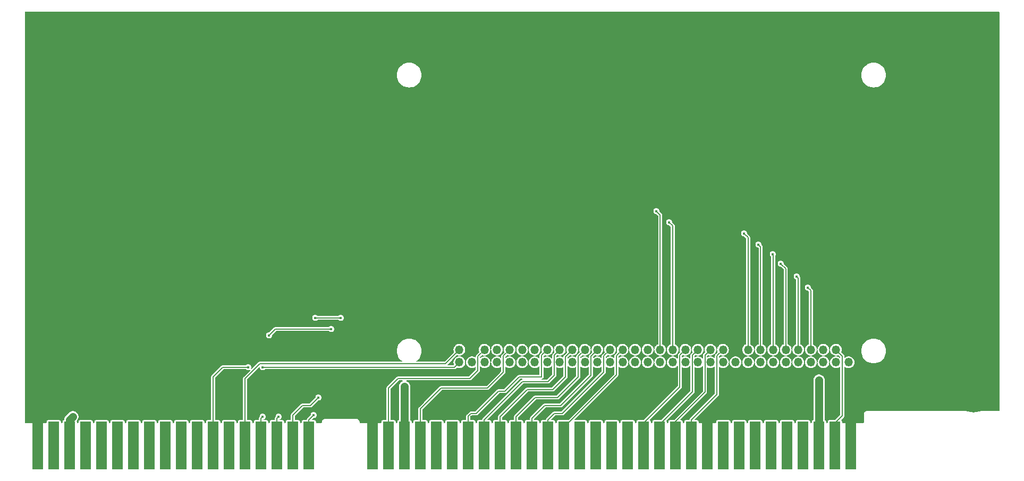
<source format=gbr>
%TF.GenerationSoftware,KiCad,Pcbnew,(7.0.0-0)*%
%TF.CreationDate,2023-03-28T15:20:33+02:00*%
%TF.ProjectId,Vortex-X-ISA-Card,566f7274-6578-42d5-982d-4953412d4361,rev?*%
%TF.SameCoordinates,Original*%
%TF.FileFunction,Copper,L4,Bot*%
%TF.FilePolarity,Positive*%
%FSLAX46Y46*%
G04 Gerber Fmt 4.6, Leading zero omitted, Abs format (unit mm)*
G04 Created by KiCad (PCBNEW (7.0.0-0)) date 2023-03-28 15:20:33*
%MOMM*%
%LPD*%
G01*
G04 APERTURE LIST*
%TA.AperFunction,ComponentPad*%
%ADD10C,0.800000*%
%TD*%
%TA.AperFunction,ComponentPad*%
%ADD11C,6.400000*%
%TD*%
%TA.AperFunction,ConnectorPad*%
%ADD12R,1.780000X7.620000*%
%TD*%
%TA.AperFunction,ComponentPad*%
%ADD13R,1.350000X1.350000*%
%TD*%
%TA.AperFunction,ComponentPad*%
%ADD14O,1.350000X1.350000*%
%TD*%
%TA.AperFunction,ViaPad*%
%ADD15C,0.450000*%
%TD*%
%TA.AperFunction,Conductor*%
%ADD16C,1.270000*%
%TD*%
%TA.AperFunction,Conductor*%
%ADD17C,0.127000*%
%TD*%
G04 APERTURE END LIST*
D10*
%TO.P,H1,1,1*%
%TO.N,GND*%
X192680000Y-149015000D03*
X193382944Y-147317944D03*
X193382944Y-150712056D03*
X195080000Y-146615000D03*
D11*
X195080000Y-149015000D03*
D10*
X195080000Y-151415000D03*
X196777056Y-147317944D03*
X196777056Y-150712056D03*
X197480000Y-149015000D03*
%TD*%
%TO.P,H2,1,1*%
%TO.N,GND*%
X192680000Y-92500000D03*
X193382944Y-90802944D03*
X193382944Y-94197056D03*
X195080000Y-90100000D03*
D11*
X195080000Y-92500000D03*
D10*
X195080000Y-94900000D03*
X196777056Y-90802944D03*
X196777056Y-94197056D03*
X197480000Y-92500000D03*
%TD*%
D12*
%TO.P,J2,1,GND*%
%TO.N,GND*%
X175499999Y-157539999D03*
%TO.P,J2,2,RESET*%
%TO.N,/RESET*%
X172959999Y-157539999D03*
%TO.P,J2,3,+5V*%
%TO.N,+5V*%
X170419999Y-157539999D03*
%TO.P,J2,4,IRQ2*%
%TO.N,/IRQ2{slash}IRQ9*%
X167879999Y-157539999D03*
%TO.P,J2,5,-5V*%
%TO.N,-5V*%
X165339999Y-157539999D03*
%TO.P,J2,6,DRQ2*%
%TO.N,/DRQ2*%
X162799999Y-157539999D03*
%TO.P,J2,7,-12V*%
%TO.N,-12V*%
X160259999Y-157539999D03*
%TO.P,J2,8,~{SRDY}*%
%TO.N,/~{SRDY}*%
X157719999Y-157539999D03*
%TO.P,J2,9,+12V*%
%TO.N,+12V*%
X155179999Y-157539999D03*
%TO.P,J2,10,GND*%
%TO.N,GND*%
X152639999Y-157539999D03*
%TO.P,J2,11,~{SMEMW}*%
%TO.N,/~{SMEMW}*%
X150099999Y-157539999D03*
%TO.P,J2,12,~{SMEMR}*%
%TO.N,/~{SMEMR}*%
X147559999Y-157539999D03*
%TO.P,J2,13,~{IOW}*%
%TO.N,/~{IOW}*%
X145019999Y-157539999D03*
%TO.P,J2,14,~{IOR}*%
%TO.N,/~{IOR}*%
X142479999Y-157539999D03*
%TO.P,J2,15,~{DACK3}*%
%TO.N,/~{DACK3*%
X139939999Y-157539999D03*
%TO.P,J2,16,DRQ3*%
%TO.N,/DRQ3*%
X137399999Y-157539999D03*
%TO.P,J2,17,~{DACK1}*%
%TO.N,/~{DACK1*%
X134859999Y-157539999D03*
%TO.P,J2,18,DRQ1*%
%TO.N,/DRQ1*%
X132319999Y-157539999D03*
%TO.P,J2,19,~{REFRESH}*%
%TO.N,/~{REFRESH*%
X129779999Y-157539999D03*
%TO.P,J2,20,CLK*%
%TO.N,/CLK{slash}BCLK*%
X127239999Y-157539999D03*
%TO.P,J2,21,IRQ7*%
%TO.N,/IRQ7*%
X124699999Y-157539999D03*
%TO.P,J2,22,IRQ6*%
%TO.N,/IRQ6*%
X122159999Y-157539999D03*
%TO.P,J2,23,IRQ5*%
%TO.N,/IRQ5*%
X119619999Y-157539999D03*
%TO.P,J2,24,IRQ4*%
%TO.N,/IRQ4*%
X117079999Y-157539999D03*
%TO.P,J2,25,IRQ3*%
%TO.N,/IRQ3*%
X114539999Y-157539999D03*
%TO.P,J2,26,~{DACK2}*%
%TO.N,/~{DACK2*%
X111999999Y-157539999D03*
%TO.P,J2,27,TC*%
%TO.N,/TC*%
X109459999Y-157539999D03*
%TO.P,J2,28,ALE*%
%TO.N,/ALE{slash}BALE*%
X106919999Y-157539999D03*
%TO.P,J2,29,+5V*%
%TO.N,+5V*%
X104379999Y-157539999D03*
%TO.P,J2,30,OSC*%
%TO.N,/OSC*%
X101839999Y-157539999D03*
%TO.P,J2,31,GND*%
%TO.N,GND*%
X99299999Y-157539999D03*
%TO.P,J2,63,~{MEMCS16}*%
%TO.N,/~{MEMCS16*%
X89139999Y-157539999D03*
%TO.P,J2,64,~{IOCS16}*%
%TO.N,/~{IOCS16*%
X86599999Y-157539999D03*
%TO.P,J2,65,IRQ10*%
%TO.N,/IRQ10*%
X84059999Y-157539999D03*
%TO.P,J2,66,IRQ11*%
%TO.N,/IRQ11*%
X81519999Y-157539999D03*
%TO.P,J2,67,IRQ12*%
%TO.N,/IRQ12*%
X78979999Y-157539999D03*
%TO.P,J2,68,IRQ15*%
%TO.N,/IRQ15*%
X76439999Y-157539999D03*
%TO.P,J2,69,IRQ14*%
%TO.N,/IRQ14*%
X73899999Y-157539999D03*
%TO.P,J2,70,~{DACK0}*%
%TO.N,/~{DACK0*%
X71359999Y-157539999D03*
%TO.P,J2,71,DRQ0*%
%TO.N,/DRQ0*%
X68819999Y-157539999D03*
%TO.P,J2,72,~{DACK5}*%
%TO.N,/~{DACK5*%
X66279999Y-157539999D03*
%TO.P,J2,73,DRQ5*%
%TO.N,/DRQ5*%
X63739999Y-157539999D03*
%TO.P,J2,74,~{DACK6}*%
%TO.N,/~{DACK6*%
X61199999Y-157539999D03*
%TO.P,J2,75,DRQ6*%
%TO.N,/DRQ6*%
X58659999Y-157539999D03*
%TO.P,J2,76,~{DACK7}*%
%TO.N,/~{DACK7}*%
X56119999Y-157539999D03*
%TO.P,J2,77,DRQ7*%
%TO.N,/DRQ7*%
X53579999Y-157539999D03*
%TO.P,J2,78,+5V*%
%TO.N,+5V*%
X51039999Y-157539999D03*
%TO.P,J2,79,MASTER*%
%TO.N,/MASTER{slash}~{MASTER}*%
X48499999Y-157539999D03*
%TO.P,J2,80,GND*%
%TO.N,GND*%
X45959999Y-157539999D03*
%TD*%
D13*
%TO.P,U1,1,GND*%
%TO.N,GND*%
X175131999Y-142239999D03*
D14*
%TO.P,U1,2,SBHE*%
%TO.N,/SBHE{slash}~{SBHE*%
X175131999Y-144239999D03*
%TO.P,U1,3,RSTDRV*%
%TO.N,/RESET*%
X173131999Y-142239999D03*
%TO.P,U1,4,SD7*%
%TO.N,/DB7{slash}SD7*%
X173131999Y-144239999D03*
%TO.P,U1,5,VCC*%
%TO.N,+5V*%
X171131999Y-142239999D03*
%TO.P,U1,6,SD6*%
%TO.N,/DB6{slash}SD6*%
X171131999Y-144239999D03*
%TO.P,U1,7,SD8*%
%TO.N,/D8{slash}SD8*%
X169131999Y-142239999D03*
%TO.P,U1,8,SD5*%
%TO.N,/DB5{slash}SD5*%
X169131999Y-144239999D03*
%TO.P,U1,9,SD9*%
%TO.N,/D9{slash}SD9*%
X167131999Y-142239999D03*
%TO.P,U1,10,SD4*%
%TO.N,/DB4{slash}SD4*%
X167131999Y-144239999D03*
%TO.P,U1,11,SD10*%
%TO.N,/D10{slash}SD10*%
X165131999Y-142239999D03*
%TO.P,U1,12,SD3*%
%TO.N,/DB3{slash}SD3*%
X165131999Y-144239999D03*
%TO.P,U1,13,SD11*%
%TO.N,/D11{slash}SD11*%
X163131999Y-142239999D03*
%TO.P,U1,14,SD2*%
%TO.N,/DB2{slash}SD2*%
X163131999Y-144239999D03*
%TO.P,U1,15,SD12*%
%TO.N,/D12{slash}SD12*%
X161131999Y-142239999D03*
%TO.P,U1,16,SD1*%
%TO.N,/DB1{slash}SD1*%
X161131999Y-144239999D03*
%TO.P,U1,17,SD13*%
%TO.N,/D13{slash}SD13*%
X159131999Y-142239999D03*
%TO.P,U1,18,SD0*%
%TO.N,/DB0{slash}SD0*%
X159131999Y-144239999D03*
%TO.P,U1,19,GND*%
%TO.N,GND*%
X157131999Y-142239999D03*
%TO.P,U1,20,IOCHRDY*%
%TO.N,/IO_READY{slash}IOCHRDY*%
X157131999Y-144239999D03*
%TO.P,U1,21,SMEMW*%
%TO.N,/~{SMEMW}*%
X155131999Y-142239999D03*
%TO.P,U1,22,AEN*%
%TO.N,/AEN*%
X155131999Y-144239999D03*
%TO.P,U1,23,SMEMR*%
%TO.N,/~{SMEMR}*%
X153131999Y-142239999D03*
%TO.P,U1,24,SA19*%
%TO.N,/BA19{slash}SA19*%
X153131999Y-144239999D03*
%TO.P,U1,25,IOW*%
%TO.N,/~{IOW}*%
X151131999Y-142239999D03*
%TO.P,U1,26,SA18*%
%TO.N,/BA18{slash}SA18*%
X151131999Y-144239999D03*
%TO.P,U1,27,IOR*%
%TO.N,/~{IOR}*%
X149131999Y-142239999D03*
%TO.P,U1,28,SA17*%
%TO.N,/BA17{slash}SA17*%
X149131999Y-144239999D03*
%TO.P,U1,29,SD14*%
%TO.N,/D14{slash}SD14*%
X147131999Y-142239999D03*
%TO.P,U1,30,SA16*%
%TO.N,/BA16{slash}SA16*%
X147131999Y-144239999D03*
%TO.P,U1,31,SD15*%
%TO.N,/D15{slash}SD15*%
X145131999Y-142239999D03*
%TO.P,U1,32,SA15*%
%TO.N,/BA15{slash}SA15*%
X145131999Y-144239999D03*
%TO.P,U1,33,MEMCS16*%
%TO.N,/~{MEMCS16*%
X143131999Y-142239999D03*
%TO.P,U1,34,SA14*%
%TO.N,/BA14{slash}SA14*%
X143131999Y-144239999D03*
%TO.P,U1,35,IOCS16*%
%TO.N,/~{IOCS16*%
X141131999Y-142239999D03*
%TO.P,U1,36,SA13*%
%TO.N,/BA13{slash}SA13*%
X141131999Y-144239999D03*
%TO.P,U1,37,REFRESH*%
%TO.N,/~{REFRESH*%
X139131999Y-142239999D03*
%TO.P,U1,38,SA12*%
%TO.N,/BA12{slash}SA12*%
X139131999Y-144239999D03*
%TO.P,U1,39,SYSCLK*%
%TO.N,/CLK{slash}BCLK*%
X137131999Y-142239999D03*
%TO.P,U1,40,SA11*%
%TO.N,/BA11{slash}SA11*%
X137131999Y-144239999D03*
%TO.P,U1,41,IRQ7*%
%TO.N,/IRQ7*%
X135131999Y-142239999D03*
%TO.P,U1,42,SA10*%
%TO.N,/BA10{slash}SA10*%
X135131999Y-144239999D03*
%TO.P,U1,43,IRQ6*%
%TO.N,/IRQ6*%
X133131999Y-142239999D03*
%TO.P,U1,44,SA9*%
%TO.N,/BA9{slash}SA9*%
X133131999Y-144239999D03*
%TO.P,U1,45,IRQ5*%
%TO.N,/IRQ5*%
X131131999Y-142239999D03*
%TO.P,U1,46,SA8*%
%TO.N,/BA8{slash}SA8*%
X131131999Y-144239999D03*
%TO.P,U1,47,IRQ4*%
%TO.N,/IRQ4*%
X129131999Y-142239999D03*
%TO.P,U1,48,SA7*%
%TO.N,/BA7{slash}SA7*%
X129131999Y-144239999D03*
%TO.P,U1,49,IRQ3*%
%TO.N,/IRQ3*%
X127131999Y-142239999D03*
%TO.P,U1,50,SA6*%
%TO.N,/BA6{slash}SA6*%
X127131999Y-144239999D03*
%TO.P,U1,51,IRQ10*%
%TO.N,/IRQ10*%
X125131999Y-142239999D03*
%TO.P,U1,52,SA5*%
%TO.N,/BA5{slash}SA5*%
X125131999Y-144239999D03*
%TO.P,U1,53,IRQ11*%
%TO.N,/IRQ11*%
X123131999Y-142239999D03*
%TO.P,U1,54,SA4*%
%TO.N,/BA4{slash}SA4*%
X123131999Y-144239999D03*
%TO.P,U1,55,BALE*%
%TO.N,/ALE{slash}BALE*%
X121131999Y-142239999D03*
%TO.P,U1,56,SA3*%
%TO.N,/BA3{slash}SA3*%
X121131999Y-144239999D03*
%TO.P,U1,57,VCC*%
%TO.N,+5V*%
X119131999Y-142239999D03*
%TO.P,U1,58,SA2*%
%TO.N,/BA2{slash}SA2*%
X119131999Y-144239999D03*
%TO.P,U1,59,OSC*%
%TO.N,/OSC*%
X117131999Y-142239999D03*
%TO.P,U1,60,SA1*%
%TO.N,/BA1{slash}SA1*%
X117131999Y-144239999D03*
%TO.P,U1,61,GND*%
%TO.N,GND*%
X115131999Y-142239999D03*
%TO.P,U1,62,SA0*%
%TO.N,/BA0{slash}SA0*%
X115131999Y-144239999D03*
%TO.P,U1,63,IRQ12*%
%TO.N,/IRQ12*%
X113131999Y-142239999D03*
%TO.P,U1,64,IRQ14*%
%TO.N,/IRQ14*%
X113131999Y-144239999D03*
%TD*%
D15*
%TO.N,GND*%
X147447000Y-152654000D03*
X84836000Y-151384000D03*
X99314000Y-152654000D03*
X175514000Y-151638000D03*
X126746000Y-151892000D03*
X99314000Y-151130000D03*
X175514000Y-147828000D03*
X121666000Y-152908000D03*
X99314000Y-152146000D03*
X120142000Y-151638000D03*
X108204000Y-151384000D03*
X103124000Y-153162000D03*
X99314000Y-149606000D03*
X106934000Y-150622000D03*
X149733000Y-152654000D03*
X112522000Y-152908000D03*
X175514000Y-147066000D03*
X78486000Y-152908000D03*
X99314000Y-151638000D03*
X136906000Y-145542000D03*
X175514000Y-150114000D03*
X99314000Y-149098000D03*
X139446000Y-145542000D03*
X123952000Y-151892000D03*
X175514000Y-150876000D03*
X99314000Y-148082000D03*
X102870000Y-151892000D03*
X175514000Y-152400000D03*
X109982000Y-153162000D03*
X122174000Y-151892000D03*
X126746000Y-145542000D03*
X175514000Y-148590000D03*
X152614550Y-152614550D03*
X115062000Y-152908000D03*
X99314000Y-150622000D03*
X109220000Y-152146000D03*
X99314000Y-150114000D03*
X89408000Y-137922000D03*
X175514000Y-149352000D03*
X99314000Y-148590000D03*
X46482000Y-152908000D03*
X144780000Y-152654000D03*
%TO.N,+5V*%
X104394000Y-150876000D03*
X170434000Y-148590000D03*
X170434000Y-147828000D03*
X104394000Y-149098000D03*
X104394000Y-151384000D03*
X170434000Y-152400000D03*
X104394000Y-148590000D03*
X170434000Y-151638000D03*
X104394000Y-150368000D03*
X170434000Y-147066000D03*
X104394000Y-152654000D03*
X170434000Y-149352000D03*
X170434000Y-150114000D03*
X104394000Y-148082000D03*
X170434000Y-150876000D03*
X51562000Y-152908000D03*
%TO.N,/D8{slash}SD8*%
X168656000Y-132334000D03*
%TO.N,/D9{slash}SD9*%
X166878000Y-130556000D03*
%TO.N,/D10{slash}SD10*%
X164338000Y-128524000D03*
%TO.N,/D11{slash}SD11*%
X163068000Y-127000000D03*
%TO.N,/D12{slash}SD12*%
X160782000Y-125476000D03*
%TO.N,/D13{slash}SD13*%
X158496000Y-123698000D03*
%TO.N,/D14{slash}SD14*%
X146558000Y-121920000D03*
%TO.N,/D15{slash}SD15*%
X144526000Y-120142000D03*
%TO.N,/IRQ10*%
X94234000Y-137160000D03*
X90170000Y-137160000D03*
X84328000Y-152908000D03*
%TO.N,/IRQ11*%
X81788000Y-152908000D03*
X82804000Y-139954000D03*
X92710000Y-138938000D03*
%TO.N,/IRQ14*%
X81788000Y-145034000D03*
X79502000Y-145034000D03*
%TO.N,/~{MEMCS16*%
X89916000Y-152654000D03*
%TO.N,/~{IOCS16*%
X90678000Y-149860000D03*
%TD*%
D16*
%TO.N,GND*%
X99314000Y-148590000D02*
X99314000Y-148082000D01*
X175500000Y-157540000D02*
X175500000Y-152414000D01*
X175514000Y-152146000D02*
X175514000Y-151638000D01*
X152640000Y-157540000D02*
X152640000Y-152640000D01*
X175500000Y-152160000D02*
X175514000Y-152146000D01*
X99314000Y-152146000D02*
X99314000Y-151638000D01*
X175514000Y-147828000D02*
X175514000Y-147066000D01*
X175514000Y-148590000D02*
X175514000Y-147828000D01*
X45960000Y-153430000D02*
X46482000Y-152908000D01*
X152640000Y-152640000D02*
X152614550Y-152614550D01*
X99314000Y-152654000D02*
X99314000Y-152146000D01*
X99314000Y-151638000D02*
X99314000Y-151130000D01*
X99314000Y-149098000D02*
X99314000Y-148590000D01*
X45960000Y-157540000D02*
X45960000Y-153430000D01*
X175500000Y-152386000D02*
X175500000Y-152160000D01*
X175514000Y-151638000D02*
X175514000Y-150876000D01*
X99300000Y-152668000D02*
X99314000Y-152654000D01*
X99300000Y-157540000D02*
X99300000Y-152668000D01*
X175514000Y-152400000D02*
X175500000Y-152386000D01*
X99314000Y-150114000D02*
X99314000Y-149606000D01*
X99314000Y-151130000D02*
X99314000Y-150622000D01*
X175514000Y-150114000D02*
X175514000Y-149352000D01*
X175514000Y-149352000D02*
X175514000Y-148590000D01*
X99314000Y-150622000D02*
X99314000Y-150114000D01*
X175500000Y-152414000D02*
X175514000Y-152400000D01*
X175514000Y-150876000D02*
X175514000Y-150114000D01*
X99314000Y-149606000D02*
X99314000Y-149098000D01*
%TO.N,+5V*%
X170434000Y-152400000D02*
X170420000Y-152386000D01*
X170434000Y-150114000D02*
X170434000Y-150876000D01*
X170420000Y-152160000D02*
X170434000Y-152146000D01*
X170420000Y-152386000D02*
X170420000Y-152160000D01*
X104394000Y-148590000D02*
X104394000Y-148082000D01*
X104394000Y-150876000D02*
X104394000Y-150368000D01*
X104380000Y-152922000D02*
X104394000Y-152908000D01*
X104394000Y-152908000D02*
X104394000Y-152654000D01*
X51040000Y-157540000D02*
X51040000Y-153430000D01*
X51040000Y-153430000D02*
X51562000Y-152908000D01*
X170434000Y-150876000D02*
X170434000Y-151638000D01*
X170420000Y-157540000D02*
X170420000Y-152414000D01*
X170434000Y-147066000D02*
X170434000Y-147828000D01*
X170434000Y-148590000D02*
X170434000Y-149352000D01*
X170434000Y-151638000D02*
X170434000Y-152146000D01*
X104394000Y-151384000D02*
X104394000Y-150876000D01*
X104394000Y-150368000D02*
X104394000Y-149098000D01*
X104394000Y-152654000D02*
X104394000Y-151638000D01*
X170434000Y-147828000D02*
X170434000Y-148590000D01*
X170434000Y-149352000D02*
X170434000Y-150114000D01*
X104394000Y-149098000D02*
X104394000Y-148590000D01*
X104394000Y-151638000D02*
X104394000Y-151384000D01*
X170420000Y-152414000D02*
X170434000Y-152400000D01*
X104380000Y-157540000D02*
X104380000Y-152922000D01*
D17*
%TO.N,/RESET*%
X174148000Y-143256000D02*
X174148000Y-152750000D01*
X172960000Y-153938000D02*
X172960000Y-157540000D01*
X174148000Y-152750000D02*
X172960000Y-153938000D01*
X173132000Y-142240000D02*
X174148000Y-143256000D01*
%TO.N,/~{SMEMW}*%
X150100000Y-157540000D02*
X150100000Y-153430000D01*
X154178000Y-143194000D02*
X155132000Y-142240000D01*
X154178000Y-149352000D02*
X154178000Y-143194000D01*
X150100000Y-153430000D02*
X154178000Y-149352000D01*
%TO.N,/~{SMEMR}*%
X152266500Y-148977500D02*
X147560000Y-153684000D01*
X147560000Y-153684000D02*
X147560000Y-157540000D01*
X152266500Y-143105500D02*
X152266500Y-148977500D01*
X153132000Y-142240000D02*
X152266500Y-143105500D01*
%TO.N,/~{IOW}*%
X145020000Y-157540000D02*
X145020000Y-154192000D01*
X145020000Y-154192000D02*
X150266500Y-148945500D01*
X150266500Y-148945500D02*
X150266500Y-143105500D01*
X150266500Y-143105500D02*
X151132000Y-142240000D01*
%TO.N,/~{IOR}*%
X148266500Y-143105500D02*
X148266500Y-146558000D01*
X142480000Y-157540000D02*
X142480000Y-153938000D01*
X148266500Y-148151500D02*
X148266500Y-146558000D01*
X149132000Y-142240000D02*
X148266500Y-143105500D01*
X142480000Y-153938000D02*
X148266500Y-148151500D01*
X148266500Y-146558000D02*
X148266500Y-146742500D01*
%TO.N,/CLK{slash}BCLK*%
X136144000Y-143228000D02*
X136144000Y-145796000D01*
X137132000Y-142240000D02*
X136144000Y-143228000D01*
X129540000Y-152400000D02*
X128270000Y-152400000D01*
X128270000Y-152400000D02*
X127240000Y-153430000D01*
X127240000Y-153430000D02*
X127240000Y-157540000D01*
X136144000Y-145796000D02*
X129540000Y-152400000D01*
%TO.N,/IRQ7*%
X126746000Y-151130000D02*
X124700000Y-153176000D01*
X129286000Y-151130000D02*
X126746000Y-151130000D01*
X135132000Y-142240000D02*
X134112000Y-143260000D01*
X134112000Y-146304000D02*
X129286000Y-151130000D01*
X134112000Y-143260000D02*
X134112000Y-146304000D01*
X124700000Y-153176000D02*
X124700000Y-157540000D01*
%TO.N,/IRQ6*%
X132080000Y-143292000D02*
X132080000Y-146558000D01*
X132080000Y-146558000D02*
X128778000Y-149860000D01*
X122160000Y-152922000D02*
X122160000Y-157540000D01*
X128778000Y-149860000D02*
X125222000Y-149860000D01*
X125222000Y-149860000D02*
X122160000Y-152922000D01*
X133132000Y-142240000D02*
X132080000Y-143292000D01*
%TO.N,/IRQ5*%
X128016000Y-148590000D02*
X123952000Y-148590000D01*
X130048000Y-143324000D02*
X130048000Y-146558000D01*
X131132000Y-142240000D02*
X130048000Y-143324000D01*
X123952000Y-148590000D02*
X119620000Y-152922000D01*
X119620000Y-152922000D02*
X119620000Y-157540000D01*
X130048000Y-146558000D02*
X128016000Y-148590000D01*
%TO.N,/IRQ4*%
X128266500Y-143105500D02*
X129132000Y-142240000D01*
X128270000Y-146304000D02*
X128270000Y-144780000D01*
X117080000Y-157540000D02*
X117080000Y-153430000D01*
X123190000Y-147320000D02*
X127254000Y-147320000D01*
X128270000Y-144780000D02*
X128266500Y-144776500D01*
X117080000Y-153430000D02*
X123190000Y-147320000D01*
X128266500Y-144776500D02*
X128266500Y-143105500D01*
X127254000Y-147320000D02*
X128270000Y-146304000D01*
%TO.N,/IRQ3*%
X119380000Y-148844000D02*
X115824000Y-152400000D01*
X126238000Y-143134000D02*
X126238000Y-146558000D01*
X120396000Y-148844000D02*
X119380000Y-148844000D01*
X127132000Y-142240000D02*
X126238000Y-143134000D01*
X115824000Y-152400000D02*
X114982394Y-152400000D01*
X122682000Y-146558000D02*
X120396000Y-148844000D01*
X114982394Y-152400000D02*
X114540000Y-152842394D01*
X114540000Y-152842394D02*
X114540000Y-157540000D01*
X126238000Y-146558000D02*
X122682000Y-146558000D01*
%TO.N,/ALE{slash}BALE*%
X121132000Y-142240000D02*
X120142000Y-143230000D01*
X120142000Y-145796000D02*
X117602000Y-148336000D01*
X106920000Y-157540000D02*
X106920000Y-151652000D01*
X117602000Y-148336000D02*
X119634000Y-146304000D01*
X107696000Y-150876000D02*
X110236000Y-148336000D01*
X120142000Y-143230000D02*
X120142000Y-145796000D01*
X110236000Y-148336000D02*
X117602000Y-148336000D01*
X106920000Y-151652000D02*
X107696000Y-150876000D01*
%TO.N,/OSC*%
X101840000Y-148350000D02*
X103378000Y-146812000D01*
X116078000Y-143294000D02*
X117132000Y-142240000D01*
X101840000Y-157540000D02*
X101840000Y-148350000D01*
X114808000Y-146812000D02*
X116078000Y-145542000D01*
X116078000Y-145542000D02*
X116078000Y-143294000D01*
X103378000Y-146812000D02*
X114808000Y-146812000D01*
%TO.N,/D8{slash}SD8*%
X169132000Y-142240000D02*
X169132000Y-132810000D01*
X169132000Y-132810000D02*
X168656000Y-132334000D01*
%TO.N,/D9{slash}SD9*%
X167132000Y-142240000D02*
X167132000Y-130810000D01*
X167132000Y-130810000D02*
X166878000Y-130556000D01*
%TO.N,/D10{slash}SD10*%
X165132000Y-142240000D02*
X165132000Y-129318000D01*
X165132000Y-129318000D02*
X164338000Y-128524000D01*
%TO.N,/D11{slash}SD11*%
X163132000Y-127064000D02*
X163132000Y-142240000D01*
X163068000Y-127000000D02*
X163132000Y-127064000D01*
%TO.N,/D12{slash}SD12*%
X161132000Y-142240000D02*
X161132000Y-125826000D01*
X161132000Y-125826000D02*
X160782000Y-125476000D01*
%TO.N,/D13{slash}SD13*%
X159132000Y-142240000D02*
X159132000Y-124334000D01*
X159132000Y-124334000D02*
X158496000Y-123698000D01*
%TO.N,/D14{slash}SD14*%
X147132000Y-142240000D02*
X147132000Y-122494000D01*
X147132000Y-122494000D02*
X146558000Y-121920000D01*
%TO.N,/D15{slash}SD15*%
X145132000Y-120748000D02*
X144526000Y-120142000D01*
X145132000Y-142240000D02*
X145132000Y-120748000D01*
%TO.N,/IRQ10*%
X84328000Y-152908000D02*
X84060000Y-153176000D01*
X84060000Y-153176000D02*
X84060000Y-157540000D01*
X94234000Y-137160000D02*
X90170000Y-137160000D01*
%TO.N,/IRQ11*%
X83820000Y-138938000D02*
X82804000Y-139954000D01*
X81520000Y-153176000D02*
X81520000Y-157540000D01*
X81788000Y-152908000D02*
X81520000Y-153176000D01*
X92710000Y-138938000D02*
X83820000Y-138938000D01*
%TO.N,/IRQ12*%
X110889083Y-144482917D02*
X81323083Y-144482917D01*
X113132000Y-142240000D02*
X110889083Y-144482917D01*
X81323083Y-144482917D02*
X78980000Y-146826000D01*
X78980000Y-146826000D02*
X78980000Y-157540000D01*
%TO.N,/IRQ14*%
X79502000Y-145034000D02*
X75438000Y-145034000D01*
X73900000Y-146572000D02*
X73900000Y-157540000D01*
X113132000Y-144240000D02*
X112338000Y-145034000D01*
X112338000Y-145034000D02*
X81788000Y-145034000D01*
X75438000Y-145034000D02*
X73900000Y-146572000D01*
%TO.N,/~{REFRESH*%
X138136000Y-143236000D02*
X138136000Y-146264000D01*
X139132000Y-142240000D02*
X138136000Y-143236000D01*
X137755000Y-146645000D02*
X138136000Y-146264000D01*
X129780000Y-154620000D02*
X137755000Y-146645000D01*
X129780000Y-157540000D02*
X129780000Y-154620000D01*
X139132000Y-142240000D02*
X138266500Y-143105500D01*
%TO.N,/~{MEMCS16*%
X89140000Y-153430000D02*
X89140000Y-157540000D01*
X89916000Y-152654000D02*
X89140000Y-153430000D01*
%TO.N,/~{IOCS16*%
X86600000Y-152668000D02*
X88138000Y-151130000D01*
X88138000Y-151130000D02*
X89408000Y-151130000D01*
X86600000Y-157540000D02*
X86600000Y-152668000D01*
X89408000Y-151130000D02*
X90678000Y-149860000D01*
%TD*%
%TA.AperFunction,Conductor*%
%TO.N,GND*%
G36*
X199141048Y-88372952D02*
G01*
X199159500Y-88417500D01*
X199159500Y-151966500D01*
X199141048Y-152011048D01*
X199096500Y-152029500D01*
X178107648Y-152029500D01*
X177972352Y-152029500D01*
X177944050Y-152037809D01*
X177935274Y-152039718D01*
X177910544Y-152043274D01*
X177910534Y-152043276D01*
X177906082Y-152043917D01*
X177901987Y-152045786D01*
X177901987Y-152045787D01*
X177879261Y-152056165D01*
X177870843Y-152059305D01*
X177846858Y-152066348D01*
X177846856Y-152066348D01*
X177842537Y-152067617D01*
X177838750Y-152070050D01*
X177838747Y-152070052D01*
X177817728Y-152083560D01*
X177809842Y-152087866D01*
X177787112Y-152098246D01*
X177787101Y-152098252D01*
X177783013Y-152100120D01*
X177768285Y-152112882D01*
X177760723Y-152119434D01*
X177753531Y-152124817D01*
X177732513Y-152138325D01*
X177732507Y-152138329D01*
X177728720Y-152140764D01*
X177725772Y-152144164D01*
X177725767Y-152144170D01*
X177709404Y-152163053D01*
X177703053Y-152169404D01*
X177684170Y-152185767D01*
X177684164Y-152185772D01*
X177680764Y-152188720D01*
X177678329Y-152192507D01*
X177678325Y-152192513D01*
X177664817Y-152213531D01*
X177659436Y-152220720D01*
X177640120Y-152243013D01*
X177638252Y-152247101D01*
X177638246Y-152247112D01*
X177627866Y-152269842D01*
X177623560Y-152277728D01*
X177610052Y-152298747D01*
X177610050Y-152298750D01*
X177607617Y-152302537D01*
X177606348Y-152306856D01*
X177606348Y-152306858D01*
X177599305Y-152330843D01*
X177596165Y-152339261D01*
X177591292Y-152349933D01*
X177583917Y-152366082D01*
X177583276Y-152370534D01*
X177583274Y-152370544D01*
X177579718Y-152395274D01*
X177577809Y-152404050D01*
X177569500Y-152432352D01*
X177569500Y-152436861D01*
X177569500Y-153861000D01*
X177551048Y-153905548D01*
X177506500Y-153924000D01*
X174167499Y-153924000D01*
X174122951Y-153905548D01*
X174104499Y-153861000D01*
X174104499Y-153708029D01*
X174104499Y-153708025D01*
X174104499Y-153704934D01*
X174089734Y-153630699D01*
X174033484Y-153546516D01*
X174023487Y-153539836D01*
X173958070Y-153496125D01*
X173934866Y-153467852D01*
X173931282Y-153431452D01*
X173948521Y-153399197D01*
X174361110Y-152986608D01*
X174365139Y-152982917D01*
X174395360Y-152957560D01*
X174415081Y-152923400D01*
X174418023Y-152918783D01*
X174440652Y-152886466D01*
X174442181Y-152880755D01*
X174448480Y-152865552D01*
X174451432Y-152860440D01*
X174458279Y-152821603D01*
X174459466Y-152816245D01*
X174469677Y-152778143D01*
X174466239Y-152738853D01*
X174466000Y-152733364D01*
X174466000Y-145028693D01*
X174482182Y-144986538D01*
X174522415Y-144966038D01*
X174566030Y-144977725D01*
X174662016Y-145047463D01*
X174662021Y-145047466D01*
X174664690Y-145049405D01*
X174667704Y-145050747D01*
X174667706Y-145050748D01*
X174765035Y-145094081D01*
X174843187Y-145128876D01*
X175034306Y-145169500D01*
X175226390Y-145169500D01*
X175229694Y-145169500D01*
X175420813Y-145128876D01*
X175599310Y-145049405D01*
X175757383Y-144934558D01*
X175888123Y-144789356D01*
X175985818Y-144620144D01*
X176046196Y-144434318D01*
X176066620Y-144240000D01*
X176046196Y-144045682D01*
X175985818Y-143859856D01*
X175888123Y-143690644D01*
X175834000Y-143630534D01*
X175759590Y-143547893D01*
X175759589Y-143547892D01*
X175757383Y-143545442D01*
X175750675Y-143540568D01*
X175601978Y-143432533D01*
X175601975Y-143432531D01*
X175599310Y-143430595D01*
X175596298Y-143429254D01*
X175596293Y-143429251D01*
X175423833Y-143352468D01*
X175423828Y-143352466D01*
X175420813Y-143351124D01*
X175417587Y-143350438D01*
X175417580Y-143350436D01*
X175232926Y-143311187D01*
X175229694Y-143310500D01*
X175034306Y-143310500D01*
X175031074Y-143311186D01*
X175031073Y-143311187D01*
X174846419Y-143350436D01*
X174846410Y-143350438D01*
X174843187Y-143351124D01*
X174840174Y-143352465D01*
X174840166Y-143352468D01*
X174667706Y-143429251D01*
X174667696Y-143429256D01*
X174664690Y-143430595D01*
X174662027Y-143432529D01*
X174662016Y-143432536D01*
X174566030Y-143502275D01*
X174522415Y-143513962D01*
X174482182Y-143493462D01*
X174466000Y-143451307D01*
X174466000Y-143272633D01*
X174466240Y-143267142D01*
X174466634Y-143262639D01*
X174469677Y-143227857D01*
X174459469Y-143189763D01*
X174458279Y-143184395D01*
X174457290Y-143178787D01*
X174451432Y-143145560D01*
X174448473Y-143140436D01*
X174442182Y-143125247D01*
X174440652Y-143119534D01*
X174437489Y-143115016D01*
X174418025Y-143087217D01*
X174415073Y-143082584D01*
X174412881Y-143078787D01*
X174395360Y-143048440D01*
X174365709Y-143023560D01*
X174365147Y-143023088D01*
X174361095Y-143019375D01*
X174007242Y-142665522D01*
X173990531Y-142635681D01*
X173991872Y-142601508D01*
X174044350Y-142440000D01*
X177156467Y-142440000D01*
X177176575Y-142721148D01*
X177177053Y-142723349D01*
X177177054Y-142723350D01*
X177236009Y-142994364D01*
X177236011Y-142994372D01*
X177236490Y-142996572D01*
X177237274Y-142998676D01*
X177237278Y-142998687D01*
X177326247Y-143237220D01*
X177334992Y-143260666D01*
X177336067Y-143262635D01*
X177336069Y-143262639D01*
X177370514Y-143325720D01*
X177470076Y-143508054D01*
X177471416Y-143509844D01*
X177471418Y-143509847D01*
X177619567Y-143707751D01*
X177638992Y-143733699D01*
X177838301Y-143933008D01*
X178063946Y-144101924D01*
X178311334Y-144237008D01*
X178503283Y-144308601D01*
X178573312Y-144334721D01*
X178573314Y-144334721D01*
X178575428Y-144335510D01*
X178850852Y-144395425D01*
X179132000Y-144415533D01*
X179413148Y-144395425D01*
X179688572Y-144335510D01*
X179952666Y-144237008D01*
X180200054Y-144101924D01*
X180425699Y-143933008D01*
X180625008Y-143733699D01*
X180793924Y-143508054D01*
X180929008Y-143260666D01*
X181027510Y-142996572D01*
X181087425Y-142721148D01*
X181107533Y-142440000D01*
X181087425Y-142158852D01*
X181027510Y-141883428D01*
X180929008Y-141619334D01*
X180793924Y-141371946D01*
X180625008Y-141146301D01*
X180425699Y-140946992D01*
X180200054Y-140778076D01*
X180051081Y-140696731D01*
X179954639Y-140644069D01*
X179954635Y-140644067D01*
X179952666Y-140642992D01*
X179950556Y-140642205D01*
X179690687Y-140545278D01*
X179690676Y-140545274D01*
X179688572Y-140544490D01*
X179686372Y-140544011D01*
X179686364Y-140544009D01*
X179415350Y-140485054D01*
X179415349Y-140485053D01*
X179413148Y-140484575D01*
X179132000Y-140464467D01*
X179129749Y-140464628D01*
X178853102Y-140484414D01*
X178853100Y-140484414D01*
X178850852Y-140484575D01*
X178848652Y-140485053D01*
X178848649Y-140485054D01*
X178577635Y-140544009D01*
X178577623Y-140544012D01*
X178575428Y-140544490D01*
X178573327Y-140545273D01*
X178573312Y-140545278D01*
X178313443Y-140642205D01*
X178313438Y-140642207D01*
X178311334Y-140642992D01*
X178309369Y-140644064D01*
X178309360Y-140644069D01*
X178065911Y-140777003D01*
X178063946Y-140778076D01*
X178062161Y-140779412D01*
X178062152Y-140779418D01*
X177840103Y-140945642D01*
X177840094Y-140945649D01*
X177838301Y-140946992D01*
X177836716Y-140948576D01*
X177836709Y-140948583D01*
X177640583Y-141144709D01*
X177640576Y-141144716D01*
X177638992Y-141146301D01*
X177637649Y-141148094D01*
X177637642Y-141148103D01*
X177471418Y-141370152D01*
X177471412Y-141370161D01*
X177470076Y-141371946D01*
X177469003Y-141373910D01*
X177469003Y-141373911D01*
X177336069Y-141617360D01*
X177336064Y-141617369D01*
X177334992Y-141619334D01*
X177334207Y-141621438D01*
X177334205Y-141621443D01*
X177237278Y-141881312D01*
X177237273Y-141881327D01*
X177236490Y-141883428D01*
X177236012Y-141885623D01*
X177236009Y-141885635D01*
X177200479Y-142048967D01*
X177176575Y-142158852D01*
X177156467Y-142440000D01*
X174044350Y-142440000D01*
X174046196Y-142434318D01*
X174066620Y-142240000D01*
X174046196Y-142045682D01*
X173985818Y-141859856D01*
X173888123Y-141690644D01*
X173825814Y-141621443D01*
X173759590Y-141547893D01*
X173759589Y-141547892D01*
X173757383Y-141545442D01*
X173601979Y-141432534D01*
X173601978Y-141432533D01*
X173601975Y-141432531D01*
X173599310Y-141430595D01*
X173596296Y-141429253D01*
X173596293Y-141429251D01*
X173423833Y-141352468D01*
X173423828Y-141352466D01*
X173420813Y-141351124D01*
X173417587Y-141350438D01*
X173417580Y-141350436D01*
X173232926Y-141311187D01*
X173229694Y-141310500D01*
X173034306Y-141310500D01*
X173031074Y-141311186D01*
X173031073Y-141311187D01*
X172846419Y-141350436D01*
X172846410Y-141350438D01*
X172843187Y-141351124D01*
X172840174Y-141352465D01*
X172840166Y-141352468D01*
X172667706Y-141429251D01*
X172667696Y-141429256D01*
X172664690Y-141430595D01*
X172662028Y-141432528D01*
X172662021Y-141432533D01*
X172509283Y-141543504D01*
X172509277Y-141543509D01*
X172506617Y-141545442D01*
X172504414Y-141547887D01*
X172504409Y-141547893D01*
X172378090Y-141688185D01*
X172378085Y-141688191D01*
X172375877Y-141690644D01*
X172374224Y-141693506D01*
X172374224Y-141693507D01*
X172279828Y-141857003D01*
X172279824Y-141857011D01*
X172278182Y-141859856D01*
X172277165Y-141862985D01*
X172277164Y-141862988D01*
X172218824Y-142042541D01*
X172218822Y-142042546D01*
X172217804Y-142045682D01*
X172217459Y-142048960D01*
X172217458Y-142048967D01*
X172198800Y-142226481D01*
X172197380Y-142240000D01*
X172197725Y-142243282D01*
X172217458Y-142431032D01*
X172217459Y-142431037D01*
X172217804Y-142434318D01*
X172218823Y-142437455D01*
X172218824Y-142437458D01*
X172272126Y-142601505D01*
X172278182Y-142620144D01*
X172279825Y-142622991D01*
X172279828Y-142622996D01*
X172304381Y-142665522D01*
X172375877Y-142789356D01*
X172378089Y-142791812D01*
X172378090Y-142791814D01*
X172499307Y-142926440D01*
X172506617Y-142934558D01*
X172509282Y-142936494D01*
X172509283Y-142936495D01*
X172658486Y-143044898D01*
X172664690Y-143049405D01*
X172667704Y-143050747D01*
X172667706Y-143050748D01*
X172834147Y-143124851D01*
X172843187Y-143128876D01*
X173034306Y-143169500D01*
X173226390Y-143169500D01*
X173229694Y-143169500D01*
X173420813Y-143128876D01*
X173485286Y-143100170D01*
X173522389Y-143095779D01*
X173555456Y-143113176D01*
X173811548Y-143369268D01*
X173830000Y-143413816D01*
X173830000Y-143474557D01*
X173813818Y-143516712D01*
X173773585Y-143537212D01*
X173729970Y-143525525D01*
X173649840Y-143467307D01*
X173601978Y-143432533D01*
X173601975Y-143432531D01*
X173599310Y-143430595D01*
X173596298Y-143429254D01*
X173596293Y-143429251D01*
X173423833Y-143352468D01*
X173423828Y-143352466D01*
X173420813Y-143351124D01*
X173417587Y-143350438D01*
X173417580Y-143350436D01*
X173232926Y-143311187D01*
X173229694Y-143310500D01*
X173034306Y-143310500D01*
X173031074Y-143311186D01*
X173031073Y-143311187D01*
X172846419Y-143350436D01*
X172846410Y-143350438D01*
X172843187Y-143351124D01*
X172840174Y-143352465D01*
X172840166Y-143352468D01*
X172667706Y-143429251D01*
X172667696Y-143429256D01*
X172664690Y-143430595D01*
X172662028Y-143432528D01*
X172662021Y-143432533D01*
X172509283Y-143543504D01*
X172509277Y-143543509D01*
X172506617Y-143545442D01*
X172504414Y-143547887D01*
X172504409Y-143547893D01*
X172378090Y-143688185D01*
X172378085Y-143688191D01*
X172375877Y-143690644D01*
X172374224Y-143693506D01*
X172374224Y-143693507D01*
X172279828Y-143857003D01*
X172279824Y-143857011D01*
X172278182Y-143859856D01*
X172277165Y-143862985D01*
X172277164Y-143862988D01*
X172218824Y-144042541D01*
X172218822Y-144042546D01*
X172217804Y-144045682D01*
X172217459Y-144048960D01*
X172217458Y-144048967D01*
X172202607Y-144190265D01*
X172197380Y-144240000D01*
X172197725Y-144243282D01*
X172217458Y-144431032D01*
X172217459Y-144431037D01*
X172217804Y-144434318D01*
X172278182Y-144620144D01*
X172279825Y-144622991D01*
X172279828Y-144622996D01*
X172329976Y-144709855D01*
X172375877Y-144789356D01*
X172378089Y-144791812D01*
X172378090Y-144791814D01*
X172503283Y-144930856D01*
X172506617Y-144934558D01*
X172509282Y-144936494D01*
X172509283Y-144936495D01*
X172616161Y-145014147D01*
X172664690Y-145049405D01*
X172667704Y-145050747D01*
X172667706Y-145050748D01*
X172765035Y-145094081D01*
X172843187Y-145128876D01*
X173034306Y-145169500D01*
X173226390Y-145169500D01*
X173229694Y-145169500D01*
X173420813Y-145128876D01*
X173599310Y-145049405D01*
X173729970Y-144954474D01*
X173773585Y-144942788D01*
X173813818Y-144963288D01*
X173830000Y-145005443D01*
X173830000Y-152592184D01*
X173825204Y-152616293D01*
X173811548Y-152636732D01*
X172991230Y-153457048D01*
X172946682Y-153475500D01*
X172048029Y-153475500D01*
X172048018Y-153475500D01*
X172044934Y-153475501D01*
X172041905Y-153476103D01*
X172041899Y-153476104D01*
X171976785Y-153489055D01*
X171976782Y-153489056D01*
X171970699Y-153490266D01*
X171965539Y-153493713D01*
X171965536Y-153493715D01*
X171891678Y-153543066D01*
X171891675Y-153543068D01*
X171886516Y-153546516D01*
X171883068Y-153551675D01*
X171883066Y-153551678D01*
X171833714Y-153625538D01*
X171833714Y-153625539D01*
X171830266Y-153630699D01*
X171829056Y-153636783D01*
X171829055Y-153636786D01*
X171816103Y-153701898D01*
X171816103Y-153701899D01*
X171815500Y-153704933D01*
X171815500Y-153708024D01*
X171815500Y-153708025D01*
X171815500Y-153861000D01*
X171797048Y-153905548D01*
X171752500Y-153924000D01*
X171627499Y-153924000D01*
X171582951Y-153905548D01*
X171564499Y-153861000D01*
X171564499Y-153708029D01*
X171564499Y-153708025D01*
X171564499Y-153704934D01*
X171549734Y-153630699D01*
X171493484Y-153546516D01*
X171409301Y-153490266D01*
X171360209Y-153480501D01*
X171323800Y-153458679D01*
X171309500Y-153418712D01*
X171309500Y-152577650D01*
X171311647Y-152561344D01*
X171315947Y-152545296D01*
X171317389Y-152539915D01*
X171319670Y-152496383D01*
X171320357Y-152489846D01*
X171327174Y-152446810D01*
X171324893Y-152403281D01*
X171324893Y-152396717D01*
X171327174Y-152353190D01*
X171320357Y-152310154D01*
X171319670Y-152303620D01*
X171318237Y-152276280D01*
X171318237Y-152269717D01*
X171320976Y-152217436D01*
X171321235Y-152214165D01*
X171323326Y-152194276D01*
X171323326Y-152194273D01*
X171323500Y-152192620D01*
X171323500Y-152170956D01*
X171323586Y-152167659D01*
X171324373Y-152152640D01*
X171327174Y-152099190D01*
X171324275Y-152080891D01*
X171323500Y-152071038D01*
X171323500Y-147021035D01*
X171323500Y-147019380D01*
X171308855Y-146880044D01*
X171251075Y-146702215D01*
X171234526Y-146673552D01*
X171187050Y-146591320D01*
X171157585Y-146540285D01*
X171148484Y-146530177D01*
X171034679Y-146403784D01*
X171034677Y-146403782D01*
X171032470Y-146401331D01*
X171029801Y-146399392D01*
X171029798Y-146399389D01*
X170883872Y-146293368D01*
X170883869Y-146293366D01*
X170881200Y-146291427D01*
X170878187Y-146290085D01*
X170878181Y-146290082D01*
X170713400Y-146216717D01*
X170713396Y-146216716D01*
X170710385Y-146215375D01*
X170707161Y-146214689D01*
X170707156Y-146214688D01*
X170530724Y-146177187D01*
X170530720Y-146177186D01*
X170527490Y-146176500D01*
X170340510Y-146176500D01*
X170337280Y-146177186D01*
X170337275Y-146177187D01*
X170160843Y-146214688D01*
X170160835Y-146214690D01*
X170157615Y-146215375D01*
X170154605Y-146216714D01*
X170154599Y-146216717D01*
X169989818Y-146290082D01*
X169989808Y-146290087D01*
X169986800Y-146291427D01*
X169984134Y-146293363D01*
X169984127Y-146293368D01*
X169838201Y-146399389D01*
X169838192Y-146399396D01*
X169835530Y-146401331D01*
X169833326Y-146403777D01*
X169833320Y-146403784D01*
X169712628Y-146537826D01*
X169712623Y-146537832D01*
X169710415Y-146540285D01*
X169708765Y-146543142D01*
X169708762Y-146543147D01*
X169618571Y-146699362D01*
X169618567Y-146699370D01*
X169616925Y-146702215D01*
X169615908Y-146705344D01*
X169615907Y-146705347D01*
X169560165Y-146876903D01*
X169560163Y-146876908D01*
X169559145Y-146880044D01*
X169558800Y-146883322D01*
X169558799Y-146883329D01*
X169544672Y-147017735D01*
X169544671Y-147017751D01*
X169544500Y-147019380D01*
X169544500Y-147021035D01*
X169544500Y-151976874D01*
X169544155Y-151983462D01*
X169543208Y-151992468D01*
X169541407Y-152002184D01*
X169537463Y-152016902D01*
X169537461Y-152016909D01*
X169536611Y-152020085D01*
X169536438Y-152023367D01*
X169536438Y-152023374D01*
X169533023Y-152088549D01*
X169532764Y-152091837D01*
X169530672Y-152111735D01*
X169530671Y-152111751D01*
X169530500Y-152113380D01*
X169530500Y-152115035D01*
X169530500Y-152135044D01*
X169530414Y-152138341D01*
X169526998Y-152203518D01*
X169526998Y-152203522D01*
X169526826Y-152206810D01*
X169527890Y-152213531D01*
X169529724Y-152225106D01*
X169530500Y-152234962D01*
X169530500Y-152311038D01*
X169529724Y-152320891D01*
X169526826Y-152339190D01*
X169526998Y-152342476D01*
X169526998Y-152342481D01*
X169529839Y-152396703D01*
X169529839Y-152403295D01*
X169527389Y-152450065D01*
X169526826Y-152460810D01*
X169527660Y-152466076D01*
X169529724Y-152479106D01*
X169530500Y-152488962D01*
X169530500Y-153418712D01*
X169516199Y-153458679D01*
X169479790Y-153480502D01*
X169436785Y-153489055D01*
X169436782Y-153489056D01*
X169430699Y-153490266D01*
X169425539Y-153493713D01*
X169425536Y-153493715D01*
X169351678Y-153543066D01*
X169351675Y-153543068D01*
X169346516Y-153546516D01*
X169343068Y-153551675D01*
X169343066Y-153551678D01*
X169293714Y-153625538D01*
X169293714Y-153625539D01*
X169290266Y-153630699D01*
X169289056Y-153636783D01*
X169289055Y-153636786D01*
X169276103Y-153701898D01*
X169276103Y-153701899D01*
X169275500Y-153704933D01*
X169275500Y-153708024D01*
X169275500Y-153708025D01*
X169275500Y-153861000D01*
X169257048Y-153905548D01*
X169212500Y-153924000D01*
X169087499Y-153924000D01*
X169042951Y-153905548D01*
X169024499Y-153861000D01*
X169024499Y-153708029D01*
X169024499Y-153708025D01*
X169024499Y-153704934D01*
X169009734Y-153630699D01*
X168953484Y-153546516D01*
X168869301Y-153490266D01*
X168863213Y-153489055D01*
X168798101Y-153476103D01*
X168798096Y-153476102D01*
X168795067Y-153475500D01*
X168791975Y-153475500D01*
X166968029Y-153475500D01*
X166968018Y-153475500D01*
X166964934Y-153475501D01*
X166961905Y-153476103D01*
X166961899Y-153476104D01*
X166896785Y-153489055D01*
X166896782Y-153489056D01*
X166890699Y-153490266D01*
X166885539Y-153493713D01*
X166885536Y-153493715D01*
X166811678Y-153543066D01*
X166811675Y-153543068D01*
X166806516Y-153546516D01*
X166803068Y-153551675D01*
X166803066Y-153551678D01*
X166753714Y-153625538D01*
X166753714Y-153625539D01*
X166750266Y-153630699D01*
X166749056Y-153636783D01*
X166749055Y-153636786D01*
X166736103Y-153701898D01*
X166736103Y-153701899D01*
X166735500Y-153704933D01*
X166735500Y-153708024D01*
X166735500Y-153708025D01*
X166735500Y-153861000D01*
X166717048Y-153905548D01*
X166672500Y-153924000D01*
X166547499Y-153924000D01*
X166502951Y-153905548D01*
X166484499Y-153861000D01*
X166484499Y-153708029D01*
X166484499Y-153708025D01*
X166484499Y-153704934D01*
X166469734Y-153630699D01*
X166413484Y-153546516D01*
X166329301Y-153490266D01*
X166323213Y-153489055D01*
X166258101Y-153476103D01*
X166258096Y-153476102D01*
X166255067Y-153475500D01*
X166251975Y-153475500D01*
X164428029Y-153475500D01*
X164428018Y-153475500D01*
X164424934Y-153475501D01*
X164421905Y-153476103D01*
X164421899Y-153476104D01*
X164356785Y-153489055D01*
X164356782Y-153489056D01*
X164350699Y-153490266D01*
X164345539Y-153493713D01*
X164345536Y-153493715D01*
X164271678Y-153543066D01*
X164271675Y-153543068D01*
X164266516Y-153546516D01*
X164263068Y-153551675D01*
X164263066Y-153551678D01*
X164213714Y-153625538D01*
X164213714Y-153625539D01*
X164210266Y-153630699D01*
X164209056Y-153636783D01*
X164209055Y-153636786D01*
X164196103Y-153701898D01*
X164196103Y-153701899D01*
X164195500Y-153704933D01*
X164195500Y-153708024D01*
X164195500Y-153708025D01*
X164195500Y-153861000D01*
X164177048Y-153905548D01*
X164132500Y-153924000D01*
X164007499Y-153924000D01*
X163962951Y-153905548D01*
X163944499Y-153861000D01*
X163944499Y-153708029D01*
X163944499Y-153708025D01*
X163944499Y-153704934D01*
X163929734Y-153630699D01*
X163873484Y-153546516D01*
X163789301Y-153490266D01*
X163783213Y-153489055D01*
X163718101Y-153476103D01*
X163718096Y-153476102D01*
X163715067Y-153475500D01*
X163711975Y-153475500D01*
X161888029Y-153475500D01*
X161888018Y-153475500D01*
X161884934Y-153475501D01*
X161881905Y-153476103D01*
X161881899Y-153476104D01*
X161816785Y-153489055D01*
X161816782Y-153489056D01*
X161810699Y-153490266D01*
X161805539Y-153493713D01*
X161805536Y-153493715D01*
X161731678Y-153543066D01*
X161731675Y-153543068D01*
X161726516Y-153546516D01*
X161723068Y-153551675D01*
X161723066Y-153551678D01*
X161673714Y-153625538D01*
X161673714Y-153625539D01*
X161670266Y-153630699D01*
X161669056Y-153636783D01*
X161669055Y-153636786D01*
X161656103Y-153701898D01*
X161656103Y-153701899D01*
X161655500Y-153704933D01*
X161655500Y-153708024D01*
X161655500Y-153708025D01*
X161655500Y-153861000D01*
X161637048Y-153905548D01*
X161592500Y-153924000D01*
X161467499Y-153924000D01*
X161422951Y-153905548D01*
X161404499Y-153861000D01*
X161404499Y-153708029D01*
X161404499Y-153708025D01*
X161404499Y-153704934D01*
X161389734Y-153630699D01*
X161333484Y-153546516D01*
X161249301Y-153490266D01*
X161243213Y-153489055D01*
X161178101Y-153476103D01*
X161178096Y-153476102D01*
X161175067Y-153475500D01*
X161171975Y-153475500D01*
X159348029Y-153475500D01*
X159348018Y-153475500D01*
X159344934Y-153475501D01*
X159341905Y-153476103D01*
X159341899Y-153476104D01*
X159276785Y-153489055D01*
X159276782Y-153489056D01*
X159270699Y-153490266D01*
X159265539Y-153493713D01*
X159265536Y-153493715D01*
X159191678Y-153543066D01*
X159191675Y-153543068D01*
X159186516Y-153546516D01*
X159183068Y-153551675D01*
X159183066Y-153551678D01*
X159133714Y-153625538D01*
X159133714Y-153625539D01*
X159130266Y-153630699D01*
X159129056Y-153636783D01*
X159129055Y-153636786D01*
X159116103Y-153701898D01*
X159116103Y-153701899D01*
X159115500Y-153704933D01*
X159115500Y-153708024D01*
X159115500Y-153708025D01*
X159115500Y-153861000D01*
X159097048Y-153905548D01*
X159052500Y-153924000D01*
X158927499Y-153924000D01*
X158882951Y-153905548D01*
X158864499Y-153861000D01*
X158864499Y-153708029D01*
X158864499Y-153708025D01*
X158864499Y-153704934D01*
X158849734Y-153630699D01*
X158793484Y-153546516D01*
X158709301Y-153490266D01*
X158703213Y-153489055D01*
X158638101Y-153476103D01*
X158638096Y-153476102D01*
X158635067Y-153475500D01*
X158631975Y-153475500D01*
X156808029Y-153475500D01*
X156808018Y-153475500D01*
X156804934Y-153475501D01*
X156801905Y-153476103D01*
X156801899Y-153476104D01*
X156736785Y-153489055D01*
X156736782Y-153489056D01*
X156730699Y-153490266D01*
X156725539Y-153493713D01*
X156725536Y-153493715D01*
X156651678Y-153543066D01*
X156651675Y-153543068D01*
X156646516Y-153546516D01*
X156643068Y-153551675D01*
X156643066Y-153551678D01*
X156593714Y-153625538D01*
X156593714Y-153625539D01*
X156590266Y-153630699D01*
X156589056Y-153636783D01*
X156589055Y-153636786D01*
X156576103Y-153701898D01*
X156576103Y-153701899D01*
X156575500Y-153704933D01*
X156575500Y-153708024D01*
X156575500Y-153708025D01*
X156575500Y-153861000D01*
X156557048Y-153905548D01*
X156512500Y-153924000D01*
X156387499Y-153924000D01*
X156342951Y-153905548D01*
X156324499Y-153861000D01*
X156324499Y-153708029D01*
X156324499Y-153708025D01*
X156324499Y-153704934D01*
X156309734Y-153630699D01*
X156253484Y-153546516D01*
X156169301Y-153490266D01*
X156163213Y-153489055D01*
X156098101Y-153476103D01*
X156098096Y-153476102D01*
X156095067Y-153475500D01*
X156091975Y-153475500D01*
X154268029Y-153475500D01*
X154268018Y-153475500D01*
X154264934Y-153475501D01*
X154261905Y-153476103D01*
X154261899Y-153476104D01*
X154196785Y-153489055D01*
X154196782Y-153489056D01*
X154190699Y-153490266D01*
X154185539Y-153493713D01*
X154185536Y-153493715D01*
X154111678Y-153543066D01*
X154111675Y-153543068D01*
X154106516Y-153546516D01*
X154103068Y-153551675D01*
X154103066Y-153551678D01*
X154053714Y-153625538D01*
X154053714Y-153625539D01*
X154050266Y-153630699D01*
X154049056Y-153636783D01*
X154049055Y-153636786D01*
X154036103Y-153701898D01*
X154036103Y-153701899D01*
X154035500Y-153704933D01*
X154035500Y-153708024D01*
X154035500Y-153708025D01*
X154035500Y-153861000D01*
X154017048Y-153905548D01*
X153972500Y-153924000D01*
X151307499Y-153924000D01*
X151262951Y-153905548D01*
X151244499Y-153861000D01*
X151244499Y-153708029D01*
X151244499Y-153708025D01*
X151244499Y-153704934D01*
X151229734Y-153630699D01*
X151173484Y-153546516D01*
X151089301Y-153490266D01*
X151083213Y-153489055D01*
X151018101Y-153476103D01*
X151018096Y-153476102D01*
X151015067Y-153475500D01*
X151011975Y-153475500D01*
X150656315Y-153475500D01*
X150611767Y-153457048D01*
X150593315Y-153412500D01*
X150611767Y-153367952D01*
X152501132Y-151478587D01*
X154391110Y-149588608D01*
X154395139Y-149584917D01*
X154425360Y-149559560D01*
X154445081Y-149525400D01*
X154448023Y-149520783D01*
X154470652Y-149488466D01*
X154472181Y-149482755D01*
X154478480Y-149467552D01*
X154481432Y-149462440D01*
X154488279Y-149423603D01*
X154489466Y-149418245D01*
X154499677Y-149380143D01*
X154496240Y-149340858D01*
X154496000Y-149335367D01*
X154496000Y-145050489D01*
X154512182Y-145008334D01*
X154552415Y-144987834D01*
X154596030Y-144999520D01*
X154664690Y-145049405D01*
X154667704Y-145050747D01*
X154667706Y-145050748D01*
X154765035Y-145094081D01*
X154843187Y-145128876D01*
X155034306Y-145169500D01*
X155226390Y-145169500D01*
X155229694Y-145169500D01*
X155420813Y-145128876D01*
X155599310Y-145049405D01*
X155757383Y-144934558D01*
X155888123Y-144789356D01*
X155985818Y-144620144D01*
X156046196Y-144434318D01*
X156066620Y-144240000D01*
X156197380Y-144240000D01*
X156197725Y-144243282D01*
X156217458Y-144431032D01*
X156217459Y-144431037D01*
X156217804Y-144434318D01*
X156278182Y-144620144D01*
X156279825Y-144622991D01*
X156279828Y-144622996D01*
X156329976Y-144709855D01*
X156375877Y-144789356D01*
X156378089Y-144791812D01*
X156378090Y-144791814D01*
X156503283Y-144930856D01*
X156506617Y-144934558D01*
X156509282Y-144936494D01*
X156509283Y-144936495D01*
X156616161Y-145014147D01*
X156664690Y-145049405D01*
X156667704Y-145050747D01*
X156667706Y-145050748D01*
X156765035Y-145094081D01*
X156843187Y-145128876D01*
X157034306Y-145169500D01*
X157226390Y-145169500D01*
X157229694Y-145169500D01*
X157420813Y-145128876D01*
X157599310Y-145049405D01*
X157757383Y-144934558D01*
X157888123Y-144789356D01*
X157985818Y-144620144D01*
X158046196Y-144434318D01*
X158066620Y-144240000D01*
X158197380Y-144240000D01*
X158197725Y-144243282D01*
X158217458Y-144431032D01*
X158217459Y-144431037D01*
X158217804Y-144434318D01*
X158278182Y-144620144D01*
X158279825Y-144622991D01*
X158279828Y-144622996D01*
X158329976Y-144709855D01*
X158375877Y-144789356D01*
X158378089Y-144791812D01*
X158378090Y-144791814D01*
X158503283Y-144930856D01*
X158506617Y-144934558D01*
X158509282Y-144936494D01*
X158509283Y-144936495D01*
X158616161Y-145014147D01*
X158664690Y-145049405D01*
X158667704Y-145050747D01*
X158667706Y-145050748D01*
X158765035Y-145094081D01*
X158843187Y-145128876D01*
X159034306Y-145169500D01*
X159226390Y-145169500D01*
X159229694Y-145169500D01*
X159420813Y-145128876D01*
X159599310Y-145049405D01*
X159757383Y-144934558D01*
X159888123Y-144789356D01*
X159985818Y-144620144D01*
X160046196Y-144434318D01*
X160066620Y-144240000D01*
X160197380Y-144240000D01*
X160197725Y-144243282D01*
X160217458Y-144431032D01*
X160217459Y-144431037D01*
X160217804Y-144434318D01*
X160278182Y-144620144D01*
X160279825Y-144622991D01*
X160279828Y-144622996D01*
X160329976Y-144709855D01*
X160375877Y-144789356D01*
X160378089Y-144791812D01*
X160378090Y-144791814D01*
X160503283Y-144930856D01*
X160506617Y-144934558D01*
X160509282Y-144936494D01*
X160509283Y-144936495D01*
X160616161Y-145014147D01*
X160664690Y-145049405D01*
X160667704Y-145050747D01*
X160667706Y-145050748D01*
X160765035Y-145094081D01*
X160843187Y-145128876D01*
X161034306Y-145169500D01*
X161226390Y-145169500D01*
X161229694Y-145169500D01*
X161420813Y-145128876D01*
X161599310Y-145049405D01*
X161757383Y-144934558D01*
X161888123Y-144789356D01*
X161985818Y-144620144D01*
X162046196Y-144434318D01*
X162066620Y-144240000D01*
X162197380Y-144240000D01*
X162197725Y-144243282D01*
X162217458Y-144431032D01*
X162217459Y-144431037D01*
X162217804Y-144434318D01*
X162278182Y-144620144D01*
X162279825Y-144622991D01*
X162279828Y-144622996D01*
X162329976Y-144709855D01*
X162375877Y-144789356D01*
X162378089Y-144791812D01*
X162378090Y-144791814D01*
X162503283Y-144930856D01*
X162506617Y-144934558D01*
X162509282Y-144936494D01*
X162509283Y-144936495D01*
X162616161Y-145014147D01*
X162664690Y-145049405D01*
X162667704Y-145050747D01*
X162667706Y-145050748D01*
X162765035Y-145094081D01*
X162843187Y-145128876D01*
X163034306Y-145169500D01*
X163226390Y-145169500D01*
X163229694Y-145169500D01*
X163420813Y-145128876D01*
X163599310Y-145049405D01*
X163757383Y-144934558D01*
X163888123Y-144789356D01*
X163985818Y-144620144D01*
X164046196Y-144434318D01*
X164066620Y-144240000D01*
X164197380Y-144240000D01*
X164197725Y-144243282D01*
X164217458Y-144431032D01*
X164217459Y-144431037D01*
X164217804Y-144434318D01*
X164278182Y-144620144D01*
X164279825Y-144622991D01*
X164279828Y-144622996D01*
X164329976Y-144709855D01*
X164375877Y-144789356D01*
X164378089Y-144791812D01*
X164378090Y-144791814D01*
X164503283Y-144930856D01*
X164506617Y-144934558D01*
X164509282Y-144936494D01*
X164509283Y-144936495D01*
X164616161Y-145014147D01*
X164664690Y-145049405D01*
X164667704Y-145050747D01*
X164667706Y-145050748D01*
X164765035Y-145094081D01*
X164843187Y-145128876D01*
X165034306Y-145169500D01*
X165226390Y-145169500D01*
X165229694Y-145169500D01*
X165420813Y-145128876D01*
X165599310Y-145049405D01*
X165757383Y-144934558D01*
X165888123Y-144789356D01*
X165985818Y-144620144D01*
X166046196Y-144434318D01*
X166066620Y-144240000D01*
X166197380Y-144240000D01*
X166197725Y-144243282D01*
X166217458Y-144431032D01*
X166217459Y-144431037D01*
X166217804Y-144434318D01*
X166278182Y-144620144D01*
X166279825Y-144622991D01*
X166279828Y-144622996D01*
X166329976Y-144709855D01*
X166375877Y-144789356D01*
X166378089Y-144791812D01*
X166378090Y-144791814D01*
X166503283Y-144930856D01*
X166506617Y-144934558D01*
X166509282Y-144936494D01*
X166509283Y-144936495D01*
X166616161Y-145014147D01*
X166664690Y-145049405D01*
X166667704Y-145050747D01*
X166667706Y-145050748D01*
X166765035Y-145094081D01*
X166843187Y-145128876D01*
X167034306Y-145169500D01*
X167226390Y-145169500D01*
X167229694Y-145169500D01*
X167420813Y-145128876D01*
X167599310Y-145049405D01*
X167757383Y-144934558D01*
X167888123Y-144789356D01*
X167985818Y-144620144D01*
X168046196Y-144434318D01*
X168066620Y-144240000D01*
X168197380Y-144240000D01*
X168197725Y-144243282D01*
X168217458Y-144431032D01*
X168217459Y-144431037D01*
X168217804Y-144434318D01*
X168278182Y-144620144D01*
X168279825Y-144622991D01*
X168279828Y-144622996D01*
X168329976Y-144709855D01*
X168375877Y-144789356D01*
X168378089Y-144791812D01*
X168378090Y-144791814D01*
X168503283Y-144930856D01*
X168506617Y-144934558D01*
X168509282Y-144936494D01*
X168509283Y-144936495D01*
X168616161Y-145014147D01*
X168664690Y-145049405D01*
X168667704Y-145050747D01*
X168667706Y-145050748D01*
X168765035Y-145094081D01*
X168843187Y-145128876D01*
X169034306Y-145169500D01*
X169226390Y-145169500D01*
X169229694Y-145169500D01*
X169420813Y-145128876D01*
X169599310Y-145049405D01*
X169757383Y-144934558D01*
X169888123Y-144789356D01*
X169985818Y-144620144D01*
X170046196Y-144434318D01*
X170066620Y-144240000D01*
X170197380Y-144240000D01*
X170197725Y-144243282D01*
X170217458Y-144431032D01*
X170217459Y-144431037D01*
X170217804Y-144434318D01*
X170278182Y-144620144D01*
X170279825Y-144622991D01*
X170279828Y-144622996D01*
X170329976Y-144709855D01*
X170375877Y-144789356D01*
X170378089Y-144791812D01*
X170378090Y-144791814D01*
X170503283Y-144930856D01*
X170506617Y-144934558D01*
X170509282Y-144936494D01*
X170509283Y-144936495D01*
X170616161Y-145014147D01*
X170664690Y-145049405D01*
X170667704Y-145050747D01*
X170667706Y-145050748D01*
X170765035Y-145094081D01*
X170843187Y-145128876D01*
X171034306Y-145169500D01*
X171226390Y-145169500D01*
X171229694Y-145169500D01*
X171420813Y-145128876D01*
X171599310Y-145049405D01*
X171757383Y-144934558D01*
X171888123Y-144789356D01*
X171985818Y-144620144D01*
X172046196Y-144434318D01*
X172066620Y-144240000D01*
X172046196Y-144045682D01*
X171985818Y-143859856D01*
X171888123Y-143690644D01*
X171834000Y-143630534D01*
X171759590Y-143547893D01*
X171759589Y-143547892D01*
X171757383Y-143545442D01*
X171750675Y-143540568D01*
X171601978Y-143432533D01*
X171601975Y-143432531D01*
X171599310Y-143430595D01*
X171596298Y-143429254D01*
X171596293Y-143429251D01*
X171423833Y-143352468D01*
X171423828Y-143352466D01*
X171420813Y-143351124D01*
X171417587Y-143350438D01*
X171417580Y-143350436D01*
X171232926Y-143311187D01*
X171229694Y-143310500D01*
X171034306Y-143310500D01*
X171031074Y-143311186D01*
X171031073Y-143311187D01*
X170846419Y-143350436D01*
X170846410Y-143350438D01*
X170843187Y-143351124D01*
X170840174Y-143352465D01*
X170840166Y-143352468D01*
X170667706Y-143429251D01*
X170667696Y-143429256D01*
X170664690Y-143430595D01*
X170662028Y-143432528D01*
X170662021Y-143432533D01*
X170509283Y-143543504D01*
X170509277Y-143543509D01*
X170506617Y-143545442D01*
X170504414Y-143547887D01*
X170504409Y-143547893D01*
X170378090Y-143688185D01*
X170378085Y-143688191D01*
X170375877Y-143690644D01*
X170374224Y-143693506D01*
X170374224Y-143693507D01*
X170279828Y-143857003D01*
X170279824Y-143857011D01*
X170278182Y-143859856D01*
X170277165Y-143862985D01*
X170277164Y-143862988D01*
X170218824Y-144042541D01*
X170218822Y-144042546D01*
X170217804Y-144045682D01*
X170217459Y-144048960D01*
X170217458Y-144048967D01*
X170202607Y-144190265D01*
X170197380Y-144240000D01*
X170066620Y-144240000D01*
X170046196Y-144045682D01*
X169985818Y-143859856D01*
X169888123Y-143690644D01*
X169834000Y-143630534D01*
X169759590Y-143547893D01*
X169759589Y-143547892D01*
X169757383Y-143545442D01*
X169750675Y-143540568D01*
X169601978Y-143432533D01*
X169601975Y-143432531D01*
X169599310Y-143430595D01*
X169596298Y-143429254D01*
X169596293Y-143429251D01*
X169423833Y-143352468D01*
X169423828Y-143352466D01*
X169420813Y-143351124D01*
X169417587Y-143350438D01*
X169417580Y-143350436D01*
X169232926Y-143311187D01*
X169229694Y-143310500D01*
X169034306Y-143310500D01*
X169031074Y-143311186D01*
X169031073Y-143311187D01*
X168846419Y-143350436D01*
X168846410Y-143350438D01*
X168843187Y-143351124D01*
X168840174Y-143352465D01*
X168840166Y-143352468D01*
X168667706Y-143429251D01*
X168667696Y-143429256D01*
X168664690Y-143430595D01*
X168662028Y-143432528D01*
X168662021Y-143432533D01*
X168509283Y-143543504D01*
X168509277Y-143543509D01*
X168506617Y-143545442D01*
X168504414Y-143547887D01*
X168504409Y-143547893D01*
X168378090Y-143688185D01*
X168378085Y-143688191D01*
X168375877Y-143690644D01*
X168374224Y-143693506D01*
X168374224Y-143693507D01*
X168279828Y-143857003D01*
X168279824Y-143857011D01*
X168278182Y-143859856D01*
X168277165Y-143862985D01*
X168277164Y-143862988D01*
X168218824Y-144042541D01*
X168218822Y-144042546D01*
X168217804Y-144045682D01*
X168217459Y-144048960D01*
X168217458Y-144048967D01*
X168202607Y-144190265D01*
X168197380Y-144240000D01*
X168066620Y-144240000D01*
X168046196Y-144045682D01*
X167985818Y-143859856D01*
X167888123Y-143690644D01*
X167834000Y-143630534D01*
X167759590Y-143547893D01*
X167759589Y-143547892D01*
X167757383Y-143545442D01*
X167750675Y-143540568D01*
X167601978Y-143432533D01*
X167601975Y-143432531D01*
X167599310Y-143430595D01*
X167596298Y-143429254D01*
X167596293Y-143429251D01*
X167423833Y-143352468D01*
X167423828Y-143352466D01*
X167420813Y-143351124D01*
X167417587Y-143350438D01*
X167417580Y-143350436D01*
X167232926Y-143311187D01*
X167229694Y-143310500D01*
X167034306Y-143310500D01*
X167031074Y-143311186D01*
X167031073Y-143311187D01*
X166846419Y-143350436D01*
X166846410Y-143350438D01*
X166843187Y-143351124D01*
X166840174Y-143352465D01*
X166840166Y-143352468D01*
X166667706Y-143429251D01*
X166667696Y-143429256D01*
X166664690Y-143430595D01*
X166662028Y-143432528D01*
X166662021Y-143432533D01*
X166509283Y-143543504D01*
X166509277Y-143543509D01*
X166506617Y-143545442D01*
X166504414Y-143547887D01*
X166504409Y-143547893D01*
X166378090Y-143688185D01*
X166378085Y-143688191D01*
X166375877Y-143690644D01*
X166374224Y-143693506D01*
X166374224Y-143693507D01*
X166279828Y-143857003D01*
X166279824Y-143857011D01*
X166278182Y-143859856D01*
X166277165Y-143862985D01*
X166277164Y-143862988D01*
X166218824Y-144042541D01*
X166218822Y-144042546D01*
X166217804Y-144045682D01*
X166217459Y-144048960D01*
X166217458Y-144048967D01*
X166202607Y-144190265D01*
X166197380Y-144240000D01*
X166066620Y-144240000D01*
X166046196Y-144045682D01*
X165985818Y-143859856D01*
X165888123Y-143690644D01*
X165834000Y-143630534D01*
X165759590Y-143547893D01*
X165759589Y-143547892D01*
X165757383Y-143545442D01*
X165750675Y-143540568D01*
X165601978Y-143432533D01*
X165601975Y-143432531D01*
X165599310Y-143430595D01*
X165596298Y-143429254D01*
X165596293Y-143429251D01*
X165423833Y-143352468D01*
X165423828Y-143352466D01*
X165420813Y-143351124D01*
X165417587Y-143350438D01*
X165417580Y-143350436D01*
X165232926Y-143311187D01*
X165229694Y-143310500D01*
X165034306Y-143310500D01*
X165031074Y-143311186D01*
X165031073Y-143311187D01*
X164846419Y-143350436D01*
X164846410Y-143350438D01*
X164843187Y-143351124D01*
X164840174Y-143352465D01*
X164840166Y-143352468D01*
X164667706Y-143429251D01*
X164667696Y-143429256D01*
X164664690Y-143430595D01*
X164662028Y-143432528D01*
X164662021Y-143432533D01*
X164509283Y-143543504D01*
X164509277Y-143543509D01*
X164506617Y-143545442D01*
X164504414Y-143547887D01*
X164504409Y-143547893D01*
X164378090Y-143688185D01*
X164378085Y-143688191D01*
X164375877Y-143690644D01*
X164374224Y-143693506D01*
X164374224Y-143693507D01*
X164279828Y-143857003D01*
X164279824Y-143857011D01*
X164278182Y-143859856D01*
X164277165Y-143862985D01*
X164277164Y-143862988D01*
X164218824Y-144042541D01*
X164218822Y-144042546D01*
X164217804Y-144045682D01*
X164217459Y-144048960D01*
X164217458Y-144048967D01*
X164202607Y-144190265D01*
X164197380Y-144240000D01*
X164066620Y-144240000D01*
X164046196Y-144045682D01*
X163985818Y-143859856D01*
X163888123Y-143690644D01*
X163834000Y-143630534D01*
X163759590Y-143547893D01*
X163759589Y-143547892D01*
X163757383Y-143545442D01*
X163750675Y-143540568D01*
X163601978Y-143432533D01*
X163601975Y-143432531D01*
X163599310Y-143430595D01*
X163596298Y-143429254D01*
X163596293Y-143429251D01*
X163423833Y-143352468D01*
X163423828Y-143352466D01*
X163420813Y-143351124D01*
X163417587Y-143350438D01*
X163417580Y-143350436D01*
X163232926Y-143311187D01*
X163229694Y-143310500D01*
X163034306Y-143310500D01*
X163031074Y-143311186D01*
X163031073Y-143311187D01*
X162846419Y-143350436D01*
X162846410Y-143350438D01*
X162843187Y-143351124D01*
X162840174Y-143352465D01*
X162840166Y-143352468D01*
X162667706Y-143429251D01*
X162667696Y-143429256D01*
X162664690Y-143430595D01*
X162662028Y-143432528D01*
X162662021Y-143432533D01*
X162509283Y-143543504D01*
X162509277Y-143543509D01*
X162506617Y-143545442D01*
X162504414Y-143547887D01*
X162504409Y-143547893D01*
X162378090Y-143688185D01*
X162378085Y-143688191D01*
X162375877Y-143690644D01*
X162374224Y-143693506D01*
X162374224Y-143693507D01*
X162279828Y-143857003D01*
X162279824Y-143857011D01*
X162278182Y-143859856D01*
X162277165Y-143862985D01*
X162277164Y-143862988D01*
X162218824Y-144042541D01*
X162218822Y-144042546D01*
X162217804Y-144045682D01*
X162217459Y-144048960D01*
X162217458Y-144048967D01*
X162202607Y-144190265D01*
X162197380Y-144240000D01*
X162066620Y-144240000D01*
X162046196Y-144045682D01*
X161985818Y-143859856D01*
X161888123Y-143690644D01*
X161834000Y-143630534D01*
X161759590Y-143547893D01*
X161759589Y-143547892D01*
X161757383Y-143545442D01*
X161750675Y-143540568D01*
X161601978Y-143432533D01*
X161601975Y-143432531D01*
X161599310Y-143430595D01*
X161596298Y-143429254D01*
X161596293Y-143429251D01*
X161423833Y-143352468D01*
X161423828Y-143352466D01*
X161420813Y-143351124D01*
X161417587Y-143350438D01*
X161417580Y-143350436D01*
X161232926Y-143311187D01*
X161229694Y-143310500D01*
X161034306Y-143310500D01*
X161031074Y-143311186D01*
X161031073Y-143311187D01*
X160846419Y-143350436D01*
X160846410Y-143350438D01*
X160843187Y-143351124D01*
X160840174Y-143352465D01*
X160840166Y-143352468D01*
X160667706Y-143429251D01*
X160667696Y-143429256D01*
X160664690Y-143430595D01*
X160662028Y-143432528D01*
X160662021Y-143432533D01*
X160509283Y-143543504D01*
X160509277Y-143543509D01*
X160506617Y-143545442D01*
X160504414Y-143547887D01*
X160504409Y-143547893D01*
X160378090Y-143688185D01*
X160378085Y-143688191D01*
X160375877Y-143690644D01*
X160374224Y-143693506D01*
X160374224Y-143693507D01*
X160279828Y-143857003D01*
X160279824Y-143857011D01*
X160278182Y-143859856D01*
X160277165Y-143862985D01*
X160277164Y-143862988D01*
X160218824Y-144042541D01*
X160218822Y-144042546D01*
X160217804Y-144045682D01*
X160217459Y-144048960D01*
X160217458Y-144048967D01*
X160202607Y-144190265D01*
X160197380Y-144240000D01*
X160066620Y-144240000D01*
X160046196Y-144045682D01*
X159985818Y-143859856D01*
X159888123Y-143690644D01*
X159834000Y-143630534D01*
X159759590Y-143547893D01*
X159759589Y-143547892D01*
X159757383Y-143545442D01*
X159750675Y-143540568D01*
X159601978Y-143432533D01*
X159601975Y-143432531D01*
X159599310Y-143430595D01*
X159596298Y-143429254D01*
X159596293Y-143429251D01*
X159423833Y-143352468D01*
X159423828Y-143352466D01*
X159420813Y-143351124D01*
X159417587Y-143350438D01*
X159417580Y-143350436D01*
X159232926Y-143311187D01*
X159229694Y-143310500D01*
X159034306Y-143310500D01*
X159031074Y-143311186D01*
X159031073Y-143311187D01*
X158846419Y-143350436D01*
X158846410Y-143350438D01*
X158843187Y-143351124D01*
X158840174Y-143352465D01*
X158840166Y-143352468D01*
X158667706Y-143429251D01*
X158667696Y-143429256D01*
X158664690Y-143430595D01*
X158662028Y-143432528D01*
X158662021Y-143432533D01*
X158509283Y-143543504D01*
X158509277Y-143543509D01*
X158506617Y-143545442D01*
X158504414Y-143547887D01*
X158504409Y-143547893D01*
X158378090Y-143688185D01*
X158378085Y-143688191D01*
X158375877Y-143690644D01*
X158374224Y-143693506D01*
X158374224Y-143693507D01*
X158279828Y-143857003D01*
X158279824Y-143857011D01*
X158278182Y-143859856D01*
X158277165Y-143862985D01*
X158277164Y-143862988D01*
X158218824Y-144042541D01*
X158218822Y-144042546D01*
X158217804Y-144045682D01*
X158217459Y-144048960D01*
X158217458Y-144048967D01*
X158202607Y-144190265D01*
X158197380Y-144240000D01*
X158066620Y-144240000D01*
X158046196Y-144045682D01*
X157985818Y-143859856D01*
X157888123Y-143690644D01*
X157834000Y-143630534D01*
X157759590Y-143547893D01*
X157759589Y-143547892D01*
X157757383Y-143545442D01*
X157750675Y-143540568D01*
X157601978Y-143432533D01*
X157601975Y-143432531D01*
X157599310Y-143430595D01*
X157596298Y-143429254D01*
X157596293Y-143429251D01*
X157423833Y-143352468D01*
X157423828Y-143352466D01*
X157420813Y-143351124D01*
X157417587Y-143350438D01*
X157417580Y-143350436D01*
X157232926Y-143311187D01*
X157229694Y-143310500D01*
X157034306Y-143310500D01*
X157031074Y-143311186D01*
X157031073Y-143311187D01*
X156846419Y-143350436D01*
X156846410Y-143350438D01*
X156843187Y-143351124D01*
X156840174Y-143352465D01*
X156840166Y-143352468D01*
X156667706Y-143429251D01*
X156667696Y-143429256D01*
X156664690Y-143430595D01*
X156662028Y-143432528D01*
X156662021Y-143432533D01*
X156509283Y-143543504D01*
X156509277Y-143543509D01*
X156506617Y-143545442D01*
X156504414Y-143547887D01*
X156504409Y-143547893D01*
X156378090Y-143688185D01*
X156378085Y-143688191D01*
X156375877Y-143690644D01*
X156374224Y-143693506D01*
X156374224Y-143693507D01*
X156279828Y-143857003D01*
X156279824Y-143857011D01*
X156278182Y-143859856D01*
X156277165Y-143862985D01*
X156277164Y-143862988D01*
X156218824Y-144042541D01*
X156218822Y-144042546D01*
X156217804Y-144045682D01*
X156217459Y-144048960D01*
X156217458Y-144048967D01*
X156202607Y-144190265D01*
X156197380Y-144240000D01*
X156066620Y-144240000D01*
X156046196Y-144045682D01*
X155985818Y-143859856D01*
X155888123Y-143690644D01*
X155834000Y-143630534D01*
X155759590Y-143547893D01*
X155759589Y-143547892D01*
X155757383Y-143545442D01*
X155750675Y-143540568D01*
X155601978Y-143432533D01*
X155601975Y-143432531D01*
X155599310Y-143430595D01*
X155596298Y-143429254D01*
X155596293Y-143429251D01*
X155423833Y-143352468D01*
X155423828Y-143352466D01*
X155420813Y-143351124D01*
X155417587Y-143350438D01*
X155417580Y-143350436D01*
X155232926Y-143311187D01*
X155229694Y-143310500D01*
X155034306Y-143310500D01*
X155031074Y-143311186D01*
X155031073Y-143311187D01*
X154846419Y-143350436D01*
X154846410Y-143350438D01*
X154843187Y-143351124D01*
X154840174Y-143352465D01*
X154840166Y-143352468D01*
X154667706Y-143429251D01*
X154667696Y-143429256D01*
X154664690Y-143430595D01*
X154662028Y-143432528D01*
X154662021Y-143432533D01*
X154596031Y-143480479D01*
X154552415Y-143492166D01*
X154512182Y-143471666D01*
X154496000Y-143429511D01*
X154496000Y-143351816D01*
X154514452Y-143307269D01*
X154708542Y-143113177D01*
X154741609Y-143095779D01*
X154778714Y-143100171D01*
X154828042Y-143122133D01*
X154843187Y-143128876D01*
X155034306Y-143169500D01*
X155226390Y-143169500D01*
X155229694Y-143169500D01*
X155420813Y-143128876D01*
X155599310Y-143049405D01*
X155757383Y-142934558D01*
X155888123Y-142789356D01*
X155985818Y-142620144D01*
X156046196Y-142434318D01*
X156066620Y-142240000D01*
X156046196Y-142045682D01*
X155985818Y-141859856D01*
X155888123Y-141690644D01*
X155825814Y-141621443D01*
X155759590Y-141547893D01*
X155759589Y-141547892D01*
X155757383Y-141545442D01*
X155601979Y-141432534D01*
X155601978Y-141432533D01*
X155601975Y-141432531D01*
X155599310Y-141430595D01*
X155596296Y-141429253D01*
X155596293Y-141429251D01*
X155423833Y-141352468D01*
X155423828Y-141352466D01*
X155420813Y-141351124D01*
X155417587Y-141350438D01*
X155417580Y-141350436D01*
X155232926Y-141311187D01*
X155229694Y-141310500D01*
X155034306Y-141310500D01*
X155031074Y-141311186D01*
X155031073Y-141311187D01*
X154846419Y-141350436D01*
X154846410Y-141350438D01*
X154843187Y-141351124D01*
X154840174Y-141352465D01*
X154840166Y-141352468D01*
X154667706Y-141429251D01*
X154667696Y-141429256D01*
X154664690Y-141430595D01*
X154662028Y-141432528D01*
X154662021Y-141432533D01*
X154509283Y-141543504D01*
X154509277Y-141543509D01*
X154506617Y-141545442D01*
X154504414Y-141547887D01*
X154504409Y-141547893D01*
X154378090Y-141688185D01*
X154378085Y-141688191D01*
X154375877Y-141690644D01*
X154374224Y-141693506D01*
X154374224Y-141693507D01*
X154279828Y-141857003D01*
X154279824Y-141857011D01*
X154278182Y-141859856D01*
X154277165Y-141862985D01*
X154277164Y-141862988D01*
X154218824Y-142042541D01*
X154218822Y-142042546D01*
X154217804Y-142045682D01*
X154217459Y-142048960D01*
X154217458Y-142048967D01*
X154198800Y-142226481D01*
X154197380Y-142240000D01*
X154197725Y-142243282D01*
X154217458Y-142431032D01*
X154217459Y-142431037D01*
X154217804Y-142434318D01*
X154218823Y-142437455D01*
X154218824Y-142437458D01*
X154272126Y-142601505D01*
X154273468Y-142635680D01*
X154256757Y-142665521D01*
X153964902Y-142957376D01*
X153960851Y-142961087D01*
X153934862Y-142982895D01*
X153934855Y-142982902D01*
X153930640Y-142986440D01*
X153927886Y-142991208D01*
X153927883Y-142991213D01*
X153910923Y-143020587D01*
X153907973Y-143025218D01*
X153888509Y-143053016D01*
X153888504Y-143053025D01*
X153885348Y-143057534D01*
X153883921Y-143062857D01*
X153883920Y-143062860D01*
X153883814Y-143063256D01*
X153877531Y-143078426D01*
X153877322Y-143078787D01*
X153877319Y-143078792D01*
X153874568Y-143083560D01*
X153873612Y-143088979D01*
X153873611Y-143088983D01*
X153867718Y-143122405D01*
X153866531Y-143127757D01*
X153856323Y-143165857D01*
X153856803Y-143171345D01*
X153856803Y-143171348D01*
X153859760Y-143205142D01*
X153860000Y-143210633D01*
X153860000Y-143496803D01*
X153842317Y-143540568D01*
X153799194Y-143559765D01*
X153757899Y-143544730D01*
X153757383Y-143545442D01*
X153714055Y-143513962D01*
X153601978Y-143432533D01*
X153601975Y-143432531D01*
X153599310Y-143430595D01*
X153596298Y-143429254D01*
X153596293Y-143429251D01*
X153423833Y-143352468D01*
X153423828Y-143352466D01*
X153420813Y-143351124D01*
X153417587Y-143350438D01*
X153417580Y-143350436D01*
X153232926Y-143311187D01*
X153229694Y-143310500D01*
X153034306Y-143310500D01*
X153031074Y-143311186D01*
X153031073Y-143311187D01*
X152846419Y-143350436D01*
X152846410Y-143350438D01*
X152843187Y-143351124D01*
X152840174Y-143352465D01*
X152840166Y-143352468D01*
X152673124Y-143426840D01*
X152632259Y-143430416D01*
X152597855Y-143408074D01*
X152584500Y-143369287D01*
X152584500Y-143263316D01*
X152602952Y-143218769D01*
X152708542Y-143113177D01*
X152741609Y-143095779D01*
X152778714Y-143100171D01*
X152828042Y-143122133D01*
X152843187Y-143128876D01*
X153034306Y-143169500D01*
X153226390Y-143169500D01*
X153229694Y-143169500D01*
X153420813Y-143128876D01*
X153599310Y-143049405D01*
X153757383Y-142934558D01*
X153888123Y-142789356D01*
X153985818Y-142620144D01*
X154046196Y-142434318D01*
X154066620Y-142240000D01*
X154046196Y-142045682D01*
X153985818Y-141859856D01*
X153888123Y-141690644D01*
X153825814Y-141621443D01*
X153759590Y-141547893D01*
X153759589Y-141547892D01*
X153757383Y-141545442D01*
X153601979Y-141432534D01*
X153601978Y-141432533D01*
X153601975Y-141432531D01*
X153599310Y-141430595D01*
X153596296Y-141429253D01*
X153596293Y-141429251D01*
X153423833Y-141352468D01*
X153423828Y-141352466D01*
X153420813Y-141351124D01*
X153417587Y-141350438D01*
X153417580Y-141350436D01*
X153232926Y-141311187D01*
X153229694Y-141310500D01*
X153034306Y-141310500D01*
X153031074Y-141311186D01*
X153031073Y-141311187D01*
X152846419Y-141350436D01*
X152846410Y-141350438D01*
X152843187Y-141351124D01*
X152840174Y-141352465D01*
X152840166Y-141352468D01*
X152667706Y-141429251D01*
X152667696Y-141429256D01*
X152664690Y-141430595D01*
X152662028Y-141432528D01*
X152662021Y-141432533D01*
X152509283Y-141543504D01*
X152509277Y-141543509D01*
X152506617Y-141545442D01*
X152504414Y-141547887D01*
X152504409Y-141547893D01*
X152378090Y-141688185D01*
X152378085Y-141688191D01*
X152375877Y-141690644D01*
X152374224Y-141693506D01*
X152374224Y-141693507D01*
X152279828Y-141857003D01*
X152279824Y-141857011D01*
X152278182Y-141859856D01*
X152277165Y-141862985D01*
X152277164Y-141862988D01*
X152218824Y-142042541D01*
X152218822Y-142042546D01*
X152217804Y-142045682D01*
X152217459Y-142048960D01*
X152217458Y-142048967D01*
X152198800Y-142226481D01*
X152197380Y-142240000D01*
X152197725Y-142243282D01*
X152217458Y-142431032D01*
X152217459Y-142431037D01*
X152217804Y-142434318D01*
X152218823Y-142437455D01*
X152218824Y-142437458D01*
X152272126Y-142601505D01*
X152273468Y-142635680D01*
X152256757Y-142665521D01*
X152053402Y-142868876D01*
X152049351Y-142872587D01*
X152023362Y-142894395D01*
X152023355Y-142894402D01*
X152019140Y-142897940D01*
X152016386Y-142902708D01*
X152016383Y-142902713D01*
X151999423Y-142932087D01*
X151996473Y-142936718D01*
X151977009Y-142964516D01*
X151977004Y-142964525D01*
X151973848Y-142969034D01*
X151972421Y-142974357D01*
X151972420Y-142974360D01*
X151972314Y-142974756D01*
X151966031Y-142989926D01*
X151965822Y-142990287D01*
X151965819Y-142990292D01*
X151963068Y-142995060D01*
X151962112Y-143000479D01*
X151962111Y-143000483D01*
X151956218Y-143033905D01*
X151955031Y-143039257D01*
X151944823Y-143077357D01*
X151945303Y-143082845D01*
X151945303Y-143082848D01*
X151948260Y-143116642D01*
X151948500Y-143122133D01*
X151948500Y-143593579D01*
X151937420Y-143629263D01*
X151908077Y-143652395D01*
X151870793Y-143654838D01*
X151838682Y-143635734D01*
X151759590Y-143547893D01*
X151759589Y-143547892D01*
X151757383Y-143545442D01*
X151750675Y-143540568D01*
X151601978Y-143432533D01*
X151601975Y-143432531D01*
X151599310Y-143430595D01*
X151596298Y-143429254D01*
X151596293Y-143429251D01*
X151423833Y-143352468D01*
X151423828Y-143352466D01*
X151420813Y-143351124D01*
X151417587Y-143350438D01*
X151417580Y-143350436D01*
X151232926Y-143311187D01*
X151229694Y-143310500D01*
X151034306Y-143310500D01*
X151031074Y-143311186D01*
X151031073Y-143311187D01*
X150846419Y-143350436D01*
X150846410Y-143350438D01*
X150843187Y-143351124D01*
X150840174Y-143352465D01*
X150840166Y-143352468D01*
X150673124Y-143426840D01*
X150632259Y-143430416D01*
X150597855Y-143408074D01*
X150584500Y-143369287D01*
X150584500Y-143263316D01*
X150602952Y-143218769D01*
X150708542Y-143113177D01*
X150741609Y-143095779D01*
X150778714Y-143100171D01*
X150828042Y-143122133D01*
X150843187Y-143128876D01*
X151034306Y-143169500D01*
X151226390Y-143169500D01*
X151229694Y-143169500D01*
X151420813Y-143128876D01*
X151599310Y-143049405D01*
X151757383Y-142934558D01*
X151888123Y-142789356D01*
X151985818Y-142620144D01*
X152046196Y-142434318D01*
X152066620Y-142240000D01*
X152046196Y-142045682D01*
X151985818Y-141859856D01*
X151888123Y-141690644D01*
X151825814Y-141621443D01*
X151759590Y-141547893D01*
X151759589Y-141547892D01*
X151757383Y-141545442D01*
X151601979Y-141432534D01*
X151601978Y-141432533D01*
X151601975Y-141432531D01*
X151599310Y-141430595D01*
X151596296Y-141429253D01*
X151596293Y-141429251D01*
X151423833Y-141352468D01*
X151423828Y-141352466D01*
X151420813Y-141351124D01*
X151417587Y-141350438D01*
X151417580Y-141350436D01*
X151232926Y-141311187D01*
X151229694Y-141310500D01*
X151034306Y-141310500D01*
X151031074Y-141311186D01*
X151031073Y-141311187D01*
X150846419Y-141350436D01*
X150846410Y-141350438D01*
X150843187Y-141351124D01*
X150840174Y-141352465D01*
X150840166Y-141352468D01*
X150667706Y-141429251D01*
X150667696Y-141429256D01*
X150664690Y-141430595D01*
X150662028Y-141432528D01*
X150662021Y-141432533D01*
X150509283Y-141543504D01*
X150509277Y-141543509D01*
X150506617Y-141545442D01*
X150504414Y-141547887D01*
X150504409Y-141547893D01*
X150378090Y-141688185D01*
X150378085Y-141688191D01*
X150375877Y-141690644D01*
X150374224Y-141693506D01*
X150374224Y-141693507D01*
X150279828Y-141857003D01*
X150279824Y-141857011D01*
X150278182Y-141859856D01*
X150277165Y-141862985D01*
X150277164Y-141862988D01*
X150218824Y-142042541D01*
X150218822Y-142042546D01*
X150217804Y-142045682D01*
X150217459Y-142048960D01*
X150217458Y-142048967D01*
X150198800Y-142226481D01*
X150197380Y-142240000D01*
X150197725Y-142243282D01*
X150217458Y-142431032D01*
X150217459Y-142431037D01*
X150217804Y-142434318D01*
X150218823Y-142437455D01*
X150218824Y-142437458D01*
X150272126Y-142601505D01*
X150273468Y-142635680D01*
X150256757Y-142665521D01*
X150053402Y-142868876D01*
X150049351Y-142872587D01*
X150023362Y-142894395D01*
X150023355Y-142894402D01*
X150019140Y-142897940D01*
X150016386Y-142902708D01*
X150016383Y-142902713D01*
X149999423Y-142932087D01*
X149996473Y-142936718D01*
X149977009Y-142964516D01*
X149977004Y-142964525D01*
X149973848Y-142969034D01*
X149972421Y-142974357D01*
X149972420Y-142974360D01*
X149972314Y-142974756D01*
X149966031Y-142989926D01*
X149965822Y-142990287D01*
X149965819Y-142990292D01*
X149963068Y-142995060D01*
X149962112Y-143000479D01*
X149962111Y-143000483D01*
X149956218Y-143033905D01*
X149955031Y-143039257D01*
X149944823Y-143077357D01*
X149945303Y-143082845D01*
X149945303Y-143082848D01*
X149948260Y-143116642D01*
X149948500Y-143122133D01*
X149948500Y-143593579D01*
X149937420Y-143629263D01*
X149908077Y-143652395D01*
X149870793Y-143654838D01*
X149838682Y-143635734D01*
X149759590Y-143547893D01*
X149759589Y-143547892D01*
X149757383Y-143545442D01*
X149750675Y-143540568D01*
X149601978Y-143432533D01*
X149601975Y-143432531D01*
X149599310Y-143430595D01*
X149596298Y-143429254D01*
X149596293Y-143429251D01*
X149423833Y-143352468D01*
X149423828Y-143352466D01*
X149420813Y-143351124D01*
X149417587Y-143350438D01*
X149417580Y-143350436D01*
X149232926Y-143311187D01*
X149229694Y-143310500D01*
X149034306Y-143310500D01*
X149031074Y-143311186D01*
X149031073Y-143311187D01*
X148846419Y-143350436D01*
X148846410Y-143350438D01*
X148843187Y-143351124D01*
X148840174Y-143352465D01*
X148840166Y-143352468D01*
X148673124Y-143426840D01*
X148632259Y-143430416D01*
X148597855Y-143408074D01*
X148584500Y-143369287D01*
X148584500Y-143263316D01*
X148602952Y-143218769D01*
X148708542Y-143113177D01*
X148741609Y-143095779D01*
X148778714Y-143100171D01*
X148828042Y-143122133D01*
X148843187Y-143128876D01*
X149034306Y-143169500D01*
X149226390Y-143169500D01*
X149229694Y-143169500D01*
X149420813Y-143128876D01*
X149599310Y-143049405D01*
X149757383Y-142934558D01*
X149888123Y-142789356D01*
X149985818Y-142620144D01*
X150046196Y-142434318D01*
X150066620Y-142240000D01*
X150046196Y-142045682D01*
X149985818Y-141859856D01*
X149888123Y-141690644D01*
X149825814Y-141621443D01*
X149759590Y-141547893D01*
X149759589Y-141547892D01*
X149757383Y-141545442D01*
X149601979Y-141432534D01*
X149601978Y-141432533D01*
X149601975Y-141432531D01*
X149599310Y-141430595D01*
X149596296Y-141429253D01*
X149596293Y-141429251D01*
X149423833Y-141352468D01*
X149423828Y-141352466D01*
X149420813Y-141351124D01*
X149417587Y-141350438D01*
X149417580Y-141350436D01*
X149232926Y-141311187D01*
X149229694Y-141310500D01*
X149034306Y-141310500D01*
X149031074Y-141311186D01*
X149031073Y-141311187D01*
X148846419Y-141350436D01*
X148846410Y-141350438D01*
X148843187Y-141351124D01*
X148840174Y-141352465D01*
X148840166Y-141352468D01*
X148667706Y-141429251D01*
X148667696Y-141429256D01*
X148664690Y-141430595D01*
X148662028Y-141432528D01*
X148662021Y-141432533D01*
X148509283Y-141543504D01*
X148509277Y-141543509D01*
X148506617Y-141545442D01*
X148504414Y-141547887D01*
X148504409Y-141547893D01*
X148378090Y-141688185D01*
X148378085Y-141688191D01*
X148375877Y-141690644D01*
X148374224Y-141693506D01*
X148374224Y-141693507D01*
X148279828Y-141857003D01*
X148279824Y-141857011D01*
X148278182Y-141859856D01*
X148277165Y-141862985D01*
X148277164Y-141862988D01*
X148218824Y-142042541D01*
X148218822Y-142042546D01*
X148217804Y-142045682D01*
X148217459Y-142048960D01*
X148217458Y-142048967D01*
X148198800Y-142226481D01*
X148197380Y-142240000D01*
X148197725Y-142243282D01*
X148217458Y-142431032D01*
X148217459Y-142431037D01*
X148217804Y-142434318D01*
X148218823Y-142437455D01*
X148218824Y-142437458D01*
X148272126Y-142601505D01*
X148273468Y-142635680D01*
X148256757Y-142665521D01*
X148053402Y-142868876D01*
X148049351Y-142872587D01*
X148023362Y-142894395D01*
X148023355Y-142894402D01*
X148019140Y-142897940D01*
X148016386Y-142902708D01*
X148016383Y-142902713D01*
X147999423Y-142932087D01*
X147996473Y-142936718D01*
X147977009Y-142964516D01*
X147977004Y-142964525D01*
X147973848Y-142969034D01*
X147972421Y-142974357D01*
X147972420Y-142974360D01*
X147972314Y-142974756D01*
X147966031Y-142989926D01*
X147965822Y-142990287D01*
X147965819Y-142990292D01*
X147963068Y-142995060D01*
X147962112Y-143000479D01*
X147962111Y-143000483D01*
X147956218Y-143033905D01*
X147955031Y-143039257D01*
X147944823Y-143077357D01*
X147945303Y-143082845D01*
X147945303Y-143082848D01*
X147948260Y-143116642D01*
X147948500Y-143122133D01*
X147948500Y-143593579D01*
X147937420Y-143629263D01*
X147908077Y-143652395D01*
X147870793Y-143654838D01*
X147838682Y-143635734D01*
X147759590Y-143547893D01*
X147759589Y-143547892D01*
X147757383Y-143545442D01*
X147750675Y-143540568D01*
X147601978Y-143432533D01*
X147601975Y-143432531D01*
X147599310Y-143430595D01*
X147596298Y-143429254D01*
X147596293Y-143429251D01*
X147423833Y-143352468D01*
X147423828Y-143352466D01*
X147420813Y-143351124D01*
X147417587Y-143350438D01*
X147417580Y-143350436D01*
X147232926Y-143311187D01*
X147229694Y-143310500D01*
X147034306Y-143310500D01*
X147031074Y-143311186D01*
X147031073Y-143311187D01*
X146846419Y-143350436D01*
X146846410Y-143350438D01*
X146843187Y-143351124D01*
X146840174Y-143352465D01*
X146840166Y-143352468D01*
X146667706Y-143429251D01*
X146667696Y-143429256D01*
X146664690Y-143430595D01*
X146662028Y-143432528D01*
X146662021Y-143432533D01*
X146509283Y-143543504D01*
X146509277Y-143543509D01*
X146506617Y-143545442D01*
X146504414Y-143547887D01*
X146504409Y-143547893D01*
X146378090Y-143688185D01*
X146378085Y-143688191D01*
X146375877Y-143690644D01*
X146374224Y-143693506D01*
X146374224Y-143693507D01*
X146279828Y-143857003D01*
X146279824Y-143857011D01*
X146278182Y-143859856D01*
X146277165Y-143862985D01*
X146277164Y-143862988D01*
X146218824Y-144042541D01*
X146218822Y-144042546D01*
X146217804Y-144045682D01*
X146217459Y-144048960D01*
X146217458Y-144048967D01*
X146202607Y-144190265D01*
X146197380Y-144240000D01*
X146197725Y-144243282D01*
X146217458Y-144431032D01*
X146217459Y-144431037D01*
X146217804Y-144434318D01*
X146278182Y-144620144D01*
X146279825Y-144622991D01*
X146279828Y-144622996D01*
X146329976Y-144709855D01*
X146375877Y-144789356D01*
X146378089Y-144791812D01*
X146378090Y-144791814D01*
X146503283Y-144930856D01*
X146506617Y-144934558D01*
X146509282Y-144936494D01*
X146509283Y-144936495D01*
X146616161Y-145014147D01*
X146664690Y-145049405D01*
X146667704Y-145050747D01*
X146667706Y-145050748D01*
X146765035Y-145094081D01*
X146843187Y-145128876D01*
X147034306Y-145169500D01*
X147226390Y-145169500D01*
X147229694Y-145169500D01*
X147420813Y-145128876D01*
X147599310Y-145049405D01*
X147757383Y-144934558D01*
X147838681Y-144844266D01*
X147870793Y-144825162D01*
X147908077Y-144827605D01*
X147937420Y-144850737D01*
X147948500Y-144886421D01*
X147948500Y-147993684D01*
X147943704Y-148017793D01*
X147930048Y-148038232D01*
X142511230Y-153457048D01*
X142466682Y-153475500D01*
X141568029Y-153475500D01*
X141568018Y-153475500D01*
X141564934Y-153475501D01*
X141561905Y-153476103D01*
X141561899Y-153476104D01*
X141496785Y-153489055D01*
X141496782Y-153489056D01*
X141490699Y-153490266D01*
X141485539Y-153493713D01*
X141485536Y-153493715D01*
X141411678Y-153543066D01*
X141411675Y-153543068D01*
X141406516Y-153546516D01*
X141403068Y-153551675D01*
X141403066Y-153551678D01*
X141353714Y-153625538D01*
X141353714Y-153625539D01*
X141350266Y-153630699D01*
X141349056Y-153636783D01*
X141349055Y-153636786D01*
X141336103Y-153701898D01*
X141336103Y-153701899D01*
X141335500Y-153704933D01*
X141335500Y-153708024D01*
X141335500Y-153708025D01*
X141335500Y-153861000D01*
X141317048Y-153905548D01*
X141272500Y-153924000D01*
X141147499Y-153924000D01*
X141102951Y-153905548D01*
X141084499Y-153861000D01*
X141084499Y-153708029D01*
X141084499Y-153708025D01*
X141084499Y-153704934D01*
X141069734Y-153630699D01*
X141013484Y-153546516D01*
X140929301Y-153490266D01*
X140923213Y-153489055D01*
X140858101Y-153476103D01*
X140858096Y-153476102D01*
X140855067Y-153475500D01*
X140851975Y-153475500D01*
X139028029Y-153475500D01*
X139028018Y-153475500D01*
X139024934Y-153475501D01*
X139021905Y-153476103D01*
X139021899Y-153476104D01*
X138956785Y-153489055D01*
X138956782Y-153489056D01*
X138950699Y-153490266D01*
X138945539Y-153493713D01*
X138945536Y-153493715D01*
X138871678Y-153543066D01*
X138871675Y-153543068D01*
X138866516Y-153546516D01*
X138863068Y-153551675D01*
X138863066Y-153551678D01*
X138813714Y-153625538D01*
X138813714Y-153625539D01*
X138810266Y-153630699D01*
X138809056Y-153636783D01*
X138809055Y-153636786D01*
X138796103Y-153701898D01*
X138796103Y-153701899D01*
X138795500Y-153704933D01*
X138795500Y-153708024D01*
X138795500Y-153708025D01*
X138795500Y-153861000D01*
X138777048Y-153905548D01*
X138732500Y-153924000D01*
X138607499Y-153924000D01*
X138562951Y-153905548D01*
X138544499Y-153861000D01*
X138544499Y-153708029D01*
X138544499Y-153708025D01*
X138544499Y-153704934D01*
X138529734Y-153630699D01*
X138473484Y-153546516D01*
X138389301Y-153490266D01*
X138383213Y-153489055D01*
X138318101Y-153476103D01*
X138318096Y-153476102D01*
X138315067Y-153475500D01*
X138311975Y-153475500D01*
X136488029Y-153475500D01*
X136488018Y-153475500D01*
X136484934Y-153475501D01*
X136481905Y-153476103D01*
X136481899Y-153476104D01*
X136416785Y-153489055D01*
X136416782Y-153489056D01*
X136410699Y-153490266D01*
X136405539Y-153493713D01*
X136405536Y-153493715D01*
X136331678Y-153543066D01*
X136331675Y-153543068D01*
X136326516Y-153546516D01*
X136323068Y-153551675D01*
X136323066Y-153551678D01*
X136273714Y-153625538D01*
X136273714Y-153625539D01*
X136270266Y-153630699D01*
X136269056Y-153636783D01*
X136269055Y-153636786D01*
X136256103Y-153701898D01*
X136256103Y-153701899D01*
X136255500Y-153704933D01*
X136255500Y-153708024D01*
X136255500Y-153708025D01*
X136255500Y-153861000D01*
X136237048Y-153905548D01*
X136192500Y-153924000D01*
X136067499Y-153924000D01*
X136022951Y-153905548D01*
X136004499Y-153861000D01*
X136004499Y-153708029D01*
X136004499Y-153708025D01*
X136004499Y-153704934D01*
X135989734Y-153630699D01*
X135933484Y-153546516D01*
X135849301Y-153490266D01*
X135843213Y-153489055D01*
X135778101Y-153476103D01*
X135778096Y-153476102D01*
X135775067Y-153475500D01*
X135771975Y-153475500D01*
X133948029Y-153475500D01*
X133948018Y-153475500D01*
X133944934Y-153475501D01*
X133941905Y-153476103D01*
X133941899Y-153476104D01*
X133876785Y-153489055D01*
X133876782Y-153489056D01*
X133870699Y-153490266D01*
X133865539Y-153493713D01*
X133865536Y-153493715D01*
X133791678Y-153543066D01*
X133791675Y-153543068D01*
X133786516Y-153546516D01*
X133783068Y-153551675D01*
X133783066Y-153551678D01*
X133733714Y-153625538D01*
X133733714Y-153625539D01*
X133730266Y-153630699D01*
X133729056Y-153636783D01*
X133729055Y-153636786D01*
X133716103Y-153701898D01*
X133716103Y-153701899D01*
X133715500Y-153704933D01*
X133715500Y-153708024D01*
X133715500Y-153708025D01*
X133715500Y-153861000D01*
X133697048Y-153905548D01*
X133652500Y-153924000D01*
X133527499Y-153924000D01*
X133482951Y-153905548D01*
X133464499Y-153861000D01*
X133464499Y-153708029D01*
X133464499Y-153708025D01*
X133464499Y-153704934D01*
X133449734Y-153630699D01*
X133393484Y-153546516D01*
X133309301Y-153490266D01*
X133303213Y-153489055D01*
X133238101Y-153476103D01*
X133238096Y-153476102D01*
X133235067Y-153475500D01*
X133231975Y-153475500D01*
X131526314Y-153475500D01*
X131491313Y-153464883D01*
X131468110Y-153436609D01*
X131464525Y-153400209D01*
X131481764Y-153367954D01*
X137999534Y-146850186D01*
X138349110Y-146500608D01*
X138353139Y-146496917D01*
X138383360Y-146471560D01*
X138403090Y-146437384D01*
X138406021Y-146432784D01*
X138428651Y-146400466D01*
X138430180Y-146394755D01*
X138436477Y-146379557D01*
X138439432Y-146374440D01*
X138446280Y-146335599D01*
X138447470Y-146330232D01*
X138448429Y-146326652D01*
X138457677Y-146292143D01*
X138454240Y-146252858D01*
X138454000Y-146247367D01*
X138454000Y-145019974D01*
X138470182Y-144977819D01*
X138510415Y-144957319D01*
X138554030Y-144969005D01*
X138664690Y-145049405D01*
X138667704Y-145050747D01*
X138667706Y-145050748D01*
X138765035Y-145094081D01*
X138843187Y-145128876D01*
X139034306Y-145169500D01*
X139226390Y-145169500D01*
X139229694Y-145169500D01*
X139420813Y-145128876D01*
X139599310Y-145049405D01*
X139757383Y-144934558D01*
X139888123Y-144789356D01*
X139985818Y-144620144D01*
X140046196Y-144434318D01*
X140066620Y-144240000D01*
X140197380Y-144240000D01*
X140197725Y-144243282D01*
X140217458Y-144431032D01*
X140217459Y-144431037D01*
X140217804Y-144434318D01*
X140278182Y-144620144D01*
X140279825Y-144622991D01*
X140279828Y-144622996D01*
X140329976Y-144709855D01*
X140375877Y-144789356D01*
X140378089Y-144791812D01*
X140378090Y-144791814D01*
X140503283Y-144930856D01*
X140506617Y-144934558D01*
X140509282Y-144936494D01*
X140509283Y-144936495D01*
X140616161Y-145014147D01*
X140664690Y-145049405D01*
X140667704Y-145050747D01*
X140667706Y-145050748D01*
X140765035Y-145094081D01*
X140843187Y-145128876D01*
X141034306Y-145169500D01*
X141226390Y-145169500D01*
X141229694Y-145169500D01*
X141420813Y-145128876D01*
X141599310Y-145049405D01*
X141757383Y-144934558D01*
X141888123Y-144789356D01*
X141985818Y-144620144D01*
X142046196Y-144434318D01*
X142066620Y-144240000D01*
X142197380Y-144240000D01*
X142197725Y-144243282D01*
X142217458Y-144431032D01*
X142217459Y-144431037D01*
X142217804Y-144434318D01*
X142278182Y-144620144D01*
X142279825Y-144622991D01*
X142279828Y-144622996D01*
X142329976Y-144709855D01*
X142375877Y-144789356D01*
X142378089Y-144791812D01*
X142378090Y-144791814D01*
X142503283Y-144930856D01*
X142506617Y-144934558D01*
X142509282Y-144936494D01*
X142509283Y-144936495D01*
X142616161Y-145014147D01*
X142664690Y-145049405D01*
X142667704Y-145050747D01*
X142667706Y-145050748D01*
X142765035Y-145094081D01*
X142843187Y-145128876D01*
X143034306Y-145169500D01*
X143226390Y-145169500D01*
X143229694Y-145169500D01*
X143420813Y-145128876D01*
X143599310Y-145049405D01*
X143757383Y-144934558D01*
X143888123Y-144789356D01*
X143985818Y-144620144D01*
X144046196Y-144434318D01*
X144066620Y-144240000D01*
X144197380Y-144240000D01*
X144197725Y-144243282D01*
X144217458Y-144431032D01*
X144217459Y-144431037D01*
X144217804Y-144434318D01*
X144278182Y-144620144D01*
X144279825Y-144622991D01*
X144279828Y-144622996D01*
X144329976Y-144709855D01*
X144375877Y-144789356D01*
X144378089Y-144791812D01*
X144378090Y-144791814D01*
X144503283Y-144930856D01*
X144506617Y-144934558D01*
X144509282Y-144936494D01*
X144509283Y-144936495D01*
X144616161Y-145014147D01*
X144664690Y-145049405D01*
X144667704Y-145050747D01*
X144667706Y-145050748D01*
X144765035Y-145094081D01*
X144843187Y-145128876D01*
X145034306Y-145169500D01*
X145226390Y-145169500D01*
X145229694Y-145169500D01*
X145420813Y-145128876D01*
X145599310Y-145049405D01*
X145757383Y-144934558D01*
X145888123Y-144789356D01*
X145985818Y-144620144D01*
X146046196Y-144434318D01*
X146066620Y-144240000D01*
X146046196Y-144045682D01*
X145985818Y-143859856D01*
X145888123Y-143690644D01*
X145834000Y-143630534D01*
X145759590Y-143547893D01*
X145759589Y-143547892D01*
X145757383Y-143545442D01*
X145750675Y-143540568D01*
X145601978Y-143432533D01*
X145601975Y-143432531D01*
X145599310Y-143430595D01*
X145596298Y-143429254D01*
X145596293Y-143429251D01*
X145423833Y-143352468D01*
X145423828Y-143352466D01*
X145420813Y-143351124D01*
X145417587Y-143350438D01*
X145417580Y-143350436D01*
X145232926Y-143311187D01*
X145229694Y-143310500D01*
X145034306Y-143310500D01*
X145031074Y-143311186D01*
X145031073Y-143311187D01*
X144846419Y-143350436D01*
X144846410Y-143350438D01*
X144843187Y-143351124D01*
X144840174Y-143352465D01*
X144840166Y-143352468D01*
X144667706Y-143429251D01*
X144667696Y-143429256D01*
X144664690Y-143430595D01*
X144662028Y-143432528D01*
X144662021Y-143432533D01*
X144509283Y-143543504D01*
X144509277Y-143543509D01*
X144506617Y-143545442D01*
X144504414Y-143547887D01*
X144504409Y-143547893D01*
X144378090Y-143688185D01*
X144378085Y-143688191D01*
X144375877Y-143690644D01*
X144374224Y-143693506D01*
X144374224Y-143693507D01*
X144279828Y-143857003D01*
X144279824Y-143857011D01*
X144278182Y-143859856D01*
X144277165Y-143862985D01*
X144277164Y-143862988D01*
X144218824Y-144042541D01*
X144218822Y-144042546D01*
X144217804Y-144045682D01*
X144217459Y-144048960D01*
X144217458Y-144048967D01*
X144202607Y-144190265D01*
X144197380Y-144240000D01*
X144066620Y-144240000D01*
X144046196Y-144045682D01*
X143985818Y-143859856D01*
X143888123Y-143690644D01*
X143834000Y-143630534D01*
X143759590Y-143547893D01*
X143759589Y-143547892D01*
X143757383Y-143545442D01*
X143750675Y-143540568D01*
X143601978Y-143432533D01*
X143601975Y-143432531D01*
X143599310Y-143430595D01*
X143596298Y-143429254D01*
X143596293Y-143429251D01*
X143423833Y-143352468D01*
X143423828Y-143352466D01*
X143420813Y-143351124D01*
X143417587Y-143350438D01*
X143417580Y-143350436D01*
X143232926Y-143311187D01*
X143229694Y-143310500D01*
X143034306Y-143310500D01*
X143031074Y-143311186D01*
X143031073Y-143311187D01*
X142846419Y-143350436D01*
X142846410Y-143350438D01*
X142843187Y-143351124D01*
X142840174Y-143352465D01*
X142840166Y-143352468D01*
X142667706Y-143429251D01*
X142667696Y-143429256D01*
X142664690Y-143430595D01*
X142662028Y-143432528D01*
X142662021Y-143432533D01*
X142509283Y-143543504D01*
X142509277Y-143543509D01*
X142506617Y-143545442D01*
X142504414Y-143547887D01*
X142504409Y-143547893D01*
X142378090Y-143688185D01*
X142378085Y-143688191D01*
X142375877Y-143690644D01*
X142374224Y-143693506D01*
X142374224Y-143693507D01*
X142279828Y-143857003D01*
X142279824Y-143857011D01*
X142278182Y-143859856D01*
X142277165Y-143862985D01*
X142277164Y-143862988D01*
X142218824Y-144042541D01*
X142218822Y-144042546D01*
X142217804Y-144045682D01*
X142217459Y-144048960D01*
X142217458Y-144048967D01*
X142202607Y-144190265D01*
X142197380Y-144240000D01*
X142066620Y-144240000D01*
X142046196Y-144045682D01*
X141985818Y-143859856D01*
X141888123Y-143690644D01*
X141834000Y-143630534D01*
X141759590Y-143547893D01*
X141759589Y-143547892D01*
X141757383Y-143545442D01*
X141750675Y-143540568D01*
X141601978Y-143432533D01*
X141601975Y-143432531D01*
X141599310Y-143430595D01*
X141596298Y-143429254D01*
X141596293Y-143429251D01*
X141423833Y-143352468D01*
X141423828Y-143352466D01*
X141420813Y-143351124D01*
X141417587Y-143350438D01*
X141417580Y-143350436D01*
X141232926Y-143311187D01*
X141229694Y-143310500D01*
X141034306Y-143310500D01*
X141031074Y-143311186D01*
X141031073Y-143311187D01*
X140846419Y-143350436D01*
X140846410Y-143350438D01*
X140843187Y-143351124D01*
X140840174Y-143352465D01*
X140840166Y-143352468D01*
X140667706Y-143429251D01*
X140667696Y-143429256D01*
X140664690Y-143430595D01*
X140662028Y-143432528D01*
X140662021Y-143432533D01*
X140509283Y-143543504D01*
X140509277Y-143543509D01*
X140506617Y-143545442D01*
X140504414Y-143547887D01*
X140504409Y-143547893D01*
X140378090Y-143688185D01*
X140378085Y-143688191D01*
X140375877Y-143690644D01*
X140374224Y-143693506D01*
X140374224Y-143693507D01*
X140279828Y-143857003D01*
X140279824Y-143857011D01*
X140278182Y-143859856D01*
X140277165Y-143862985D01*
X140277164Y-143862988D01*
X140218824Y-144042541D01*
X140218822Y-144042546D01*
X140217804Y-144045682D01*
X140217459Y-144048960D01*
X140217458Y-144048967D01*
X140202607Y-144190265D01*
X140197380Y-144240000D01*
X140066620Y-144240000D01*
X140046196Y-144045682D01*
X139985818Y-143859856D01*
X139888123Y-143690644D01*
X139834000Y-143630534D01*
X139759590Y-143547893D01*
X139759589Y-143547892D01*
X139757383Y-143545442D01*
X139750675Y-143540568D01*
X139601978Y-143432533D01*
X139601975Y-143432531D01*
X139599310Y-143430595D01*
X139596298Y-143429254D01*
X139596293Y-143429251D01*
X139423833Y-143352468D01*
X139423828Y-143352466D01*
X139420813Y-143351124D01*
X139417587Y-143350438D01*
X139417580Y-143350436D01*
X139232926Y-143311187D01*
X139229694Y-143310500D01*
X139034306Y-143310500D01*
X139031074Y-143311186D01*
X139031073Y-143311187D01*
X138846419Y-143350436D01*
X138846410Y-143350438D01*
X138843187Y-143351124D01*
X138840174Y-143352465D01*
X138840166Y-143352468D01*
X138667706Y-143429251D01*
X138667696Y-143429256D01*
X138664690Y-143430595D01*
X138662028Y-143432528D01*
X138662021Y-143432533D01*
X138584499Y-143488857D01*
X138555610Y-143509847D01*
X138554031Y-143510994D01*
X138510415Y-143522681D01*
X138470182Y-143502181D01*
X138454000Y-143460026D01*
X138454000Y-143393816D01*
X138472452Y-143349268D01*
X138531183Y-143290537D01*
X138708544Y-143113174D01*
X138741609Y-143095779D01*
X138778714Y-143100171D01*
X138828042Y-143122133D01*
X138843187Y-143128876D01*
X139034306Y-143169500D01*
X139226390Y-143169500D01*
X139229694Y-143169500D01*
X139420813Y-143128876D01*
X139599310Y-143049405D01*
X139757383Y-142934558D01*
X139888123Y-142789356D01*
X139985818Y-142620144D01*
X140046196Y-142434318D01*
X140066620Y-142240000D01*
X140197380Y-142240000D01*
X140197725Y-142243282D01*
X140217458Y-142431032D01*
X140217459Y-142431037D01*
X140217804Y-142434318D01*
X140218823Y-142437455D01*
X140218824Y-142437458D01*
X140272126Y-142601505D01*
X140278182Y-142620144D01*
X140279825Y-142622991D01*
X140279828Y-142622996D01*
X140304381Y-142665522D01*
X140375877Y-142789356D01*
X140378089Y-142791812D01*
X140378090Y-142791814D01*
X140499307Y-142926440D01*
X140506617Y-142934558D01*
X140509282Y-142936494D01*
X140509283Y-142936495D01*
X140658486Y-143044898D01*
X140664690Y-143049405D01*
X140667704Y-143050747D01*
X140667706Y-143050748D01*
X140834147Y-143124851D01*
X140843187Y-143128876D01*
X141034306Y-143169500D01*
X141226390Y-143169500D01*
X141229694Y-143169500D01*
X141420813Y-143128876D01*
X141599310Y-143049405D01*
X141757383Y-142934558D01*
X141888123Y-142789356D01*
X141985818Y-142620144D01*
X142046196Y-142434318D01*
X142066620Y-142240000D01*
X142197380Y-142240000D01*
X142197725Y-142243282D01*
X142217458Y-142431032D01*
X142217459Y-142431037D01*
X142217804Y-142434318D01*
X142218823Y-142437455D01*
X142218824Y-142437458D01*
X142272126Y-142601505D01*
X142278182Y-142620144D01*
X142279825Y-142622991D01*
X142279828Y-142622996D01*
X142304381Y-142665522D01*
X142375877Y-142789356D01*
X142378089Y-142791812D01*
X142378090Y-142791814D01*
X142499307Y-142926440D01*
X142506617Y-142934558D01*
X142509282Y-142936494D01*
X142509283Y-142936495D01*
X142658486Y-143044898D01*
X142664690Y-143049405D01*
X142667704Y-143050747D01*
X142667706Y-143050748D01*
X142834147Y-143124851D01*
X142843187Y-143128876D01*
X143034306Y-143169500D01*
X143226390Y-143169500D01*
X143229694Y-143169500D01*
X143420813Y-143128876D01*
X143599310Y-143049405D01*
X143757383Y-142934558D01*
X143888123Y-142789356D01*
X143985818Y-142620144D01*
X144046196Y-142434318D01*
X144066620Y-142240000D01*
X144046196Y-142045682D01*
X143985818Y-141859856D01*
X143888123Y-141690644D01*
X143825814Y-141621443D01*
X143759590Y-141547893D01*
X143759589Y-141547892D01*
X143757383Y-141545442D01*
X143601979Y-141432534D01*
X143601978Y-141432533D01*
X143601975Y-141432531D01*
X143599310Y-141430595D01*
X143596296Y-141429253D01*
X143596293Y-141429251D01*
X143423833Y-141352468D01*
X143423828Y-141352466D01*
X143420813Y-141351124D01*
X143417587Y-141350438D01*
X143417580Y-141350436D01*
X143232926Y-141311187D01*
X143229694Y-141310500D01*
X143034306Y-141310500D01*
X143031074Y-141311186D01*
X143031073Y-141311187D01*
X142846419Y-141350436D01*
X142846410Y-141350438D01*
X142843187Y-141351124D01*
X142840174Y-141352465D01*
X142840166Y-141352468D01*
X142667706Y-141429251D01*
X142667696Y-141429256D01*
X142664690Y-141430595D01*
X142662028Y-141432528D01*
X142662021Y-141432533D01*
X142509283Y-141543504D01*
X142509277Y-141543509D01*
X142506617Y-141545442D01*
X142504414Y-141547887D01*
X142504409Y-141547893D01*
X142378090Y-141688185D01*
X142378085Y-141688191D01*
X142375877Y-141690644D01*
X142374224Y-141693506D01*
X142374224Y-141693507D01*
X142279828Y-141857003D01*
X142279824Y-141857011D01*
X142278182Y-141859856D01*
X142277165Y-141862985D01*
X142277164Y-141862988D01*
X142218824Y-142042541D01*
X142218822Y-142042546D01*
X142217804Y-142045682D01*
X142217459Y-142048960D01*
X142217458Y-142048967D01*
X142198800Y-142226481D01*
X142197380Y-142240000D01*
X142066620Y-142240000D01*
X142046196Y-142045682D01*
X141985818Y-141859856D01*
X141888123Y-141690644D01*
X141825814Y-141621443D01*
X141759590Y-141547893D01*
X141759589Y-141547892D01*
X141757383Y-141545442D01*
X141601979Y-141432534D01*
X141601978Y-141432533D01*
X141601975Y-141432531D01*
X141599310Y-141430595D01*
X141596296Y-141429253D01*
X141596293Y-141429251D01*
X141423833Y-141352468D01*
X141423828Y-141352466D01*
X141420813Y-141351124D01*
X141417587Y-141350438D01*
X141417580Y-141350436D01*
X141232926Y-141311187D01*
X141229694Y-141310500D01*
X141034306Y-141310500D01*
X141031074Y-141311186D01*
X141031073Y-141311187D01*
X140846419Y-141350436D01*
X140846410Y-141350438D01*
X140843187Y-141351124D01*
X140840174Y-141352465D01*
X140840166Y-141352468D01*
X140667706Y-141429251D01*
X140667696Y-141429256D01*
X140664690Y-141430595D01*
X140662028Y-141432528D01*
X140662021Y-141432533D01*
X140509283Y-141543504D01*
X140509277Y-141543509D01*
X140506617Y-141545442D01*
X140504414Y-141547887D01*
X140504409Y-141547893D01*
X140378090Y-141688185D01*
X140378085Y-141688191D01*
X140375877Y-141690644D01*
X140374224Y-141693506D01*
X140374224Y-141693507D01*
X140279828Y-141857003D01*
X140279824Y-141857011D01*
X140278182Y-141859856D01*
X140277165Y-141862985D01*
X140277164Y-141862988D01*
X140218824Y-142042541D01*
X140218822Y-142042546D01*
X140217804Y-142045682D01*
X140217459Y-142048960D01*
X140217458Y-142048967D01*
X140198800Y-142226481D01*
X140197380Y-142240000D01*
X140066620Y-142240000D01*
X140046196Y-142045682D01*
X139985818Y-141859856D01*
X139888123Y-141690644D01*
X139825814Y-141621443D01*
X139759590Y-141547893D01*
X139759589Y-141547892D01*
X139757383Y-141545442D01*
X139601979Y-141432534D01*
X139601978Y-141432533D01*
X139601975Y-141432531D01*
X139599310Y-141430595D01*
X139596296Y-141429253D01*
X139596293Y-141429251D01*
X139423833Y-141352468D01*
X139423828Y-141352466D01*
X139420813Y-141351124D01*
X139417587Y-141350438D01*
X139417580Y-141350436D01*
X139232926Y-141311187D01*
X139229694Y-141310500D01*
X139034306Y-141310500D01*
X139031074Y-141311186D01*
X139031073Y-141311187D01*
X138846419Y-141350436D01*
X138846410Y-141350438D01*
X138843187Y-141351124D01*
X138840174Y-141352465D01*
X138840166Y-141352468D01*
X138667706Y-141429251D01*
X138667696Y-141429256D01*
X138664690Y-141430595D01*
X138662028Y-141432528D01*
X138662021Y-141432533D01*
X138509283Y-141543504D01*
X138509277Y-141543509D01*
X138506617Y-141545442D01*
X138504414Y-141547887D01*
X138504409Y-141547893D01*
X138378090Y-141688185D01*
X138378085Y-141688191D01*
X138375877Y-141690644D01*
X138374224Y-141693506D01*
X138374224Y-141693507D01*
X138279828Y-141857003D01*
X138279824Y-141857011D01*
X138278182Y-141859856D01*
X138277165Y-141862985D01*
X138277164Y-141862988D01*
X138218824Y-142042541D01*
X138218822Y-142042546D01*
X138217804Y-142045682D01*
X138217459Y-142048960D01*
X138217458Y-142048967D01*
X138198800Y-142226481D01*
X138197380Y-142240000D01*
X138197725Y-142243282D01*
X138217458Y-142431032D01*
X138217459Y-142431037D01*
X138217804Y-142434318D01*
X138218823Y-142437455D01*
X138218824Y-142437458D01*
X138272126Y-142601505D01*
X138273468Y-142635680D01*
X138256757Y-142665521D01*
X137922902Y-142999376D01*
X137918851Y-143003087D01*
X137892862Y-143024895D01*
X137892855Y-143024902D01*
X137888640Y-143028440D01*
X137885886Y-143033208D01*
X137885883Y-143033213D01*
X137868923Y-143062587D01*
X137865973Y-143067218D01*
X137846509Y-143095016D01*
X137846504Y-143095025D01*
X137843348Y-143099534D01*
X137841921Y-143104857D01*
X137841920Y-143104860D01*
X137841814Y-143105256D01*
X137835531Y-143120426D01*
X137835322Y-143120787D01*
X137835319Y-143120792D01*
X137832568Y-143125560D01*
X137831612Y-143130979D01*
X137831611Y-143130983D01*
X137825718Y-143164405D01*
X137824531Y-143169757D01*
X137814323Y-143207857D01*
X137814803Y-143213345D01*
X137814803Y-143213348D01*
X137817760Y-143247142D01*
X137818000Y-143252633D01*
X137818000Y-143465838D01*
X137801818Y-143507993D01*
X137761585Y-143528493D01*
X137717969Y-143516806D01*
X137601978Y-143432533D01*
X137601975Y-143432531D01*
X137599310Y-143430595D01*
X137596298Y-143429254D01*
X137596293Y-143429251D01*
X137423833Y-143352468D01*
X137423828Y-143352466D01*
X137420813Y-143351124D01*
X137417587Y-143350438D01*
X137417580Y-143350436D01*
X137232926Y-143311187D01*
X137229694Y-143310500D01*
X137034306Y-143310500D01*
X137031074Y-143311186D01*
X137031073Y-143311187D01*
X136846419Y-143350436D01*
X136846410Y-143350438D01*
X136843187Y-143351124D01*
X136840174Y-143352465D01*
X136840166Y-143352468D01*
X136667706Y-143429251D01*
X136667696Y-143429256D01*
X136664690Y-143430595D01*
X136662027Y-143432529D01*
X136662016Y-143432536D01*
X136562030Y-143505181D01*
X136518415Y-143516868D01*
X136478182Y-143496368D01*
X136462000Y-143454213D01*
X136462000Y-143385816D01*
X136480452Y-143341268D01*
X136531183Y-143290537D01*
X136708544Y-143113174D01*
X136741609Y-143095779D01*
X136778714Y-143100171D01*
X136828042Y-143122133D01*
X136843187Y-143128876D01*
X137034306Y-143169500D01*
X137226390Y-143169500D01*
X137229694Y-143169500D01*
X137420813Y-143128876D01*
X137599310Y-143049405D01*
X137757383Y-142934558D01*
X137888123Y-142789356D01*
X137985818Y-142620144D01*
X138046196Y-142434318D01*
X138066620Y-142240000D01*
X138046196Y-142045682D01*
X137985818Y-141859856D01*
X137888123Y-141690644D01*
X137825814Y-141621443D01*
X137759590Y-141547893D01*
X137759589Y-141547892D01*
X137757383Y-141545442D01*
X137601979Y-141432534D01*
X137601978Y-141432533D01*
X137601975Y-141432531D01*
X137599310Y-141430595D01*
X137596296Y-141429253D01*
X137596293Y-141429251D01*
X137423833Y-141352468D01*
X137423828Y-141352466D01*
X137420813Y-141351124D01*
X137417587Y-141350438D01*
X137417580Y-141350436D01*
X137232926Y-141311187D01*
X137229694Y-141310500D01*
X137034306Y-141310500D01*
X137031074Y-141311186D01*
X137031073Y-141311187D01*
X136846419Y-141350436D01*
X136846410Y-141350438D01*
X136843187Y-141351124D01*
X136840174Y-141352465D01*
X136840166Y-141352468D01*
X136667706Y-141429251D01*
X136667696Y-141429256D01*
X136664690Y-141430595D01*
X136662028Y-141432528D01*
X136662021Y-141432533D01*
X136509283Y-141543504D01*
X136509277Y-141543509D01*
X136506617Y-141545442D01*
X136504414Y-141547887D01*
X136504409Y-141547893D01*
X136378090Y-141688185D01*
X136378085Y-141688191D01*
X136375877Y-141690644D01*
X136374224Y-141693506D01*
X136374224Y-141693507D01*
X136279828Y-141857003D01*
X136279824Y-141857011D01*
X136278182Y-141859856D01*
X136277165Y-141862985D01*
X136277164Y-141862988D01*
X136218824Y-142042541D01*
X136218822Y-142042546D01*
X136217804Y-142045682D01*
X136217459Y-142048960D01*
X136217458Y-142048967D01*
X136198800Y-142226481D01*
X136197380Y-142240000D01*
X136197725Y-142243282D01*
X136217458Y-142431032D01*
X136217459Y-142431037D01*
X136217804Y-142434318D01*
X136218823Y-142437455D01*
X136218824Y-142437458D01*
X136272126Y-142601505D01*
X136273468Y-142635680D01*
X136256757Y-142665521D01*
X135930902Y-142991376D01*
X135926851Y-142995087D01*
X135900862Y-143016895D01*
X135900855Y-143016902D01*
X135896640Y-143020440D01*
X135893886Y-143025208D01*
X135893883Y-143025213D01*
X135876923Y-143054587D01*
X135873973Y-143059218D01*
X135854509Y-143087016D01*
X135854504Y-143087025D01*
X135851348Y-143091534D01*
X135849921Y-143096857D01*
X135849920Y-143096860D01*
X135849814Y-143097256D01*
X135843531Y-143112426D01*
X135843322Y-143112787D01*
X135843319Y-143112792D01*
X135840568Y-143117560D01*
X135839612Y-143122979D01*
X135839611Y-143122983D01*
X135833718Y-143156405D01*
X135832531Y-143161757D01*
X135822323Y-143199857D01*
X135822803Y-143205345D01*
X135822803Y-143205348D01*
X135825760Y-143239142D01*
X135826000Y-143244633D01*
X135826000Y-143471650D01*
X135809818Y-143513805D01*
X135769585Y-143534305D01*
X135725970Y-143522618D01*
X135601983Y-143432536D01*
X135601975Y-143432531D01*
X135599310Y-143430595D01*
X135596298Y-143429254D01*
X135596293Y-143429251D01*
X135423833Y-143352468D01*
X135423828Y-143352466D01*
X135420813Y-143351124D01*
X135417587Y-143350438D01*
X135417580Y-143350436D01*
X135232926Y-143311187D01*
X135229694Y-143310500D01*
X135034306Y-143310500D01*
X135031074Y-143311186D01*
X135031073Y-143311187D01*
X134846419Y-143350436D01*
X134846410Y-143350438D01*
X134843187Y-143351124D01*
X134840174Y-143352465D01*
X134840166Y-143352468D01*
X134667706Y-143429251D01*
X134667696Y-143429256D01*
X134664690Y-143430595D01*
X134662028Y-143432528D01*
X134662021Y-143432533D01*
X134558161Y-143507993D01*
X134534031Y-143525525D01*
X134530031Y-143528431D01*
X134486415Y-143540118D01*
X134446182Y-143519618D01*
X134430000Y-143477463D01*
X134430000Y-143417816D01*
X134448452Y-143373268D01*
X134513087Y-143308633D01*
X134708544Y-143113174D01*
X134741609Y-143095779D01*
X134778714Y-143100171D01*
X134828042Y-143122133D01*
X134843187Y-143128876D01*
X135034306Y-143169500D01*
X135226390Y-143169500D01*
X135229694Y-143169500D01*
X135420813Y-143128876D01*
X135599310Y-143049405D01*
X135757383Y-142934558D01*
X135888123Y-142789356D01*
X135985818Y-142620144D01*
X136046196Y-142434318D01*
X136066620Y-142240000D01*
X136046196Y-142045682D01*
X135985818Y-141859856D01*
X135888123Y-141690644D01*
X135825814Y-141621443D01*
X135759590Y-141547893D01*
X135759589Y-141547892D01*
X135757383Y-141545442D01*
X135601979Y-141432534D01*
X135601978Y-141432533D01*
X135601975Y-141432531D01*
X135599310Y-141430595D01*
X135596296Y-141429253D01*
X135596293Y-141429251D01*
X135423833Y-141352468D01*
X135423828Y-141352466D01*
X135420813Y-141351124D01*
X135417587Y-141350438D01*
X135417580Y-141350436D01*
X135232926Y-141311187D01*
X135229694Y-141310500D01*
X135034306Y-141310500D01*
X135031074Y-141311186D01*
X135031073Y-141311187D01*
X134846419Y-141350436D01*
X134846410Y-141350438D01*
X134843187Y-141351124D01*
X134840174Y-141352465D01*
X134840166Y-141352468D01*
X134667706Y-141429251D01*
X134667696Y-141429256D01*
X134664690Y-141430595D01*
X134662028Y-141432528D01*
X134662021Y-141432533D01*
X134509283Y-141543504D01*
X134509277Y-141543509D01*
X134506617Y-141545442D01*
X134504414Y-141547887D01*
X134504409Y-141547893D01*
X134378090Y-141688185D01*
X134378085Y-141688191D01*
X134375877Y-141690644D01*
X134374224Y-141693506D01*
X134374224Y-141693507D01*
X134279828Y-141857003D01*
X134279824Y-141857011D01*
X134278182Y-141859856D01*
X134277165Y-141862985D01*
X134277164Y-141862988D01*
X134218824Y-142042541D01*
X134218822Y-142042546D01*
X134217804Y-142045682D01*
X134217459Y-142048960D01*
X134217458Y-142048967D01*
X134198800Y-142226481D01*
X134197380Y-142240000D01*
X134197725Y-142243282D01*
X134217458Y-142431032D01*
X134217459Y-142431037D01*
X134217804Y-142434318D01*
X134218823Y-142437455D01*
X134218824Y-142437458D01*
X134272126Y-142601505D01*
X134273468Y-142635680D01*
X134256757Y-142665521D01*
X133898902Y-143023376D01*
X133894851Y-143027087D01*
X133868862Y-143048895D01*
X133868855Y-143048902D01*
X133864640Y-143052440D01*
X133861886Y-143057208D01*
X133861883Y-143057213D01*
X133844923Y-143086587D01*
X133841973Y-143091218D01*
X133822509Y-143119016D01*
X133822504Y-143119025D01*
X133819348Y-143123534D01*
X133817921Y-143128857D01*
X133817920Y-143128860D01*
X133817814Y-143129256D01*
X133811531Y-143144426D01*
X133811322Y-143144787D01*
X133811319Y-143144792D01*
X133808568Y-143149560D01*
X133807612Y-143154979D01*
X133807611Y-143154983D01*
X133801718Y-143188405D01*
X133800531Y-143193757D01*
X133790323Y-143231857D01*
X133790803Y-143237345D01*
X133790803Y-143237348D01*
X133793760Y-143271142D01*
X133794000Y-143276633D01*
X133794000Y-143448401D01*
X133777818Y-143490556D01*
X133737585Y-143511056D01*
X133693969Y-143499369D01*
X133601978Y-143432533D01*
X133601975Y-143432531D01*
X133599310Y-143430595D01*
X133596298Y-143429254D01*
X133596293Y-143429251D01*
X133423833Y-143352468D01*
X133423828Y-143352466D01*
X133420813Y-143351124D01*
X133417587Y-143350438D01*
X133417580Y-143350436D01*
X133232926Y-143311187D01*
X133229694Y-143310500D01*
X133034306Y-143310500D01*
X133031074Y-143311186D01*
X133031073Y-143311187D01*
X132846419Y-143350436D01*
X132846410Y-143350438D01*
X132843187Y-143351124D01*
X132840174Y-143352465D01*
X132840166Y-143352468D01*
X132667706Y-143429251D01*
X132667696Y-143429256D01*
X132664690Y-143430595D01*
X132662028Y-143432528D01*
X132662021Y-143432533D01*
X132509289Y-143543500D01*
X132509285Y-143543503D01*
X132506617Y-143545442D01*
X132504404Y-143547899D01*
X132503159Y-143549021D01*
X132458804Y-143565168D01*
X132415683Y-143545971D01*
X132398000Y-143502206D01*
X132398000Y-143449816D01*
X132416452Y-143405268D01*
X132486578Y-143335142D01*
X132708544Y-143113174D01*
X132741609Y-143095779D01*
X132778714Y-143100171D01*
X132828042Y-143122133D01*
X132843187Y-143128876D01*
X133034306Y-143169500D01*
X133226390Y-143169500D01*
X133229694Y-143169500D01*
X133420813Y-143128876D01*
X133599310Y-143049405D01*
X133757383Y-142934558D01*
X133888123Y-142789356D01*
X133985818Y-142620144D01*
X134046196Y-142434318D01*
X134066620Y-142240000D01*
X134046196Y-142045682D01*
X133985818Y-141859856D01*
X133888123Y-141690644D01*
X133825814Y-141621443D01*
X133759590Y-141547893D01*
X133759589Y-141547892D01*
X133757383Y-141545442D01*
X133601979Y-141432534D01*
X133601978Y-141432533D01*
X133601975Y-141432531D01*
X133599310Y-141430595D01*
X133596296Y-141429253D01*
X133596293Y-141429251D01*
X133423833Y-141352468D01*
X133423828Y-141352466D01*
X133420813Y-141351124D01*
X133417587Y-141350438D01*
X133417580Y-141350436D01*
X133232926Y-141311187D01*
X133229694Y-141310500D01*
X133034306Y-141310500D01*
X133031074Y-141311186D01*
X133031073Y-141311187D01*
X132846419Y-141350436D01*
X132846410Y-141350438D01*
X132843187Y-141351124D01*
X132840174Y-141352465D01*
X132840166Y-141352468D01*
X132667706Y-141429251D01*
X132667696Y-141429256D01*
X132664690Y-141430595D01*
X132662028Y-141432528D01*
X132662021Y-141432533D01*
X132509283Y-141543504D01*
X132509277Y-141543509D01*
X132506617Y-141545442D01*
X132504414Y-141547887D01*
X132504409Y-141547893D01*
X132378090Y-141688185D01*
X132378085Y-141688191D01*
X132375877Y-141690644D01*
X132374224Y-141693506D01*
X132374224Y-141693507D01*
X132279828Y-141857003D01*
X132279824Y-141857011D01*
X132278182Y-141859856D01*
X132277165Y-141862985D01*
X132277164Y-141862988D01*
X132218824Y-142042541D01*
X132218822Y-142042546D01*
X132217804Y-142045682D01*
X132217459Y-142048960D01*
X132217458Y-142048967D01*
X132198800Y-142226481D01*
X132197380Y-142240000D01*
X132197725Y-142243282D01*
X132217458Y-142431032D01*
X132217459Y-142431037D01*
X132217804Y-142434318D01*
X132218823Y-142437455D01*
X132218824Y-142437458D01*
X132272126Y-142601505D01*
X132273468Y-142635680D01*
X132256757Y-142665521D01*
X131866902Y-143055376D01*
X131862851Y-143059087D01*
X131836862Y-143080895D01*
X131836855Y-143080902D01*
X131832640Y-143084440D01*
X131829886Y-143089208D01*
X131829883Y-143089213D01*
X131812923Y-143118587D01*
X131809973Y-143123218D01*
X131790509Y-143151016D01*
X131790504Y-143151025D01*
X131787348Y-143155534D01*
X131785921Y-143160857D01*
X131785920Y-143160860D01*
X131785814Y-143161256D01*
X131779531Y-143176426D01*
X131779322Y-143176787D01*
X131779319Y-143176792D01*
X131776568Y-143181560D01*
X131775612Y-143186979D01*
X131775611Y-143186983D01*
X131769718Y-143220405D01*
X131768531Y-143225757D01*
X131758323Y-143263857D01*
X131758803Y-143269345D01*
X131758803Y-143269348D01*
X131761760Y-143303142D01*
X131762000Y-143308633D01*
X131762000Y-143425152D01*
X131745818Y-143467307D01*
X131705585Y-143487807D01*
X131661970Y-143476120D01*
X131625765Y-143449816D01*
X131601978Y-143432533D01*
X131601975Y-143432531D01*
X131599310Y-143430595D01*
X131596298Y-143429254D01*
X131596293Y-143429251D01*
X131423833Y-143352468D01*
X131423828Y-143352466D01*
X131420813Y-143351124D01*
X131417587Y-143350438D01*
X131417580Y-143350436D01*
X131232926Y-143311187D01*
X131229694Y-143310500D01*
X131034306Y-143310500D01*
X131031074Y-143311186D01*
X131031073Y-143311187D01*
X130846419Y-143350436D01*
X130846410Y-143350438D01*
X130843187Y-143351124D01*
X130840174Y-143352465D01*
X130840166Y-143352468D01*
X130667706Y-143429251D01*
X130667696Y-143429256D01*
X130664690Y-143430595D01*
X130662028Y-143432528D01*
X130662021Y-143432533D01*
X130509283Y-143543504D01*
X130509277Y-143543509D01*
X130506617Y-143545442D01*
X130504414Y-143547887D01*
X130504409Y-143547893D01*
X130475818Y-143579648D01*
X130443707Y-143598752D01*
X130406423Y-143596309D01*
X130377080Y-143573177D01*
X130366000Y-143537493D01*
X130366000Y-143481816D01*
X130384452Y-143437268D01*
X130462000Y-143359720D01*
X130708544Y-143113174D01*
X130741609Y-143095779D01*
X130778714Y-143100171D01*
X130828042Y-143122133D01*
X130843187Y-143128876D01*
X131034306Y-143169500D01*
X131226390Y-143169500D01*
X131229694Y-143169500D01*
X131420813Y-143128876D01*
X131599310Y-143049405D01*
X131757383Y-142934558D01*
X131888123Y-142789356D01*
X131985818Y-142620144D01*
X132046196Y-142434318D01*
X132066620Y-142240000D01*
X132046196Y-142045682D01*
X131985818Y-141859856D01*
X131888123Y-141690644D01*
X131825814Y-141621443D01*
X131759590Y-141547893D01*
X131759589Y-141547892D01*
X131757383Y-141545442D01*
X131601979Y-141432534D01*
X131601978Y-141432533D01*
X131601975Y-141432531D01*
X131599310Y-141430595D01*
X131596296Y-141429253D01*
X131596293Y-141429251D01*
X131423833Y-141352468D01*
X131423828Y-141352466D01*
X131420813Y-141351124D01*
X131417587Y-141350438D01*
X131417580Y-141350436D01*
X131232926Y-141311187D01*
X131229694Y-141310500D01*
X131034306Y-141310500D01*
X131031074Y-141311186D01*
X131031073Y-141311187D01*
X130846419Y-141350436D01*
X130846410Y-141350438D01*
X130843187Y-141351124D01*
X130840174Y-141352465D01*
X130840166Y-141352468D01*
X130667706Y-141429251D01*
X130667696Y-141429256D01*
X130664690Y-141430595D01*
X130662028Y-141432528D01*
X130662021Y-141432533D01*
X130509283Y-141543504D01*
X130509277Y-141543509D01*
X130506617Y-141545442D01*
X130504414Y-141547887D01*
X130504409Y-141547893D01*
X130378090Y-141688185D01*
X130378085Y-141688191D01*
X130375877Y-141690644D01*
X130374224Y-141693506D01*
X130374224Y-141693507D01*
X130279828Y-141857003D01*
X130279824Y-141857011D01*
X130278182Y-141859856D01*
X130277165Y-141862985D01*
X130277164Y-141862988D01*
X130218824Y-142042541D01*
X130218822Y-142042546D01*
X130217804Y-142045682D01*
X130217459Y-142048960D01*
X130217458Y-142048967D01*
X130198800Y-142226481D01*
X130197380Y-142240000D01*
X130197725Y-142243282D01*
X130217458Y-142431032D01*
X130217459Y-142431037D01*
X130217804Y-142434318D01*
X130218823Y-142437455D01*
X130218824Y-142437458D01*
X130272126Y-142601505D01*
X130273468Y-142635680D01*
X130256757Y-142665521D01*
X129834902Y-143087376D01*
X129830851Y-143091087D01*
X129804862Y-143112895D01*
X129804855Y-143112902D01*
X129800640Y-143116440D01*
X129797886Y-143121208D01*
X129797883Y-143121213D01*
X129780923Y-143150587D01*
X129777973Y-143155218D01*
X129758509Y-143183016D01*
X129758504Y-143183025D01*
X129755348Y-143187534D01*
X129753921Y-143192857D01*
X129753920Y-143192860D01*
X129753814Y-143193256D01*
X129747531Y-143208426D01*
X129747322Y-143208787D01*
X129747319Y-143208792D01*
X129744568Y-143213560D01*
X129743612Y-143218979D01*
X129743611Y-143218983D01*
X129737718Y-143252405D01*
X129736531Y-143257757D01*
X129726323Y-143295857D01*
X129726803Y-143301345D01*
X129726803Y-143301348D01*
X129729760Y-143335142D01*
X129730000Y-143340633D01*
X129730000Y-143401902D01*
X129713818Y-143444057D01*
X129673585Y-143464557D01*
X129629970Y-143452870D01*
X129601983Y-143432536D01*
X129601975Y-143432531D01*
X129599310Y-143430595D01*
X129596298Y-143429254D01*
X129596293Y-143429251D01*
X129423833Y-143352468D01*
X129423828Y-143352466D01*
X129420813Y-143351124D01*
X129417587Y-143350438D01*
X129417580Y-143350436D01*
X129232926Y-143311187D01*
X129229694Y-143310500D01*
X129034306Y-143310500D01*
X129031074Y-143311186D01*
X129031073Y-143311187D01*
X128846419Y-143350436D01*
X128846410Y-143350438D01*
X128843187Y-143351124D01*
X128840174Y-143352465D01*
X128840166Y-143352468D01*
X128673124Y-143426840D01*
X128632259Y-143430416D01*
X128597855Y-143408074D01*
X128584500Y-143369287D01*
X128584500Y-143263316D01*
X128602952Y-143218769D01*
X128708542Y-143113177D01*
X128741609Y-143095779D01*
X128778714Y-143100171D01*
X128828042Y-143122133D01*
X128843187Y-143128876D01*
X129034306Y-143169500D01*
X129226390Y-143169500D01*
X129229694Y-143169500D01*
X129420813Y-143128876D01*
X129599310Y-143049405D01*
X129757383Y-142934558D01*
X129888123Y-142789356D01*
X129985818Y-142620144D01*
X130046196Y-142434318D01*
X130066620Y-142240000D01*
X130046196Y-142045682D01*
X129985818Y-141859856D01*
X129888123Y-141690644D01*
X129825814Y-141621443D01*
X129759590Y-141547893D01*
X129759589Y-141547892D01*
X129757383Y-141545442D01*
X129601979Y-141432534D01*
X129601978Y-141432533D01*
X129601975Y-141432531D01*
X129599310Y-141430595D01*
X129596296Y-141429253D01*
X129596293Y-141429251D01*
X129423833Y-141352468D01*
X129423828Y-141352466D01*
X129420813Y-141351124D01*
X129417587Y-141350438D01*
X129417580Y-141350436D01*
X129232926Y-141311187D01*
X129229694Y-141310500D01*
X129034306Y-141310500D01*
X129031074Y-141311186D01*
X129031073Y-141311187D01*
X128846419Y-141350436D01*
X128846410Y-141350438D01*
X128843187Y-141351124D01*
X128840174Y-141352465D01*
X128840166Y-141352468D01*
X128667706Y-141429251D01*
X128667696Y-141429256D01*
X128664690Y-141430595D01*
X128662028Y-141432528D01*
X128662021Y-141432533D01*
X128509283Y-141543504D01*
X128509277Y-141543509D01*
X128506617Y-141545442D01*
X128504414Y-141547887D01*
X128504409Y-141547893D01*
X128378090Y-141688185D01*
X128378085Y-141688191D01*
X128375877Y-141690644D01*
X128374224Y-141693506D01*
X128374224Y-141693507D01*
X128279828Y-141857003D01*
X128279824Y-141857011D01*
X128278182Y-141859856D01*
X128277165Y-141862985D01*
X128277164Y-141862988D01*
X128218824Y-142042541D01*
X128218822Y-142042546D01*
X128217804Y-142045682D01*
X128217459Y-142048960D01*
X128217458Y-142048967D01*
X128198800Y-142226481D01*
X128197380Y-142240000D01*
X128197725Y-142243282D01*
X128217458Y-142431032D01*
X128217459Y-142431037D01*
X128217804Y-142434318D01*
X128218823Y-142437455D01*
X128218824Y-142437458D01*
X128272126Y-142601505D01*
X128273468Y-142635680D01*
X128256757Y-142665521D01*
X128053402Y-142868876D01*
X128049351Y-142872587D01*
X128023362Y-142894395D01*
X128023355Y-142894402D01*
X128019140Y-142897940D01*
X128016386Y-142902708D01*
X128016383Y-142902713D01*
X127999423Y-142932087D01*
X127996473Y-142936718D01*
X127977009Y-142964516D01*
X127977004Y-142964525D01*
X127973848Y-142969034D01*
X127972421Y-142974357D01*
X127972420Y-142974360D01*
X127972314Y-142974756D01*
X127966031Y-142989926D01*
X127965822Y-142990287D01*
X127965819Y-142990292D01*
X127963068Y-142995060D01*
X127962112Y-143000479D01*
X127962111Y-143000483D01*
X127956218Y-143033905D01*
X127955031Y-143039257D01*
X127944823Y-143077357D01*
X127945303Y-143082845D01*
X127945303Y-143082848D01*
X127948260Y-143116642D01*
X127948500Y-143122133D01*
X127948500Y-143593579D01*
X127937420Y-143629263D01*
X127908077Y-143652395D01*
X127870793Y-143654838D01*
X127838682Y-143635734D01*
X127759590Y-143547893D01*
X127759589Y-143547892D01*
X127757383Y-143545442D01*
X127750675Y-143540568D01*
X127601978Y-143432533D01*
X127601975Y-143432531D01*
X127599310Y-143430595D01*
X127596298Y-143429254D01*
X127596293Y-143429251D01*
X127423833Y-143352468D01*
X127423828Y-143352466D01*
X127420813Y-143351124D01*
X127417587Y-143350438D01*
X127417580Y-143350436D01*
X127232926Y-143311187D01*
X127229694Y-143310500D01*
X127034306Y-143310500D01*
X127031074Y-143311186D01*
X127031073Y-143311187D01*
X126846419Y-143350436D01*
X126846410Y-143350438D01*
X126843187Y-143351124D01*
X126840174Y-143352465D01*
X126840166Y-143352468D01*
X126667708Y-143429250D01*
X126667698Y-143429255D01*
X126664690Y-143430595D01*
X126662024Y-143432531D01*
X126662022Y-143432533D01*
X126662018Y-143432536D01*
X126656029Y-143436887D01*
X126612415Y-143448574D01*
X126572182Y-143428074D01*
X126556000Y-143385919D01*
X126556000Y-143291816D01*
X126574452Y-143247269D01*
X126708542Y-143113177D01*
X126741609Y-143095779D01*
X126778714Y-143100171D01*
X126828042Y-143122133D01*
X126843187Y-143128876D01*
X127034306Y-143169500D01*
X127226390Y-143169500D01*
X127229694Y-143169500D01*
X127420813Y-143128876D01*
X127599310Y-143049405D01*
X127757383Y-142934558D01*
X127888123Y-142789356D01*
X127985818Y-142620144D01*
X128046196Y-142434318D01*
X128066620Y-142240000D01*
X128046196Y-142045682D01*
X127985818Y-141859856D01*
X127888123Y-141690644D01*
X127825814Y-141621443D01*
X127759590Y-141547893D01*
X127759589Y-141547892D01*
X127757383Y-141545442D01*
X127601979Y-141432534D01*
X127601978Y-141432533D01*
X127601975Y-141432531D01*
X127599310Y-141430595D01*
X127596296Y-141429253D01*
X127596293Y-141429251D01*
X127423833Y-141352468D01*
X127423828Y-141352466D01*
X127420813Y-141351124D01*
X127417587Y-141350438D01*
X127417580Y-141350436D01*
X127232926Y-141311187D01*
X127229694Y-141310500D01*
X127034306Y-141310500D01*
X127031074Y-141311186D01*
X127031073Y-141311187D01*
X126846419Y-141350436D01*
X126846410Y-141350438D01*
X126843187Y-141351124D01*
X126840174Y-141352465D01*
X126840166Y-141352468D01*
X126667706Y-141429251D01*
X126667696Y-141429256D01*
X126664690Y-141430595D01*
X126662028Y-141432528D01*
X126662021Y-141432533D01*
X126509283Y-141543504D01*
X126509277Y-141543509D01*
X126506617Y-141545442D01*
X126504414Y-141547887D01*
X126504409Y-141547893D01*
X126378090Y-141688185D01*
X126378085Y-141688191D01*
X126375877Y-141690644D01*
X126374224Y-141693506D01*
X126374224Y-141693507D01*
X126279828Y-141857003D01*
X126279824Y-141857011D01*
X126278182Y-141859856D01*
X126277165Y-141862985D01*
X126277164Y-141862988D01*
X126218824Y-142042541D01*
X126218822Y-142042546D01*
X126217804Y-142045682D01*
X126217459Y-142048960D01*
X126217458Y-142048967D01*
X126198800Y-142226481D01*
X126197380Y-142240000D01*
X126197725Y-142243282D01*
X126217458Y-142431032D01*
X126217459Y-142431037D01*
X126217804Y-142434318D01*
X126218823Y-142437455D01*
X126218824Y-142437458D01*
X126272126Y-142601505D01*
X126273468Y-142635680D01*
X126256757Y-142665521D01*
X126024902Y-142897376D01*
X126020851Y-142901087D01*
X125994862Y-142922895D01*
X125994855Y-142922902D01*
X125990640Y-142926440D01*
X125987886Y-142931208D01*
X125987883Y-142931213D01*
X125970923Y-142960587D01*
X125967973Y-142965218D01*
X125948509Y-142993016D01*
X125948504Y-142993025D01*
X125945348Y-142997534D01*
X125943921Y-143002857D01*
X125943920Y-143002860D01*
X125943814Y-143003256D01*
X125937531Y-143018426D01*
X125937322Y-143018787D01*
X125937319Y-143018792D01*
X125934568Y-143023560D01*
X125933612Y-143028979D01*
X125933611Y-143028983D01*
X125927718Y-143062405D01*
X125926531Y-143067757D01*
X125916323Y-143105857D01*
X125916803Y-143111345D01*
X125916803Y-143111348D01*
X125919760Y-143145142D01*
X125920000Y-143150633D01*
X125920000Y-143561926D01*
X125908920Y-143597610D01*
X125879577Y-143620742D01*
X125842293Y-143623185D01*
X125810182Y-143604081D01*
X125759590Y-143547893D01*
X125759589Y-143547892D01*
X125757383Y-143545442D01*
X125750675Y-143540568D01*
X125601978Y-143432533D01*
X125601975Y-143432531D01*
X125599310Y-143430595D01*
X125596298Y-143429254D01*
X125596293Y-143429251D01*
X125423833Y-143352468D01*
X125423828Y-143352466D01*
X125420813Y-143351124D01*
X125417587Y-143350438D01*
X125417580Y-143350436D01*
X125232926Y-143311187D01*
X125229694Y-143310500D01*
X125034306Y-143310500D01*
X125031074Y-143311186D01*
X125031073Y-143311187D01*
X124846419Y-143350436D01*
X124846410Y-143350438D01*
X124843187Y-143351124D01*
X124840174Y-143352465D01*
X124840166Y-143352468D01*
X124667706Y-143429251D01*
X124667696Y-143429256D01*
X124664690Y-143430595D01*
X124662028Y-143432528D01*
X124662021Y-143432533D01*
X124509283Y-143543504D01*
X124509277Y-143543509D01*
X124506617Y-143545442D01*
X124504414Y-143547887D01*
X124504409Y-143547893D01*
X124378090Y-143688185D01*
X124378085Y-143688191D01*
X124375877Y-143690644D01*
X124374224Y-143693506D01*
X124374224Y-143693507D01*
X124279828Y-143857003D01*
X124279824Y-143857011D01*
X124278182Y-143859856D01*
X124277165Y-143862985D01*
X124277164Y-143862988D01*
X124218824Y-144042541D01*
X124218822Y-144042546D01*
X124217804Y-144045682D01*
X124217459Y-144048960D01*
X124217458Y-144048967D01*
X124202607Y-144190265D01*
X124197380Y-144240000D01*
X124197725Y-144243282D01*
X124217458Y-144431032D01*
X124217459Y-144431037D01*
X124217804Y-144434318D01*
X124278182Y-144620144D01*
X124279825Y-144622991D01*
X124279828Y-144622996D01*
X124329976Y-144709855D01*
X124375877Y-144789356D01*
X124378089Y-144791812D01*
X124378090Y-144791814D01*
X124503283Y-144930856D01*
X124506617Y-144934558D01*
X124509282Y-144936494D01*
X124509283Y-144936495D01*
X124616161Y-145014147D01*
X124664690Y-145049405D01*
X124667704Y-145050747D01*
X124667706Y-145050748D01*
X124765035Y-145094081D01*
X124843187Y-145128876D01*
X125034306Y-145169500D01*
X125226390Y-145169500D01*
X125229694Y-145169500D01*
X125420813Y-145128876D01*
X125599310Y-145049405D01*
X125757383Y-144934558D01*
X125803184Y-144883691D01*
X125810182Y-144875919D01*
X125842293Y-144856815D01*
X125879577Y-144859258D01*
X125908920Y-144882390D01*
X125920000Y-144918074D01*
X125920000Y-146177000D01*
X125901548Y-146221548D01*
X125857000Y-146240000D01*
X122698633Y-146240000D01*
X122693142Y-146239760D01*
X122659348Y-146236803D01*
X122659345Y-146236803D01*
X122653857Y-146236323D01*
X122615757Y-146246531D01*
X122610405Y-146247718D01*
X122576983Y-146253611D01*
X122576979Y-146253612D01*
X122571560Y-146254568D01*
X122566792Y-146257319D01*
X122566787Y-146257322D01*
X122566426Y-146257531D01*
X122551256Y-146263814D01*
X122550860Y-146263920D01*
X122550857Y-146263921D01*
X122545534Y-146265348D01*
X122541025Y-146268504D01*
X122541016Y-146268509D01*
X122513218Y-146287973D01*
X122508587Y-146290923D01*
X122479213Y-146307883D01*
X122479208Y-146307886D01*
X122474440Y-146310640D01*
X122470902Y-146314855D01*
X122470895Y-146314862D01*
X122449087Y-146340851D01*
X122445376Y-146344902D01*
X120282732Y-148507548D01*
X120262293Y-148521204D01*
X120238184Y-148526000D01*
X119396633Y-148526000D01*
X119391142Y-148525760D01*
X119357348Y-148522803D01*
X119357345Y-148522803D01*
X119351857Y-148522323D01*
X119346535Y-148523748D01*
X119346535Y-148523749D01*
X119313773Y-148532527D01*
X119308411Y-148533715D01*
X119274989Y-148539609D01*
X119274980Y-148539612D01*
X119269560Y-148540568D01*
X119264791Y-148543320D01*
X119264788Y-148543322D01*
X119264434Y-148543527D01*
X119249252Y-148549816D01*
X119248857Y-148549921D01*
X119248849Y-148549924D01*
X119243534Y-148551349D01*
X119239024Y-148554506D01*
X119239019Y-148554509D01*
X119211234Y-148573964D01*
X119206603Y-148576915D01*
X119177209Y-148593886D01*
X119177206Y-148593887D01*
X119172440Y-148596640D01*
X119168902Y-148600855D01*
X119168895Y-148600862D01*
X119147082Y-148626857D01*
X119143371Y-148630908D01*
X115710732Y-152063548D01*
X115690293Y-152077204D01*
X115666184Y-152082000D01*
X114999030Y-152082000D01*
X114993540Y-152081760D01*
X114959742Y-152078803D01*
X114959740Y-152078803D01*
X114954251Y-152078323D01*
X114916151Y-152088531D01*
X114910799Y-152089718D01*
X114877377Y-152095611D01*
X114877373Y-152095612D01*
X114871954Y-152096568D01*
X114867186Y-152099319D01*
X114867181Y-152099322D01*
X114866820Y-152099531D01*
X114851650Y-152105814D01*
X114851254Y-152105920D01*
X114851251Y-152105921D01*
X114845928Y-152107348D01*
X114841419Y-152110504D01*
X114841410Y-152110509D01*
X114813612Y-152129973D01*
X114808981Y-152132923D01*
X114779607Y-152149883D01*
X114779602Y-152149886D01*
X114774834Y-152152640D01*
X114771296Y-152156855D01*
X114771289Y-152156862D01*
X114749481Y-152182851D01*
X114745770Y-152186902D01*
X114326902Y-152605770D01*
X114322851Y-152609481D01*
X114296862Y-152631289D01*
X114296855Y-152631296D01*
X114292640Y-152634834D01*
X114289886Y-152639602D01*
X114289883Y-152639607D01*
X114272923Y-152668981D01*
X114269973Y-152673612D01*
X114250509Y-152701410D01*
X114250504Y-152701419D01*
X114247348Y-152705928D01*
X114245921Y-152711251D01*
X114245920Y-152711254D01*
X114245814Y-152711650D01*
X114239531Y-152726820D01*
X114239322Y-152727181D01*
X114239319Y-152727186D01*
X114236568Y-152731954D01*
X114235612Y-152737373D01*
X114235611Y-152737377D01*
X114229718Y-152770799D01*
X114228531Y-152776151D01*
X114218323Y-152814251D01*
X114218803Y-152819739D01*
X114218803Y-152819742D01*
X114221760Y-152853536D01*
X114222000Y-152859027D01*
X114222000Y-153412501D01*
X114203548Y-153457049D01*
X114159000Y-153475501D01*
X113624934Y-153475501D01*
X113621905Y-153476103D01*
X113621899Y-153476104D01*
X113556785Y-153489055D01*
X113556782Y-153489056D01*
X113550699Y-153490266D01*
X113545539Y-153493713D01*
X113545536Y-153493715D01*
X113471678Y-153543066D01*
X113471675Y-153543068D01*
X113466516Y-153546516D01*
X113463068Y-153551675D01*
X113463066Y-153551678D01*
X113413714Y-153625538D01*
X113413714Y-153625539D01*
X113410266Y-153630699D01*
X113409056Y-153636783D01*
X113409055Y-153636786D01*
X113396103Y-153701898D01*
X113396103Y-153701899D01*
X113395500Y-153704933D01*
X113395500Y-153708024D01*
X113395500Y-153708025D01*
X113395500Y-153861000D01*
X113377048Y-153905548D01*
X113332500Y-153924000D01*
X113207499Y-153924000D01*
X113162951Y-153905548D01*
X113144499Y-153861000D01*
X113144499Y-153708029D01*
X113144499Y-153708025D01*
X113144499Y-153704934D01*
X113129734Y-153630699D01*
X113073484Y-153546516D01*
X112989301Y-153490266D01*
X112983213Y-153489055D01*
X112918101Y-153476103D01*
X112918096Y-153476102D01*
X112915067Y-153475500D01*
X112911975Y-153475500D01*
X111088029Y-153475500D01*
X111088018Y-153475500D01*
X111084934Y-153475501D01*
X111081905Y-153476103D01*
X111081899Y-153476104D01*
X111016785Y-153489055D01*
X111016782Y-153489056D01*
X111010699Y-153490266D01*
X111005539Y-153493713D01*
X111005536Y-153493715D01*
X110931678Y-153543066D01*
X110931675Y-153543068D01*
X110926516Y-153546516D01*
X110923068Y-153551675D01*
X110923066Y-153551678D01*
X110873714Y-153625538D01*
X110873714Y-153625539D01*
X110870266Y-153630699D01*
X110869056Y-153636783D01*
X110869055Y-153636786D01*
X110856103Y-153701898D01*
X110856103Y-153701899D01*
X110855500Y-153704933D01*
X110855500Y-153708024D01*
X110855500Y-153708025D01*
X110855500Y-153861000D01*
X110837048Y-153905548D01*
X110792500Y-153924000D01*
X110667499Y-153924000D01*
X110622951Y-153905548D01*
X110604499Y-153861000D01*
X110604499Y-153708029D01*
X110604499Y-153708025D01*
X110604499Y-153704934D01*
X110589734Y-153630699D01*
X110533484Y-153546516D01*
X110449301Y-153490266D01*
X110443213Y-153489055D01*
X110378101Y-153476103D01*
X110378096Y-153476102D01*
X110375067Y-153475500D01*
X110371975Y-153475500D01*
X108548029Y-153475500D01*
X108548018Y-153475500D01*
X108544934Y-153475501D01*
X108541905Y-153476103D01*
X108541899Y-153476104D01*
X108476785Y-153489055D01*
X108476782Y-153489056D01*
X108470699Y-153490266D01*
X108465539Y-153493713D01*
X108465536Y-153493715D01*
X108391678Y-153543066D01*
X108391675Y-153543068D01*
X108386516Y-153546516D01*
X108383068Y-153551675D01*
X108383066Y-153551678D01*
X108333714Y-153625538D01*
X108333714Y-153625539D01*
X108330266Y-153630699D01*
X108329056Y-153636783D01*
X108329055Y-153636786D01*
X108316103Y-153701898D01*
X108316103Y-153701899D01*
X108315500Y-153704933D01*
X108315500Y-153708024D01*
X108315500Y-153708025D01*
X108315500Y-153861000D01*
X108297048Y-153905548D01*
X108252500Y-153924000D01*
X108127499Y-153924000D01*
X108082951Y-153905548D01*
X108064499Y-153861000D01*
X108064499Y-153708029D01*
X108064499Y-153708025D01*
X108064499Y-153704934D01*
X108049734Y-153630699D01*
X107993484Y-153546516D01*
X107909301Y-153490266D01*
X107903213Y-153489055D01*
X107838101Y-153476103D01*
X107838096Y-153476102D01*
X107835067Y-153475500D01*
X107831975Y-153475500D01*
X107301000Y-153475500D01*
X107256452Y-153457048D01*
X107238000Y-153412500D01*
X107238000Y-151809816D01*
X107256452Y-151765268D01*
X107940534Y-151081186D01*
X107940534Y-151081185D01*
X110349267Y-148672452D01*
X110393815Y-148654000D01*
X117585367Y-148654000D01*
X117590858Y-148654240D01*
X117630143Y-148657677D01*
X117668245Y-148647466D01*
X117673604Y-148646279D01*
X117712440Y-148639432D01*
X117717554Y-148636478D01*
X117732755Y-148630181D01*
X117738466Y-148628652D01*
X117770783Y-148606023D01*
X117775400Y-148603082D01*
X117791328Y-148593886D01*
X117809560Y-148583360D01*
X117834917Y-148553139D01*
X117838608Y-148549110D01*
X119095863Y-147291857D01*
X119878534Y-146509186D01*
X119878535Y-146509183D01*
X120355104Y-146032613D01*
X120359133Y-146028922D01*
X120389360Y-146003560D01*
X120409089Y-145969385D01*
X120412030Y-145964771D01*
X120434651Y-145932466D01*
X120436180Y-145926755D01*
X120442477Y-145911557D01*
X120445432Y-145906440D01*
X120452280Y-145867599D01*
X120453470Y-145862232D01*
X120463677Y-145824143D01*
X120460240Y-145784858D01*
X120460000Y-145779367D01*
X120460000Y-145024334D01*
X120476182Y-144982179D01*
X120516415Y-144961679D01*
X120560030Y-144973366D01*
X120662016Y-145047463D01*
X120662021Y-145047466D01*
X120664690Y-145049405D01*
X120667704Y-145050747D01*
X120667706Y-145050748D01*
X120765035Y-145094081D01*
X120843187Y-145128876D01*
X121034306Y-145169500D01*
X121226390Y-145169500D01*
X121229694Y-145169500D01*
X121420813Y-145128876D01*
X121599310Y-145049405D01*
X121757383Y-144934558D01*
X121888123Y-144789356D01*
X121985818Y-144620144D01*
X122046196Y-144434318D01*
X122066620Y-144240000D01*
X122197380Y-144240000D01*
X122197725Y-144243282D01*
X122217458Y-144431032D01*
X122217459Y-144431037D01*
X122217804Y-144434318D01*
X122278182Y-144620144D01*
X122279825Y-144622991D01*
X122279828Y-144622996D01*
X122329976Y-144709855D01*
X122375877Y-144789356D01*
X122378089Y-144791812D01*
X122378090Y-144791814D01*
X122503283Y-144930856D01*
X122506617Y-144934558D01*
X122509282Y-144936494D01*
X122509283Y-144936495D01*
X122616161Y-145014147D01*
X122664690Y-145049405D01*
X122667704Y-145050747D01*
X122667706Y-145050748D01*
X122765035Y-145094081D01*
X122843187Y-145128876D01*
X123034306Y-145169500D01*
X123226390Y-145169500D01*
X123229694Y-145169500D01*
X123420813Y-145128876D01*
X123599310Y-145049405D01*
X123757383Y-144934558D01*
X123888123Y-144789356D01*
X123985818Y-144620144D01*
X124046196Y-144434318D01*
X124066620Y-144240000D01*
X124046196Y-144045682D01*
X123985818Y-143859856D01*
X123888123Y-143690644D01*
X123834000Y-143630534D01*
X123759590Y-143547893D01*
X123759589Y-143547892D01*
X123757383Y-143545442D01*
X123750675Y-143540568D01*
X123601978Y-143432533D01*
X123601975Y-143432531D01*
X123599310Y-143430595D01*
X123596298Y-143429254D01*
X123596293Y-143429251D01*
X123423833Y-143352468D01*
X123423828Y-143352466D01*
X123420813Y-143351124D01*
X123417587Y-143350438D01*
X123417580Y-143350436D01*
X123232926Y-143311187D01*
X123229694Y-143310500D01*
X123034306Y-143310500D01*
X123031074Y-143311186D01*
X123031073Y-143311187D01*
X122846419Y-143350436D01*
X122846410Y-143350438D01*
X122843187Y-143351124D01*
X122840174Y-143352465D01*
X122840166Y-143352468D01*
X122667706Y-143429251D01*
X122667696Y-143429256D01*
X122664690Y-143430595D01*
X122662028Y-143432528D01*
X122662021Y-143432533D01*
X122509283Y-143543504D01*
X122509277Y-143543509D01*
X122506617Y-143545442D01*
X122504414Y-143547887D01*
X122504409Y-143547893D01*
X122378090Y-143688185D01*
X122378085Y-143688191D01*
X122375877Y-143690644D01*
X122374224Y-143693506D01*
X122374224Y-143693507D01*
X122279828Y-143857003D01*
X122279824Y-143857011D01*
X122278182Y-143859856D01*
X122277165Y-143862985D01*
X122277164Y-143862988D01*
X122218824Y-144042541D01*
X122218822Y-144042546D01*
X122217804Y-144045682D01*
X122217459Y-144048960D01*
X122217458Y-144048967D01*
X122202607Y-144190265D01*
X122197380Y-144240000D01*
X122066620Y-144240000D01*
X122046196Y-144045682D01*
X121985818Y-143859856D01*
X121888123Y-143690644D01*
X121834000Y-143630534D01*
X121759590Y-143547893D01*
X121759589Y-143547892D01*
X121757383Y-143545442D01*
X121750675Y-143540568D01*
X121601978Y-143432533D01*
X121601975Y-143432531D01*
X121599310Y-143430595D01*
X121596298Y-143429254D01*
X121596293Y-143429251D01*
X121423833Y-143352468D01*
X121423828Y-143352466D01*
X121420813Y-143351124D01*
X121417587Y-143350438D01*
X121417580Y-143350436D01*
X121232926Y-143311187D01*
X121229694Y-143310500D01*
X121034306Y-143310500D01*
X121031074Y-143311186D01*
X121031073Y-143311187D01*
X120846419Y-143350436D01*
X120846410Y-143350438D01*
X120843187Y-143351124D01*
X120840174Y-143352465D01*
X120840166Y-143352468D01*
X120667706Y-143429251D01*
X120667696Y-143429256D01*
X120664690Y-143430595D01*
X120662027Y-143432529D01*
X120662016Y-143432536D01*
X120560030Y-143506634D01*
X120516415Y-143518321D01*
X120476182Y-143497821D01*
X120460000Y-143455666D01*
X120460000Y-143387816D01*
X120478452Y-143343268D01*
X120531183Y-143290537D01*
X120708544Y-143113174D01*
X120741609Y-143095779D01*
X120778714Y-143100171D01*
X120828042Y-143122133D01*
X120843187Y-143128876D01*
X121034306Y-143169500D01*
X121226390Y-143169500D01*
X121229694Y-143169500D01*
X121420813Y-143128876D01*
X121599310Y-143049405D01*
X121757383Y-142934558D01*
X121888123Y-142789356D01*
X121985818Y-142620144D01*
X122046196Y-142434318D01*
X122066620Y-142240000D01*
X122197380Y-142240000D01*
X122197725Y-142243282D01*
X122217458Y-142431032D01*
X122217459Y-142431037D01*
X122217804Y-142434318D01*
X122218823Y-142437455D01*
X122218824Y-142437458D01*
X122272126Y-142601505D01*
X122278182Y-142620144D01*
X122279825Y-142622991D01*
X122279828Y-142622996D01*
X122304381Y-142665522D01*
X122375877Y-142789356D01*
X122378089Y-142791812D01*
X122378090Y-142791814D01*
X122499307Y-142926440D01*
X122506617Y-142934558D01*
X122509282Y-142936494D01*
X122509283Y-142936495D01*
X122658486Y-143044898D01*
X122664690Y-143049405D01*
X122667704Y-143050747D01*
X122667706Y-143050748D01*
X122834147Y-143124851D01*
X122843187Y-143128876D01*
X123034306Y-143169500D01*
X123226390Y-143169500D01*
X123229694Y-143169500D01*
X123420813Y-143128876D01*
X123599310Y-143049405D01*
X123757383Y-142934558D01*
X123888123Y-142789356D01*
X123985818Y-142620144D01*
X124046196Y-142434318D01*
X124066620Y-142240000D01*
X124197380Y-142240000D01*
X124197725Y-142243282D01*
X124217458Y-142431032D01*
X124217459Y-142431037D01*
X124217804Y-142434318D01*
X124218823Y-142437455D01*
X124218824Y-142437458D01*
X124272126Y-142601505D01*
X124278182Y-142620144D01*
X124279825Y-142622991D01*
X124279828Y-142622996D01*
X124304381Y-142665522D01*
X124375877Y-142789356D01*
X124378089Y-142791812D01*
X124378090Y-142791814D01*
X124499307Y-142926440D01*
X124506617Y-142934558D01*
X124509282Y-142936494D01*
X124509283Y-142936495D01*
X124658486Y-143044898D01*
X124664690Y-143049405D01*
X124667704Y-143050747D01*
X124667706Y-143050748D01*
X124834147Y-143124851D01*
X124843187Y-143128876D01*
X125034306Y-143169500D01*
X125226390Y-143169500D01*
X125229694Y-143169500D01*
X125420813Y-143128876D01*
X125599310Y-143049405D01*
X125757383Y-142934558D01*
X125888123Y-142789356D01*
X125985818Y-142620144D01*
X126046196Y-142434318D01*
X126066620Y-142240000D01*
X126046196Y-142045682D01*
X125985818Y-141859856D01*
X125888123Y-141690644D01*
X125825814Y-141621443D01*
X125759590Y-141547893D01*
X125759589Y-141547892D01*
X125757383Y-141545442D01*
X125601979Y-141432534D01*
X125601978Y-141432533D01*
X125601975Y-141432531D01*
X125599310Y-141430595D01*
X125596296Y-141429253D01*
X125596293Y-141429251D01*
X125423833Y-141352468D01*
X125423828Y-141352466D01*
X125420813Y-141351124D01*
X125417587Y-141350438D01*
X125417580Y-141350436D01*
X125232926Y-141311187D01*
X125229694Y-141310500D01*
X125034306Y-141310500D01*
X125031074Y-141311186D01*
X125031073Y-141311187D01*
X124846419Y-141350436D01*
X124846410Y-141350438D01*
X124843187Y-141351124D01*
X124840174Y-141352465D01*
X124840166Y-141352468D01*
X124667706Y-141429251D01*
X124667696Y-141429256D01*
X124664690Y-141430595D01*
X124662028Y-141432528D01*
X124662021Y-141432533D01*
X124509283Y-141543504D01*
X124509277Y-141543509D01*
X124506617Y-141545442D01*
X124504414Y-141547887D01*
X124504409Y-141547893D01*
X124378090Y-141688185D01*
X124378085Y-141688191D01*
X124375877Y-141690644D01*
X124374224Y-141693506D01*
X124374224Y-141693507D01*
X124279828Y-141857003D01*
X124279824Y-141857011D01*
X124278182Y-141859856D01*
X124277165Y-141862985D01*
X124277164Y-141862988D01*
X124218824Y-142042541D01*
X124218822Y-142042546D01*
X124217804Y-142045682D01*
X124217459Y-142048960D01*
X124217458Y-142048967D01*
X124198800Y-142226481D01*
X124197380Y-142240000D01*
X124066620Y-142240000D01*
X124046196Y-142045682D01*
X123985818Y-141859856D01*
X123888123Y-141690644D01*
X123825814Y-141621443D01*
X123759590Y-141547893D01*
X123759589Y-141547892D01*
X123757383Y-141545442D01*
X123601979Y-141432534D01*
X123601978Y-141432533D01*
X123601975Y-141432531D01*
X123599310Y-141430595D01*
X123596296Y-141429253D01*
X123596293Y-141429251D01*
X123423833Y-141352468D01*
X123423828Y-141352466D01*
X123420813Y-141351124D01*
X123417587Y-141350438D01*
X123417580Y-141350436D01*
X123232926Y-141311187D01*
X123229694Y-141310500D01*
X123034306Y-141310500D01*
X123031074Y-141311186D01*
X123031073Y-141311187D01*
X122846419Y-141350436D01*
X122846410Y-141350438D01*
X122843187Y-141351124D01*
X122840174Y-141352465D01*
X122840166Y-141352468D01*
X122667706Y-141429251D01*
X122667696Y-141429256D01*
X122664690Y-141430595D01*
X122662028Y-141432528D01*
X122662021Y-141432533D01*
X122509283Y-141543504D01*
X122509277Y-141543509D01*
X122506617Y-141545442D01*
X122504414Y-141547887D01*
X122504409Y-141547893D01*
X122378090Y-141688185D01*
X122378085Y-141688191D01*
X122375877Y-141690644D01*
X122374224Y-141693506D01*
X122374224Y-141693507D01*
X122279828Y-141857003D01*
X122279824Y-141857011D01*
X122278182Y-141859856D01*
X122277165Y-141862985D01*
X122277164Y-141862988D01*
X122218824Y-142042541D01*
X122218822Y-142042546D01*
X122217804Y-142045682D01*
X122217459Y-142048960D01*
X122217458Y-142048967D01*
X122198800Y-142226481D01*
X122197380Y-142240000D01*
X122066620Y-142240000D01*
X122046196Y-142045682D01*
X121985818Y-141859856D01*
X121888123Y-141690644D01*
X121825814Y-141621443D01*
X121759590Y-141547893D01*
X121759589Y-141547892D01*
X121757383Y-141545442D01*
X121601979Y-141432534D01*
X121601978Y-141432533D01*
X121601975Y-141432531D01*
X121599310Y-141430595D01*
X121596296Y-141429253D01*
X121596293Y-141429251D01*
X121423833Y-141352468D01*
X121423828Y-141352466D01*
X121420813Y-141351124D01*
X121417587Y-141350438D01*
X121417580Y-141350436D01*
X121232926Y-141311187D01*
X121229694Y-141310500D01*
X121034306Y-141310500D01*
X121031074Y-141311186D01*
X121031073Y-141311187D01*
X120846419Y-141350436D01*
X120846410Y-141350438D01*
X120843187Y-141351124D01*
X120840174Y-141352465D01*
X120840166Y-141352468D01*
X120667706Y-141429251D01*
X120667696Y-141429256D01*
X120664690Y-141430595D01*
X120662028Y-141432528D01*
X120662021Y-141432533D01*
X120509283Y-141543504D01*
X120509277Y-141543509D01*
X120506617Y-141545442D01*
X120504414Y-141547887D01*
X120504409Y-141547893D01*
X120378090Y-141688185D01*
X120378085Y-141688191D01*
X120375877Y-141690644D01*
X120374224Y-141693506D01*
X120374224Y-141693507D01*
X120279828Y-141857003D01*
X120279824Y-141857011D01*
X120278182Y-141859856D01*
X120277165Y-141862985D01*
X120277164Y-141862988D01*
X120218824Y-142042541D01*
X120218822Y-142042546D01*
X120217804Y-142045682D01*
X120217459Y-142048960D01*
X120217458Y-142048967D01*
X120198800Y-142226481D01*
X120197380Y-142240000D01*
X120197725Y-142243282D01*
X120217458Y-142431032D01*
X120217459Y-142431037D01*
X120217804Y-142434318D01*
X120218823Y-142437455D01*
X120218824Y-142437458D01*
X120272126Y-142601505D01*
X120273468Y-142635680D01*
X120256757Y-142665521D01*
X119928902Y-142993376D01*
X119924851Y-142997087D01*
X119898862Y-143018895D01*
X119898855Y-143018902D01*
X119894640Y-143022440D01*
X119891886Y-143027208D01*
X119891883Y-143027213D01*
X119874923Y-143056587D01*
X119871973Y-143061218D01*
X119852509Y-143089016D01*
X119852504Y-143089025D01*
X119849348Y-143093534D01*
X119847921Y-143098857D01*
X119847920Y-143098860D01*
X119847814Y-143099256D01*
X119841531Y-143114426D01*
X119841322Y-143114787D01*
X119841319Y-143114792D01*
X119838568Y-143119560D01*
X119837612Y-143124979D01*
X119837611Y-143124983D01*
X119831718Y-143158405D01*
X119830531Y-143163757D01*
X119820323Y-143201857D01*
X119820803Y-143207345D01*
X119820803Y-143207348D01*
X119823760Y-143241142D01*
X119824000Y-143246633D01*
X119824000Y-143470197D01*
X119807818Y-143512352D01*
X119767585Y-143532852D01*
X119723970Y-143521165D01*
X119601983Y-143432536D01*
X119601975Y-143432531D01*
X119599310Y-143430595D01*
X119596298Y-143429254D01*
X119596293Y-143429251D01*
X119423833Y-143352468D01*
X119423828Y-143352466D01*
X119420813Y-143351124D01*
X119417587Y-143350438D01*
X119417580Y-143350436D01*
X119232926Y-143311187D01*
X119229694Y-143310500D01*
X119034306Y-143310500D01*
X119031074Y-143311186D01*
X119031073Y-143311187D01*
X118846419Y-143350436D01*
X118846410Y-143350438D01*
X118843187Y-143351124D01*
X118840174Y-143352465D01*
X118840166Y-143352468D01*
X118667706Y-143429251D01*
X118667696Y-143429256D01*
X118664690Y-143430595D01*
X118662028Y-143432528D01*
X118662021Y-143432533D01*
X118509283Y-143543504D01*
X118509277Y-143543509D01*
X118506617Y-143545442D01*
X118504414Y-143547887D01*
X118504409Y-143547893D01*
X118378090Y-143688185D01*
X118378085Y-143688191D01*
X118375877Y-143690644D01*
X118374224Y-143693506D01*
X118374224Y-143693507D01*
X118279828Y-143857003D01*
X118279824Y-143857011D01*
X118278182Y-143859856D01*
X118277165Y-143862985D01*
X118277164Y-143862988D01*
X118218824Y-144042541D01*
X118218822Y-144042546D01*
X118217804Y-144045682D01*
X118217459Y-144048960D01*
X118217458Y-144048967D01*
X118202607Y-144190265D01*
X118197380Y-144240000D01*
X118197725Y-144243282D01*
X118217458Y-144431032D01*
X118217459Y-144431037D01*
X118217804Y-144434318D01*
X118278182Y-144620144D01*
X118279825Y-144622991D01*
X118279828Y-144622996D01*
X118329976Y-144709855D01*
X118375877Y-144789356D01*
X118378089Y-144791812D01*
X118378090Y-144791814D01*
X118503283Y-144930856D01*
X118506617Y-144934558D01*
X118509282Y-144936494D01*
X118509283Y-144936495D01*
X118616161Y-145014147D01*
X118664690Y-145049405D01*
X118667704Y-145050747D01*
X118667706Y-145050748D01*
X118765035Y-145094081D01*
X118843187Y-145128876D01*
X119034306Y-145169500D01*
X119226390Y-145169500D01*
X119229694Y-145169500D01*
X119420813Y-145128876D01*
X119599310Y-145049405D01*
X119629969Y-145027130D01*
X119723970Y-144958835D01*
X119767585Y-144947148D01*
X119807818Y-144967648D01*
X119824000Y-145009803D01*
X119824000Y-145638185D01*
X119819204Y-145662294D01*
X119805548Y-145682732D01*
X119587270Y-145901010D01*
X119428816Y-146059464D01*
X117488732Y-147999548D01*
X117444184Y-148018000D01*
X110252633Y-148018000D01*
X110247142Y-148017760D01*
X110213348Y-148014803D01*
X110213345Y-148014803D01*
X110207857Y-148014323D01*
X110202535Y-148015748D01*
X110202535Y-148015749D01*
X110169773Y-148024527D01*
X110164411Y-148025715D01*
X110130989Y-148031609D01*
X110130980Y-148031612D01*
X110125560Y-148032568D01*
X110120791Y-148035320D01*
X110120788Y-148035322D01*
X110120434Y-148035527D01*
X110105252Y-148041816D01*
X110104857Y-148041921D01*
X110104849Y-148041924D01*
X110099534Y-148043349D01*
X110095024Y-148046506D01*
X110095019Y-148046509D01*
X110067234Y-148065964D01*
X110062603Y-148068915D01*
X110033209Y-148085886D01*
X110033206Y-148085887D01*
X110028440Y-148088640D01*
X110024902Y-148092855D01*
X110024895Y-148092862D01*
X110003082Y-148118857D01*
X109999371Y-148122908D01*
X107490811Y-150631468D01*
X106706902Y-151415376D01*
X106702851Y-151419087D01*
X106676862Y-151440895D01*
X106676855Y-151440902D01*
X106672640Y-151444440D01*
X106669886Y-151449208D01*
X106669883Y-151449213D01*
X106652923Y-151478587D01*
X106649973Y-151483218D01*
X106630509Y-151511016D01*
X106630504Y-151511025D01*
X106627348Y-151515534D01*
X106625921Y-151520857D01*
X106625920Y-151520860D01*
X106625814Y-151521256D01*
X106619531Y-151536426D01*
X106619322Y-151536787D01*
X106619319Y-151536792D01*
X106616568Y-151541560D01*
X106615612Y-151546979D01*
X106615611Y-151546983D01*
X106609718Y-151580405D01*
X106608531Y-151585757D01*
X106598323Y-151623857D01*
X106598803Y-151629345D01*
X106598803Y-151629348D01*
X106601760Y-151663142D01*
X106602000Y-151668633D01*
X106602000Y-153412501D01*
X106583548Y-153457049D01*
X106539000Y-153475501D01*
X106004934Y-153475501D01*
X106001905Y-153476103D01*
X106001899Y-153476104D01*
X105936785Y-153489055D01*
X105936782Y-153489056D01*
X105930699Y-153490266D01*
X105925539Y-153493713D01*
X105925536Y-153493715D01*
X105851678Y-153543066D01*
X105851675Y-153543068D01*
X105846516Y-153546516D01*
X105843068Y-153551675D01*
X105843066Y-153551678D01*
X105793714Y-153625538D01*
X105793714Y-153625539D01*
X105790266Y-153630699D01*
X105789056Y-153636783D01*
X105789055Y-153636786D01*
X105776103Y-153701898D01*
X105776103Y-153701899D01*
X105775500Y-153704933D01*
X105775500Y-153708024D01*
X105775500Y-153708025D01*
X105775500Y-153861000D01*
X105757048Y-153905548D01*
X105712500Y-153924000D01*
X105587499Y-153924000D01*
X105542951Y-153905548D01*
X105524499Y-153861000D01*
X105524499Y-153708029D01*
X105524499Y-153708025D01*
X105524499Y-153704934D01*
X105509734Y-153630699D01*
X105453484Y-153546516D01*
X105369301Y-153490266D01*
X105320209Y-153480501D01*
X105283800Y-153458679D01*
X105269500Y-153418712D01*
X105269500Y-153091120D01*
X105269845Y-153084540D01*
X105270790Y-153075541D01*
X105272593Y-153065811D01*
X105272660Y-153065560D01*
X105277389Y-153047915D01*
X105280976Y-152979439D01*
X105281235Y-152976165D01*
X105283326Y-152956276D01*
X105283326Y-152956273D01*
X105283500Y-152954620D01*
X105283500Y-152932956D01*
X105283586Y-152929659D01*
X105284307Y-152915903D01*
X105287174Y-152861190D01*
X105284275Y-152842891D01*
X105283500Y-152833038D01*
X105283500Y-148037035D01*
X105283500Y-148035380D01*
X105268855Y-147896044D01*
X105211075Y-147718215D01*
X105117585Y-147556285D01*
X105115371Y-147553826D01*
X104994679Y-147419784D01*
X104994677Y-147419782D01*
X104992470Y-147417331D01*
X104989801Y-147415392D01*
X104989798Y-147415389D01*
X104843872Y-147309368D01*
X104843869Y-147309366D01*
X104841200Y-147307427D01*
X104838187Y-147306085D01*
X104838181Y-147306082D01*
X104713459Y-147250553D01*
X104682950Y-147221601D01*
X104677460Y-147179902D01*
X104699436Y-147144040D01*
X104739083Y-147130000D01*
X114791367Y-147130000D01*
X114796858Y-147130240D01*
X114836143Y-147133677D01*
X114874245Y-147123466D01*
X114879604Y-147122279D01*
X114918440Y-147115432D01*
X114923554Y-147112478D01*
X114938755Y-147106181D01*
X114944466Y-147104652D01*
X114976783Y-147082023D01*
X114981400Y-147079082D01*
X114997333Y-147069883D01*
X115015560Y-147059360D01*
X115040917Y-147029139D01*
X115044608Y-147025110D01*
X116291110Y-145778608D01*
X116295139Y-145774917D01*
X116325360Y-145749560D01*
X116345081Y-145715400D01*
X116348023Y-145710783D01*
X116370652Y-145678466D01*
X116372181Y-145672755D01*
X116378480Y-145657552D01*
X116381432Y-145652440D01*
X116388279Y-145613603D01*
X116389466Y-145608245D01*
X116399677Y-145570143D01*
X116396240Y-145530858D01*
X116396000Y-145525367D01*
X116396000Y-144975826D01*
X116407078Y-144940145D01*
X116436417Y-144917013D01*
X116473697Y-144914564D01*
X116501092Y-144930856D01*
X116501956Y-144929897D01*
X116504409Y-144932106D01*
X116506617Y-144934558D01*
X116509282Y-144936494D01*
X116509283Y-144936495D01*
X116616161Y-145014147D01*
X116664690Y-145049405D01*
X116667704Y-145050747D01*
X116667706Y-145050748D01*
X116765035Y-145094081D01*
X116843187Y-145128876D01*
X117034306Y-145169500D01*
X117226390Y-145169500D01*
X117229694Y-145169500D01*
X117420813Y-145128876D01*
X117599310Y-145049405D01*
X117757383Y-144934558D01*
X117888123Y-144789356D01*
X117985818Y-144620144D01*
X118046196Y-144434318D01*
X118066620Y-144240000D01*
X118046196Y-144045682D01*
X117985818Y-143859856D01*
X117888123Y-143690644D01*
X117834000Y-143630534D01*
X117759590Y-143547893D01*
X117759589Y-143547892D01*
X117757383Y-143545442D01*
X117750675Y-143540568D01*
X117601978Y-143432533D01*
X117601975Y-143432531D01*
X117599310Y-143430595D01*
X117596298Y-143429254D01*
X117596293Y-143429251D01*
X117423833Y-143352468D01*
X117423828Y-143352466D01*
X117420813Y-143351124D01*
X117417587Y-143350438D01*
X117417580Y-143350436D01*
X117232926Y-143311187D01*
X117229694Y-143310500D01*
X117034306Y-143310500D01*
X117031074Y-143311186D01*
X117031073Y-143311187D01*
X116846419Y-143350436D01*
X116846410Y-143350438D01*
X116843187Y-143351124D01*
X116840174Y-143352465D01*
X116840166Y-143352468D01*
X116667706Y-143429251D01*
X116667696Y-143429256D01*
X116664690Y-143430595D01*
X116662028Y-143432528D01*
X116662021Y-143432533D01*
X116509283Y-143543504D01*
X116509277Y-143543509D01*
X116506617Y-143545442D01*
X116504411Y-143547891D01*
X116501956Y-143550103D01*
X116501092Y-143549143D01*
X116473697Y-143565436D01*
X116436417Y-143562987D01*
X116407078Y-143539855D01*
X116396000Y-143504174D01*
X116396000Y-143451816D01*
X116414452Y-143407268D01*
X116486578Y-143335142D01*
X116708544Y-143113174D01*
X116741609Y-143095779D01*
X116778714Y-143100171D01*
X116828042Y-143122133D01*
X116843187Y-143128876D01*
X117034306Y-143169500D01*
X117226390Y-143169500D01*
X117229694Y-143169500D01*
X117420813Y-143128876D01*
X117599310Y-143049405D01*
X117757383Y-142934558D01*
X117888123Y-142789356D01*
X117985818Y-142620144D01*
X118046196Y-142434318D01*
X118066620Y-142240000D01*
X118197380Y-142240000D01*
X118197725Y-142243282D01*
X118217458Y-142431032D01*
X118217459Y-142431037D01*
X118217804Y-142434318D01*
X118218823Y-142437455D01*
X118218824Y-142437458D01*
X118272126Y-142601505D01*
X118278182Y-142620144D01*
X118279825Y-142622991D01*
X118279828Y-142622996D01*
X118304381Y-142665522D01*
X118375877Y-142789356D01*
X118378089Y-142791812D01*
X118378090Y-142791814D01*
X118499307Y-142926440D01*
X118506617Y-142934558D01*
X118509282Y-142936494D01*
X118509283Y-142936495D01*
X118658486Y-143044898D01*
X118664690Y-143049405D01*
X118667704Y-143050747D01*
X118667706Y-143050748D01*
X118834147Y-143124851D01*
X118843187Y-143128876D01*
X119034306Y-143169500D01*
X119226390Y-143169500D01*
X119229694Y-143169500D01*
X119420813Y-143128876D01*
X119599310Y-143049405D01*
X119757383Y-142934558D01*
X119888123Y-142789356D01*
X119985818Y-142620144D01*
X120046196Y-142434318D01*
X120066620Y-142240000D01*
X120046196Y-142045682D01*
X119985818Y-141859856D01*
X119888123Y-141690644D01*
X119825814Y-141621443D01*
X119759590Y-141547893D01*
X119759589Y-141547892D01*
X119757383Y-141545442D01*
X119601979Y-141432534D01*
X119601978Y-141432533D01*
X119601975Y-141432531D01*
X119599310Y-141430595D01*
X119596296Y-141429253D01*
X119596293Y-141429251D01*
X119423833Y-141352468D01*
X119423828Y-141352466D01*
X119420813Y-141351124D01*
X119417587Y-141350438D01*
X119417580Y-141350436D01*
X119232926Y-141311187D01*
X119229694Y-141310500D01*
X119034306Y-141310500D01*
X119031074Y-141311186D01*
X119031073Y-141311187D01*
X118846419Y-141350436D01*
X118846410Y-141350438D01*
X118843187Y-141351124D01*
X118840174Y-141352465D01*
X118840166Y-141352468D01*
X118667706Y-141429251D01*
X118667696Y-141429256D01*
X118664690Y-141430595D01*
X118662028Y-141432528D01*
X118662021Y-141432533D01*
X118509283Y-141543504D01*
X118509277Y-141543509D01*
X118506617Y-141545442D01*
X118504414Y-141547887D01*
X118504409Y-141547893D01*
X118378090Y-141688185D01*
X118378085Y-141688191D01*
X118375877Y-141690644D01*
X118374224Y-141693506D01*
X118374224Y-141693507D01*
X118279828Y-141857003D01*
X118279824Y-141857011D01*
X118278182Y-141859856D01*
X118277165Y-141862985D01*
X118277164Y-141862988D01*
X118218824Y-142042541D01*
X118218822Y-142042546D01*
X118217804Y-142045682D01*
X118217459Y-142048960D01*
X118217458Y-142048967D01*
X118198800Y-142226481D01*
X118197380Y-142240000D01*
X118066620Y-142240000D01*
X118046196Y-142045682D01*
X117985818Y-141859856D01*
X117888123Y-141690644D01*
X117825814Y-141621443D01*
X117759590Y-141547893D01*
X117759589Y-141547892D01*
X117757383Y-141545442D01*
X117601979Y-141432534D01*
X117601978Y-141432533D01*
X117601975Y-141432531D01*
X117599310Y-141430595D01*
X117596296Y-141429253D01*
X117596293Y-141429251D01*
X117423833Y-141352468D01*
X117423828Y-141352466D01*
X117420813Y-141351124D01*
X117417587Y-141350438D01*
X117417580Y-141350436D01*
X117232926Y-141311187D01*
X117229694Y-141310500D01*
X117034306Y-141310500D01*
X117031074Y-141311186D01*
X117031073Y-141311187D01*
X116846419Y-141350436D01*
X116846410Y-141350438D01*
X116843187Y-141351124D01*
X116840174Y-141352465D01*
X116840166Y-141352468D01*
X116667706Y-141429251D01*
X116667696Y-141429256D01*
X116664690Y-141430595D01*
X116662028Y-141432528D01*
X116662021Y-141432533D01*
X116509283Y-141543504D01*
X116509277Y-141543509D01*
X116506617Y-141545442D01*
X116504414Y-141547887D01*
X116504409Y-141547893D01*
X116378090Y-141688185D01*
X116378085Y-141688191D01*
X116375877Y-141690644D01*
X116374224Y-141693506D01*
X116374224Y-141693507D01*
X116279828Y-141857003D01*
X116279824Y-141857011D01*
X116278182Y-141859856D01*
X116277165Y-141862985D01*
X116277164Y-141862988D01*
X116218824Y-142042541D01*
X116218822Y-142042546D01*
X116217804Y-142045682D01*
X116217459Y-142048960D01*
X116217458Y-142048967D01*
X116198800Y-142226481D01*
X116197380Y-142240000D01*
X116197725Y-142243282D01*
X116217458Y-142431032D01*
X116217459Y-142431037D01*
X116217804Y-142434318D01*
X116218823Y-142437455D01*
X116218824Y-142437458D01*
X116272126Y-142601505D01*
X116273468Y-142635680D01*
X116256757Y-142665521D01*
X115864902Y-143057376D01*
X115860851Y-143061087D01*
X115834862Y-143082895D01*
X115834855Y-143082902D01*
X115830640Y-143086440D01*
X115827886Y-143091208D01*
X115827883Y-143091213D01*
X115810923Y-143120587D01*
X115807973Y-143125218D01*
X115788509Y-143153016D01*
X115788504Y-143153025D01*
X115785348Y-143157534D01*
X115783921Y-143162857D01*
X115783920Y-143162860D01*
X115783814Y-143163256D01*
X115777531Y-143178426D01*
X115777322Y-143178787D01*
X115777319Y-143178792D01*
X115774568Y-143183560D01*
X115773612Y-143188979D01*
X115773611Y-143188983D01*
X115767718Y-143222405D01*
X115766531Y-143227757D01*
X115756323Y-143265857D01*
X115756803Y-143271345D01*
X115756803Y-143271348D01*
X115759760Y-143305142D01*
X115760000Y-143310633D01*
X115760000Y-143423698D01*
X115743818Y-143465853D01*
X115703585Y-143486353D01*
X115659970Y-143474666D01*
X115601983Y-143432536D01*
X115601975Y-143432531D01*
X115599310Y-143430595D01*
X115596298Y-143429254D01*
X115596293Y-143429251D01*
X115423833Y-143352468D01*
X115423828Y-143352466D01*
X115420813Y-143351124D01*
X115417587Y-143350438D01*
X115417580Y-143350436D01*
X115232926Y-143311187D01*
X115229694Y-143310500D01*
X115034306Y-143310500D01*
X115031074Y-143311186D01*
X115031073Y-143311187D01*
X114846419Y-143350436D01*
X114846410Y-143350438D01*
X114843187Y-143351124D01*
X114840174Y-143352465D01*
X114840166Y-143352468D01*
X114667706Y-143429251D01*
X114667696Y-143429256D01*
X114664690Y-143430595D01*
X114662028Y-143432528D01*
X114662021Y-143432533D01*
X114509283Y-143543504D01*
X114509277Y-143543509D01*
X114506617Y-143545442D01*
X114504414Y-143547887D01*
X114504409Y-143547893D01*
X114378090Y-143688185D01*
X114378085Y-143688191D01*
X114375877Y-143690644D01*
X114374224Y-143693506D01*
X114374224Y-143693507D01*
X114279828Y-143857003D01*
X114279824Y-143857011D01*
X114278182Y-143859856D01*
X114277165Y-143862985D01*
X114277164Y-143862988D01*
X114218824Y-144042541D01*
X114218822Y-144042546D01*
X114217804Y-144045682D01*
X114217459Y-144048960D01*
X114217458Y-144048967D01*
X114202607Y-144190265D01*
X114197380Y-144240000D01*
X114197725Y-144243282D01*
X114217458Y-144431032D01*
X114217459Y-144431037D01*
X114217804Y-144434318D01*
X114278182Y-144620144D01*
X114279825Y-144622991D01*
X114279828Y-144622996D01*
X114329976Y-144709855D01*
X114375877Y-144789356D01*
X114378089Y-144791812D01*
X114378090Y-144791814D01*
X114503283Y-144930856D01*
X114506617Y-144934558D01*
X114509282Y-144936494D01*
X114509283Y-144936495D01*
X114616161Y-145014147D01*
X114664690Y-145049405D01*
X114667704Y-145050747D01*
X114667706Y-145050748D01*
X114765035Y-145094081D01*
X114843187Y-145128876D01*
X115034306Y-145169500D01*
X115226390Y-145169500D01*
X115229694Y-145169500D01*
X115420813Y-145128876D01*
X115599310Y-145049405D01*
X115607970Y-145043113D01*
X115659970Y-145005334D01*
X115703585Y-144993647D01*
X115743818Y-145014147D01*
X115760000Y-145056302D01*
X115760000Y-145384184D01*
X115741548Y-145428732D01*
X114694732Y-146475548D01*
X114650184Y-146494000D01*
X103394633Y-146494000D01*
X103389142Y-146493760D01*
X103355348Y-146490803D01*
X103355345Y-146490803D01*
X103349857Y-146490323D01*
X103344535Y-146491748D01*
X103344535Y-146491749D01*
X103311773Y-146500527D01*
X103306411Y-146501715D01*
X103272989Y-146507609D01*
X103272980Y-146507612D01*
X103267560Y-146508568D01*
X103262791Y-146511320D01*
X103262788Y-146511322D01*
X103262434Y-146511527D01*
X103247252Y-146517816D01*
X103246857Y-146517921D01*
X103246849Y-146517924D01*
X103241534Y-146519349D01*
X103237024Y-146522506D01*
X103237019Y-146522509D01*
X103209234Y-146541964D01*
X103204603Y-146544915D01*
X103175209Y-146561886D01*
X103175206Y-146561887D01*
X103170440Y-146564640D01*
X103166902Y-146568855D01*
X103166895Y-146568862D01*
X103145082Y-146594857D01*
X103141371Y-146598908D01*
X101626902Y-148113376D01*
X101622851Y-148117087D01*
X101596862Y-148138895D01*
X101596855Y-148138902D01*
X101592640Y-148142440D01*
X101589886Y-148147208D01*
X101589883Y-148147213D01*
X101572923Y-148176587D01*
X101569973Y-148181218D01*
X101550509Y-148209016D01*
X101550504Y-148209025D01*
X101547348Y-148213534D01*
X101545921Y-148218857D01*
X101545920Y-148218860D01*
X101545814Y-148219256D01*
X101539531Y-148234426D01*
X101539322Y-148234787D01*
X101539319Y-148234792D01*
X101536568Y-148239560D01*
X101535612Y-148244979D01*
X101535611Y-148244983D01*
X101529718Y-148278405D01*
X101528531Y-148283757D01*
X101518323Y-148321857D01*
X101518803Y-148327345D01*
X101518803Y-148327348D01*
X101521760Y-148361142D01*
X101522000Y-148366633D01*
X101522000Y-153412501D01*
X101503548Y-153457049D01*
X101459000Y-153475501D01*
X100924934Y-153475501D01*
X100921905Y-153476103D01*
X100921899Y-153476104D01*
X100856785Y-153489055D01*
X100856782Y-153489056D01*
X100850699Y-153490266D01*
X100845539Y-153493713D01*
X100845536Y-153493715D01*
X100771678Y-153543066D01*
X100771675Y-153543068D01*
X100766516Y-153546516D01*
X100763068Y-153551675D01*
X100763066Y-153551678D01*
X100713714Y-153625538D01*
X100713714Y-153625539D01*
X100710266Y-153630699D01*
X100709056Y-153636783D01*
X100709055Y-153636786D01*
X100696103Y-153701898D01*
X100696103Y-153701899D01*
X100695500Y-153704933D01*
X100695500Y-153708024D01*
X100695500Y-153708025D01*
X100695500Y-153861000D01*
X100677048Y-153905548D01*
X100632500Y-153924000D01*
X97293500Y-153924000D01*
X97248952Y-153905548D01*
X97230500Y-153861000D01*
X97230500Y-153706860D01*
X97230500Y-153702352D01*
X97222187Y-153674041D01*
X97220278Y-153665264D01*
X97216724Y-153640544D01*
X97216083Y-153636082D01*
X97213625Y-153630699D01*
X97203832Y-153609255D01*
X97200694Y-153600843D01*
X97192383Y-153572537D01*
X97176437Y-153547726D01*
X97172129Y-153539836D01*
X97161752Y-153517112D01*
X97161751Y-153517111D01*
X97159880Y-153513013D01*
X97140567Y-153490725D01*
X97135181Y-153483530D01*
X97121674Y-153462513D01*
X97121672Y-153462511D01*
X97119236Y-153458720D01*
X97096951Y-153439409D01*
X97090597Y-153433055D01*
X97074231Y-153414169D01*
X97074229Y-153414167D01*
X97071280Y-153410764D01*
X97067492Y-153408329D01*
X97067488Y-153408326D01*
X97046467Y-153394816D01*
X97039272Y-153389430D01*
X97020393Y-153373071D01*
X97020391Y-153373070D01*
X97016987Y-153370120D01*
X96990162Y-153357869D01*
X96982275Y-153353562D01*
X96961254Y-153340052D01*
X96961246Y-153340048D01*
X96957463Y-153337617D01*
X96929159Y-153329306D01*
X96920740Y-153326165D01*
X96898021Y-153315790D01*
X96898016Y-153315788D01*
X96893918Y-153313917D01*
X96889462Y-153313276D01*
X96889451Y-153313273D01*
X96864726Y-153309718D01*
X96855946Y-153307808D01*
X96831976Y-153300770D01*
X96831970Y-153300769D01*
X96827648Y-153299500D01*
X96793648Y-153299500D01*
X91747648Y-153299500D01*
X91612352Y-153299500D01*
X91584050Y-153307809D01*
X91575274Y-153309718D01*
X91550544Y-153313274D01*
X91550534Y-153313276D01*
X91546082Y-153313917D01*
X91541987Y-153315786D01*
X91541987Y-153315787D01*
X91519261Y-153326165D01*
X91510843Y-153329305D01*
X91486858Y-153336348D01*
X91486856Y-153336348D01*
X91482537Y-153337617D01*
X91478750Y-153340050D01*
X91478747Y-153340052D01*
X91457728Y-153353560D01*
X91449842Y-153357866D01*
X91427112Y-153368246D01*
X91427101Y-153368252D01*
X91423013Y-153370120D01*
X91400728Y-153389430D01*
X91400723Y-153389434D01*
X91393531Y-153394817D01*
X91372513Y-153408325D01*
X91372507Y-153408329D01*
X91368720Y-153410764D01*
X91365772Y-153414164D01*
X91365767Y-153414170D01*
X91349404Y-153433053D01*
X91343053Y-153439404D01*
X91324170Y-153455767D01*
X91324164Y-153455772D01*
X91320764Y-153458720D01*
X91318329Y-153462507D01*
X91318325Y-153462513D01*
X91304817Y-153483531D01*
X91299436Y-153490720D01*
X91280120Y-153513013D01*
X91278252Y-153517101D01*
X91278246Y-153517112D01*
X91267866Y-153539842D01*
X91263560Y-153547728D01*
X91250052Y-153568747D01*
X91250050Y-153568750D01*
X91247617Y-153572537D01*
X91246348Y-153576856D01*
X91246348Y-153576858D01*
X91239305Y-153600843D01*
X91236165Y-153609261D01*
X91223917Y-153636082D01*
X91223276Y-153640534D01*
X91223274Y-153640544D01*
X91219718Y-153665274D01*
X91217809Y-153674050D01*
X91209500Y-153702352D01*
X91209500Y-153706860D01*
X91209500Y-153706861D01*
X91209500Y-153861000D01*
X91191048Y-153905548D01*
X91146500Y-153924000D01*
X90347499Y-153924000D01*
X90302951Y-153905548D01*
X90284499Y-153861000D01*
X90284499Y-153708029D01*
X90284499Y-153708025D01*
X90284499Y-153704934D01*
X90269734Y-153630699D01*
X90213484Y-153546516D01*
X90129301Y-153490266D01*
X90123213Y-153489055D01*
X90058101Y-153476103D01*
X90058096Y-153476102D01*
X90055067Y-153475500D01*
X90051975Y-153475500D01*
X89696315Y-153475500D01*
X89661314Y-153464883D01*
X89638111Y-153436609D01*
X89634526Y-153400209D01*
X89651767Y-153367952D01*
X89718950Y-153300770D01*
X89867767Y-153151952D01*
X89912316Y-153133500D01*
X89980434Y-153133500D01*
X89984942Y-153133500D01*
X90117240Y-153094654D01*
X90233235Y-153020109D01*
X90323529Y-152915903D01*
X90380808Y-152790480D01*
X90400431Y-152654000D01*
X90380808Y-152517520D01*
X90327014Y-152399727D01*
X90325401Y-152396196D01*
X90325400Y-152396195D01*
X90323529Y-152392097D01*
X90233235Y-152287891D01*
X90169962Y-152247228D01*
X90121032Y-152215782D01*
X90121026Y-152215779D01*
X90117240Y-152213346D01*
X89984942Y-152174500D01*
X89847058Y-152174500D01*
X89842733Y-152175769D01*
X89842732Y-152175770D01*
X89719084Y-152212076D01*
X89719081Y-152212077D01*
X89714760Y-152213346D01*
X89710975Y-152215778D01*
X89710967Y-152215782D01*
X89602555Y-152285455D01*
X89602553Y-152285456D01*
X89598765Y-152287891D01*
X89595816Y-152291293D01*
X89595814Y-152291296D01*
X89511423Y-152388690D01*
X89508471Y-152392097D01*
X89506601Y-152396190D01*
X89506598Y-152396196D01*
X89453063Y-152513421D01*
X89453061Y-152513426D01*
X89451192Y-152517520D01*
X89450551Y-152521973D01*
X89450550Y-152521979D01*
X89436990Y-152616293D01*
X89431569Y-152654000D01*
X89432210Y-152658458D01*
X89432210Y-152661973D01*
X89427414Y-152686082D01*
X89413758Y-152706521D01*
X88926902Y-153193376D01*
X88922851Y-153197087D01*
X88896862Y-153218895D01*
X88896855Y-153218902D01*
X88892640Y-153222440D01*
X88889886Y-153227208D01*
X88889883Y-153227213D01*
X88872923Y-153256587D01*
X88869973Y-153261218D01*
X88850509Y-153289016D01*
X88850504Y-153289025D01*
X88847348Y-153293534D01*
X88845921Y-153298857D01*
X88845920Y-153298860D01*
X88845814Y-153299256D01*
X88839531Y-153314426D01*
X88839322Y-153314787D01*
X88839319Y-153314792D01*
X88836568Y-153319560D01*
X88835612Y-153324979D01*
X88835611Y-153324983D01*
X88829718Y-153358405D01*
X88828531Y-153363757D01*
X88818323Y-153401857D01*
X88818803Y-153407347D01*
X88818323Y-153412839D01*
X88817669Y-153412781D01*
X88812313Y-153440774D01*
X88789088Y-153466121D01*
X88756014Y-153475501D01*
X88224934Y-153475501D01*
X88221905Y-153476103D01*
X88221899Y-153476104D01*
X88156785Y-153489055D01*
X88156782Y-153489056D01*
X88150699Y-153490266D01*
X88145539Y-153493713D01*
X88145536Y-153493715D01*
X88071678Y-153543066D01*
X88071675Y-153543068D01*
X88066516Y-153546516D01*
X88063068Y-153551675D01*
X88063066Y-153551678D01*
X88013714Y-153625538D01*
X88013714Y-153625539D01*
X88010266Y-153630699D01*
X88009056Y-153636783D01*
X88009055Y-153636786D01*
X87996103Y-153701898D01*
X87996103Y-153701899D01*
X87995500Y-153704933D01*
X87995500Y-153708024D01*
X87995500Y-153708025D01*
X87995500Y-153861000D01*
X87977048Y-153905548D01*
X87932500Y-153924000D01*
X87807499Y-153924000D01*
X87762951Y-153905548D01*
X87744499Y-153861000D01*
X87744499Y-153708029D01*
X87744499Y-153708025D01*
X87744499Y-153704934D01*
X87729734Y-153630699D01*
X87673484Y-153546516D01*
X87589301Y-153490266D01*
X87583213Y-153489055D01*
X87518101Y-153476103D01*
X87518096Y-153476102D01*
X87515067Y-153475500D01*
X87511975Y-153475500D01*
X86981000Y-153475500D01*
X86936452Y-153457048D01*
X86918000Y-153412500D01*
X86918000Y-152825816D01*
X86936452Y-152781268D01*
X88251267Y-151466452D01*
X88271706Y-151452796D01*
X88295815Y-151448000D01*
X89391367Y-151448000D01*
X89396858Y-151448240D01*
X89436143Y-151451677D01*
X89474245Y-151441466D01*
X89479604Y-151440279D01*
X89518440Y-151433432D01*
X89523554Y-151430478D01*
X89538755Y-151424181D01*
X89544466Y-151422652D01*
X89576783Y-151400023D01*
X89581400Y-151397082D01*
X89583564Y-151395832D01*
X89615560Y-151377360D01*
X89640917Y-151347139D01*
X89644608Y-151343110D01*
X90629767Y-150357952D01*
X90674316Y-150339500D01*
X90742434Y-150339500D01*
X90746942Y-150339500D01*
X90879240Y-150300654D01*
X90995235Y-150226109D01*
X91085529Y-150121903D01*
X91142808Y-149996480D01*
X91162431Y-149860000D01*
X91142808Y-149723520D01*
X91085529Y-149598097D01*
X90995235Y-149493891D01*
X90964708Y-149474272D01*
X90883032Y-149421782D01*
X90883026Y-149421779D01*
X90879240Y-149419346D01*
X90746942Y-149380500D01*
X90609058Y-149380500D01*
X90604733Y-149381769D01*
X90604732Y-149381770D01*
X90481084Y-149418076D01*
X90481081Y-149418077D01*
X90476760Y-149419346D01*
X90472975Y-149421778D01*
X90472967Y-149421782D01*
X90364555Y-149491455D01*
X90364553Y-149491456D01*
X90360765Y-149493891D01*
X90357816Y-149497293D01*
X90357814Y-149497296D01*
X90274954Y-149592923D01*
X90270471Y-149598097D01*
X90268601Y-149602190D01*
X90268598Y-149602196D01*
X90215063Y-149719421D01*
X90215061Y-149719426D01*
X90213192Y-149723520D01*
X90212551Y-149727973D01*
X90212550Y-149727979D01*
X90194844Y-149851126D01*
X90193569Y-149860000D01*
X90194210Y-149864458D01*
X90194210Y-149867973D01*
X90175758Y-149912521D01*
X89294732Y-150793548D01*
X89274293Y-150807204D01*
X89250184Y-150812000D01*
X88154633Y-150812000D01*
X88149142Y-150811760D01*
X88115348Y-150808803D01*
X88115345Y-150808803D01*
X88109857Y-150808323D01*
X88104535Y-150809748D01*
X88104535Y-150809749D01*
X88071773Y-150818527D01*
X88066411Y-150819715D01*
X88032989Y-150825609D01*
X88032980Y-150825612D01*
X88027560Y-150826568D01*
X88022791Y-150829320D01*
X88022788Y-150829322D01*
X88022434Y-150829527D01*
X88007252Y-150835816D01*
X88006857Y-150835921D01*
X88006849Y-150835924D01*
X88001534Y-150837349D01*
X87997024Y-150840506D01*
X87997019Y-150840509D01*
X87969234Y-150859964D01*
X87964603Y-150862915D01*
X87935209Y-150879886D01*
X87935206Y-150879887D01*
X87930440Y-150882640D01*
X87926902Y-150886855D01*
X87926895Y-150886862D01*
X87905082Y-150912857D01*
X87901371Y-150916908D01*
X86386902Y-152431376D01*
X86382851Y-152435087D01*
X86356862Y-152456895D01*
X86356855Y-152456902D01*
X86352640Y-152460440D01*
X86349886Y-152465208D01*
X86349883Y-152465213D01*
X86332923Y-152494587D01*
X86329973Y-152499218D01*
X86310509Y-152527016D01*
X86310504Y-152527025D01*
X86307348Y-152531534D01*
X86305921Y-152536857D01*
X86305920Y-152536860D01*
X86305814Y-152537256D01*
X86299531Y-152552426D01*
X86299322Y-152552787D01*
X86299319Y-152552792D01*
X86296568Y-152557560D01*
X86295612Y-152562979D01*
X86295611Y-152562983D01*
X86289718Y-152596405D01*
X86288531Y-152601757D01*
X86278323Y-152639857D01*
X86278803Y-152645345D01*
X86278803Y-152645348D01*
X86281760Y-152679142D01*
X86282000Y-152684633D01*
X86282000Y-153412501D01*
X86263548Y-153457049D01*
X86219000Y-153475501D01*
X85684934Y-153475501D01*
X85681905Y-153476103D01*
X85681899Y-153476104D01*
X85616785Y-153489055D01*
X85616782Y-153489056D01*
X85610699Y-153490266D01*
X85605539Y-153493713D01*
X85605536Y-153493715D01*
X85531678Y-153543066D01*
X85531675Y-153543068D01*
X85526516Y-153546516D01*
X85523068Y-153551675D01*
X85523066Y-153551678D01*
X85473714Y-153625538D01*
X85473714Y-153625539D01*
X85470266Y-153630699D01*
X85469056Y-153636783D01*
X85469055Y-153636786D01*
X85456103Y-153701898D01*
X85456103Y-153701899D01*
X85455500Y-153704933D01*
X85455500Y-153708024D01*
X85455500Y-153708025D01*
X85455500Y-153861000D01*
X85437048Y-153905548D01*
X85392500Y-153924000D01*
X85267499Y-153924000D01*
X85222951Y-153905548D01*
X85204499Y-153861000D01*
X85204499Y-153708029D01*
X85204499Y-153708025D01*
X85204499Y-153704934D01*
X85189734Y-153630699D01*
X85133484Y-153546516D01*
X85049301Y-153490266D01*
X85043213Y-153489055D01*
X84978101Y-153476103D01*
X84978096Y-153476102D01*
X84975067Y-153475500D01*
X84971975Y-153475500D01*
X84535416Y-153475500D01*
X84494160Y-153460112D01*
X84473057Y-153421465D01*
X84482417Y-153378439D01*
X84517668Y-153352052D01*
X84519477Y-153351520D01*
X84529240Y-153348654D01*
X84645235Y-153274109D01*
X84735529Y-153169903D01*
X84792808Y-153044480D01*
X84812431Y-152908000D01*
X84792808Y-152771520D01*
X84735529Y-152646097D01*
X84645235Y-152541891D01*
X84600935Y-152513421D01*
X84533032Y-152469782D01*
X84533026Y-152469779D01*
X84529240Y-152467346D01*
X84518069Y-152464066D01*
X84401267Y-152429770D01*
X84396942Y-152428500D01*
X84259058Y-152428500D01*
X84254733Y-152429769D01*
X84254732Y-152429770D01*
X84131084Y-152466076D01*
X84131081Y-152466077D01*
X84126760Y-152467346D01*
X84122975Y-152469778D01*
X84122967Y-152469782D01*
X84014555Y-152539455D01*
X84014553Y-152539456D01*
X84010765Y-152541891D01*
X84007816Y-152545293D01*
X84007814Y-152545296D01*
X83925878Y-152639857D01*
X83920471Y-152646097D01*
X83918601Y-152650190D01*
X83918598Y-152650196D01*
X83865063Y-152767421D01*
X83865061Y-152767426D01*
X83863192Y-152771520D01*
X83862551Y-152775973D01*
X83862550Y-152775979D01*
X83846665Y-152886466D01*
X83843569Y-152908000D01*
X83844210Y-152912458D01*
X83844210Y-152912572D01*
X83838307Y-152939197D01*
X83821705Y-152960833D01*
X83816860Y-152964897D01*
X83816854Y-152964903D01*
X83812640Y-152968440D01*
X83809886Y-152973208D01*
X83809883Y-152973213D01*
X83792923Y-153002587D01*
X83789973Y-153007218D01*
X83770509Y-153035016D01*
X83770504Y-153035025D01*
X83767348Y-153039534D01*
X83765921Y-153044857D01*
X83765920Y-153044860D01*
X83765814Y-153045256D01*
X83759531Y-153060426D01*
X83759322Y-153060787D01*
X83759319Y-153060792D01*
X83756568Y-153065560D01*
X83755612Y-153070979D01*
X83755611Y-153070983D01*
X83749718Y-153104405D01*
X83748531Y-153109757D01*
X83738323Y-153147857D01*
X83738803Y-153153345D01*
X83738803Y-153153348D01*
X83741760Y-153187142D01*
X83742000Y-153192633D01*
X83742000Y-153412501D01*
X83723548Y-153457049D01*
X83679000Y-153475501D01*
X83144934Y-153475501D01*
X83141905Y-153476103D01*
X83141899Y-153476104D01*
X83076785Y-153489055D01*
X83076782Y-153489056D01*
X83070699Y-153490266D01*
X83065539Y-153493713D01*
X83065536Y-153493715D01*
X82991678Y-153543066D01*
X82991675Y-153543068D01*
X82986516Y-153546516D01*
X82983068Y-153551675D01*
X82983066Y-153551678D01*
X82933714Y-153625538D01*
X82933714Y-153625539D01*
X82930266Y-153630699D01*
X82929056Y-153636783D01*
X82929055Y-153636786D01*
X82916103Y-153701898D01*
X82916103Y-153701899D01*
X82915500Y-153704933D01*
X82915500Y-153708024D01*
X82915500Y-153708025D01*
X82915500Y-153861000D01*
X82897048Y-153905548D01*
X82852500Y-153924000D01*
X82727499Y-153924000D01*
X82682951Y-153905548D01*
X82664499Y-153861000D01*
X82664499Y-153708029D01*
X82664499Y-153708025D01*
X82664499Y-153704934D01*
X82649734Y-153630699D01*
X82593484Y-153546516D01*
X82509301Y-153490266D01*
X82503213Y-153489055D01*
X82438101Y-153476103D01*
X82438096Y-153476102D01*
X82435067Y-153475500D01*
X82431975Y-153475500D01*
X81995416Y-153475500D01*
X81954160Y-153460112D01*
X81933057Y-153421465D01*
X81942417Y-153378439D01*
X81977668Y-153352052D01*
X81979477Y-153351520D01*
X81989240Y-153348654D01*
X82105235Y-153274109D01*
X82195529Y-153169903D01*
X82252808Y-153044480D01*
X82272431Y-152908000D01*
X82252808Y-152771520D01*
X82195529Y-152646097D01*
X82105235Y-152541891D01*
X82060935Y-152513421D01*
X81993032Y-152469782D01*
X81993026Y-152469779D01*
X81989240Y-152467346D01*
X81978069Y-152464066D01*
X81861267Y-152429770D01*
X81856942Y-152428500D01*
X81719058Y-152428500D01*
X81714733Y-152429769D01*
X81714732Y-152429770D01*
X81591084Y-152466076D01*
X81591081Y-152466077D01*
X81586760Y-152467346D01*
X81582975Y-152469778D01*
X81582967Y-152469782D01*
X81474555Y-152539455D01*
X81474553Y-152539456D01*
X81470765Y-152541891D01*
X81467816Y-152545293D01*
X81467814Y-152545296D01*
X81385878Y-152639857D01*
X81380471Y-152646097D01*
X81378601Y-152650190D01*
X81378598Y-152650196D01*
X81325063Y-152767421D01*
X81325061Y-152767426D01*
X81323192Y-152771520D01*
X81322551Y-152775973D01*
X81322550Y-152775979D01*
X81306665Y-152886466D01*
X81303569Y-152908000D01*
X81304210Y-152912458D01*
X81304210Y-152912572D01*
X81298307Y-152939197D01*
X81281705Y-152960833D01*
X81276860Y-152964897D01*
X81276854Y-152964903D01*
X81272640Y-152968440D01*
X81269886Y-152973208D01*
X81269883Y-152973213D01*
X81252923Y-153002587D01*
X81249973Y-153007218D01*
X81230509Y-153035016D01*
X81230504Y-153035025D01*
X81227348Y-153039534D01*
X81225921Y-153044857D01*
X81225920Y-153044860D01*
X81225814Y-153045256D01*
X81219531Y-153060426D01*
X81219322Y-153060787D01*
X81219319Y-153060792D01*
X81216568Y-153065560D01*
X81215612Y-153070979D01*
X81215611Y-153070983D01*
X81209718Y-153104405D01*
X81208531Y-153109757D01*
X81198323Y-153147857D01*
X81198803Y-153153345D01*
X81198803Y-153153348D01*
X81201760Y-153187142D01*
X81202000Y-153192633D01*
X81202000Y-153412501D01*
X81183548Y-153457049D01*
X81139000Y-153475501D01*
X80604934Y-153475501D01*
X80601905Y-153476103D01*
X80601899Y-153476104D01*
X80536785Y-153489055D01*
X80536782Y-153489056D01*
X80530699Y-153490266D01*
X80525539Y-153493713D01*
X80525536Y-153493715D01*
X80451678Y-153543066D01*
X80451675Y-153543068D01*
X80446516Y-153546516D01*
X80443068Y-153551675D01*
X80443066Y-153551678D01*
X80393714Y-153625538D01*
X80393714Y-153625539D01*
X80390266Y-153630699D01*
X80389056Y-153636783D01*
X80389055Y-153636786D01*
X80376103Y-153701898D01*
X80376103Y-153701899D01*
X80375500Y-153704933D01*
X80375500Y-153708024D01*
X80375500Y-153708025D01*
X80375500Y-153861000D01*
X80357048Y-153905548D01*
X80312500Y-153924000D01*
X80187499Y-153924000D01*
X80142951Y-153905548D01*
X80124499Y-153861000D01*
X80124499Y-153708029D01*
X80124499Y-153708025D01*
X80124499Y-153704934D01*
X80109734Y-153630699D01*
X80053484Y-153546516D01*
X79969301Y-153490266D01*
X79963213Y-153489055D01*
X79898101Y-153476103D01*
X79898096Y-153476102D01*
X79895067Y-153475500D01*
X79891975Y-153475500D01*
X79361000Y-153475500D01*
X79316452Y-153457048D01*
X79298000Y-153412500D01*
X79298000Y-146983816D01*
X79316452Y-146939268D01*
X79784160Y-146471560D01*
X81204285Y-145051433D01*
X81245834Y-145033053D01*
X81288943Y-145047401D01*
X81311191Y-145087016D01*
X81322550Y-145166020D01*
X81322551Y-145166024D01*
X81323192Y-145170480D01*
X81325062Y-145174574D01*
X81325063Y-145174578D01*
X81378598Y-145291803D01*
X81378600Y-145291806D01*
X81380471Y-145295903D01*
X81470765Y-145400109D01*
X81515304Y-145428732D01*
X81582967Y-145472217D01*
X81582970Y-145472218D01*
X81586760Y-145474654D01*
X81719058Y-145513500D01*
X81852434Y-145513500D01*
X81856942Y-145513500D01*
X81989240Y-145474654D01*
X82105235Y-145400109D01*
X82128080Y-145373743D01*
X82149522Y-145357693D01*
X82175693Y-145352000D01*
X112321367Y-145352000D01*
X112326858Y-145352240D01*
X112366143Y-145355677D01*
X112404245Y-145345466D01*
X112409604Y-145344279D01*
X112448440Y-145337432D01*
X112453554Y-145334478D01*
X112468755Y-145328181D01*
X112474466Y-145326652D01*
X112506783Y-145304023D01*
X112511400Y-145301082D01*
X112527472Y-145291803D01*
X112545560Y-145281360D01*
X112570917Y-145251139D01*
X112574608Y-145247110D01*
X112708544Y-145113174D01*
X112741609Y-145095779D01*
X112778714Y-145100171D01*
X112843187Y-145128876D01*
X113034306Y-145169500D01*
X113226390Y-145169500D01*
X113229694Y-145169500D01*
X113420813Y-145128876D01*
X113599310Y-145049405D01*
X113757383Y-144934558D01*
X113888123Y-144789356D01*
X113985818Y-144620144D01*
X114046196Y-144434318D01*
X114066620Y-144240000D01*
X114046196Y-144045682D01*
X113985818Y-143859856D01*
X113888123Y-143690644D01*
X113834000Y-143630534D01*
X113759590Y-143547893D01*
X113759589Y-143547892D01*
X113757383Y-143545442D01*
X113750675Y-143540568D01*
X113601978Y-143432533D01*
X113601975Y-143432531D01*
X113599310Y-143430595D01*
X113596298Y-143429254D01*
X113596293Y-143429251D01*
X113423833Y-143352468D01*
X113423828Y-143352466D01*
X113420813Y-143351124D01*
X113417587Y-143350438D01*
X113417580Y-143350436D01*
X113232926Y-143311187D01*
X113229694Y-143310500D01*
X113034306Y-143310500D01*
X113031074Y-143311186D01*
X113031073Y-143311187D01*
X112846419Y-143350436D01*
X112846410Y-143350438D01*
X112843187Y-143351124D01*
X112840174Y-143352465D01*
X112840166Y-143352468D01*
X112667706Y-143429251D01*
X112667696Y-143429256D01*
X112664690Y-143430595D01*
X112662028Y-143432528D01*
X112662021Y-143432533D01*
X112509283Y-143543504D01*
X112509277Y-143543509D01*
X112506617Y-143545442D01*
X112504414Y-143547887D01*
X112504409Y-143547893D01*
X112378090Y-143688185D01*
X112378085Y-143688191D01*
X112375877Y-143690644D01*
X112374224Y-143693506D01*
X112374224Y-143693507D01*
X112279828Y-143857003D01*
X112279824Y-143857011D01*
X112278182Y-143859856D01*
X112277165Y-143862985D01*
X112277164Y-143862988D01*
X112218824Y-144042541D01*
X112218822Y-144042546D01*
X112217804Y-144045682D01*
X112217459Y-144048960D01*
X112217458Y-144048967D01*
X112202607Y-144190265D01*
X112197380Y-144240000D01*
X112197725Y-144243282D01*
X112217458Y-144431032D01*
X112217459Y-144431037D01*
X112217804Y-144434318D01*
X112218823Y-144437455D01*
X112218824Y-144437458D01*
X112272126Y-144601506D01*
X112273469Y-144635680D01*
X112256758Y-144665520D01*
X112224734Y-144697546D01*
X112204295Y-144711204D01*
X112180185Y-144716000D01*
X111257815Y-144716000D01*
X111213267Y-144697548D01*
X111194815Y-144653000D01*
X111213267Y-144608452D01*
X111958731Y-143862988D01*
X112708544Y-143113174D01*
X112741609Y-143095779D01*
X112778714Y-143100171D01*
X112828042Y-143122133D01*
X112843187Y-143128876D01*
X113034306Y-143169500D01*
X113226390Y-143169500D01*
X113229694Y-143169500D01*
X113420813Y-143128876D01*
X113599310Y-143049405D01*
X113757383Y-142934558D01*
X113888123Y-142789356D01*
X113985818Y-142620144D01*
X114046196Y-142434318D01*
X114066620Y-142240000D01*
X114046196Y-142045682D01*
X113985818Y-141859856D01*
X113888123Y-141690644D01*
X113825814Y-141621443D01*
X113759590Y-141547893D01*
X113759589Y-141547892D01*
X113757383Y-141545442D01*
X113601979Y-141432534D01*
X113601978Y-141432533D01*
X113601975Y-141432531D01*
X113599310Y-141430595D01*
X113596296Y-141429253D01*
X113596293Y-141429251D01*
X113423833Y-141352468D01*
X113423828Y-141352466D01*
X113420813Y-141351124D01*
X113417587Y-141350438D01*
X113417580Y-141350436D01*
X113232926Y-141311187D01*
X113229694Y-141310500D01*
X113034306Y-141310500D01*
X113031074Y-141311186D01*
X113031073Y-141311187D01*
X112846419Y-141350436D01*
X112846410Y-141350438D01*
X112843187Y-141351124D01*
X112840174Y-141352465D01*
X112840166Y-141352468D01*
X112667706Y-141429251D01*
X112667696Y-141429256D01*
X112664690Y-141430595D01*
X112662028Y-141432528D01*
X112662021Y-141432533D01*
X112509283Y-141543504D01*
X112509277Y-141543509D01*
X112506617Y-141545442D01*
X112504414Y-141547887D01*
X112504409Y-141547893D01*
X112378090Y-141688185D01*
X112378085Y-141688191D01*
X112375877Y-141690644D01*
X112374224Y-141693506D01*
X112374224Y-141693507D01*
X112279828Y-141857003D01*
X112279824Y-141857011D01*
X112278182Y-141859856D01*
X112277165Y-141862985D01*
X112277164Y-141862988D01*
X112218824Y-142042541D01*
X112218822Y-142042546D01*
X112217804Y-142045682D01*
X112217459Y-142048960D01*
X112217458Y-142048967D01*
X112198800Y-142226481D01*
X112197380Y-142240000D01*
X112197725Y-142243282D01*
X112217458Y-142431032D01*
X112217459Y-142431037D01*
X112217804Y-142434318D01*
X112218823Y-142437455D01*
X112218824Y-142437458D01*
X112272126Y-142601505D01*
X112273468Y-142635680D01*
X112256757Y-142665521D01*
X110775815Y-144146465D01*
X110755376Y-144160121D01*
X110731267Y-144164917D01*
X106305190Y-144164917D01*
X106268342Y-144153017D01*
X106245414Y-144121812D01*
X106245068Y-144083092D01*
X106267435Y-144051483D01*
X106279380Y-144042541D01*
X106425699Y-143933008D01*
X106625008Y-143733699D01*
X106793924Y-143508054D01*
X106929008Y-143260666D01*
X107027510Y-142996572D01*
X107087425Y-142721148D01*
X107107533Y-142440000D01*
X107087425Y-142158852D01*
X107027510Y-141883428D01*
X106929008Y-141619334D01*
X106793924Y-141371946D01*
X106625008Y-141146301D01*
X106425699Y-140946992D01*
X106200054Y-140778076D01*
X106051081Y-140696731D01*
X105954639Y-140644069D01*
X105954635Y-140644067D01*
X105952666Y-140642992D01*
X105950556Y-140642205D01*
X105690687Y-140545278D01*
X105690676Y-140545274D01*
X105688572Y-140544490D01*
X105686372Y-140544011D01*
X105686364Y-140544009D01*
X105415350Y-140485054D01*
X105415349Y-140485053D01*
X105413148Y-140484575D01*
X105132000Y-140464467D01*
X105129749Y-140464628D01*
X104853102Y-140484414D01*
X104853100Y-140484414D01*
X104850852Y-140484575D01*
X104848652Y-140485053D01*
X104848649Y-140485054D01*
X104577635Y-140544009D01*
X104577623Y-140544012D01*
X104575428Y-140544490D01*
X104573327Y-140545273D01*
X104573312Y-140545278D01*
X104313443Y-140642205D01*
X104313438Y-140642207D01*
X104311334Y-140642992D01*
X104309369Y-140644064D01*
X104309360Y-140644069D01*
X104065911Y-140777003D01*
X104063946Y-140778076D01*
X104062161Y-140779412D01*
X104062152Y-140779418D01*
X103840103Y-140945642D01*
X103840094Y-140945649D01*
X103838301Y-140946992D01*
X103836716Y-140948576D01*
X103836709Y-140948583D01*
X103640583Y-141144709D01*
X103640576Y-141144716D01*
X103638992Y-141146301D01*
X103637649Y-141148094D01*
X103637642Y-141148103D01*
X103471418Y-141370152D01*
X103471412Y-141370161D01*
X103470076Y-141371946D01*
X103469003Y-141373910D01*
X103469003Y-141373911D01*
X103336069Y-141617360D01*
X103336064Y-141617369D01*
X103334992Y-141619334D01*
X103334207Y-141621438D01*
X103334205Y-141621443D01*
X103237278Y-141881312D01*
X103237273Y-141881327D01*
X103236490Y-141883428D01*
X103236012Y-141885623D01*
X103236009Y-141885635D01*
X103200479Y-142048967D01*
X103176575Y-142158852D01*
X103156467Y-142440000D01*
X103176575Y-142721148D01*
X103177053Y-142723349D01*
X103177054Y-142723350D01*
X103236009Y-142994364D01*
X103236011Y-142994372D01*
X103236490Y-142996572D01*
X103237274Y-142998676D01*
X103237278Y-142998687D01*
X103326247Y-143237220D01*
X103334992Y-143260666D01*
X103336067Y-143262635D01*
X103336069Y-143262639D01*
X103370514Y-143325720D01*
X103470076Y-143508054D01*
X103471416Y-143509844D01*
X103471418Y-143509847D01*
X103619567Y-143707751D01*
X103638992Y-143733699D01*
X103838301Y-143933008D01*
X103840102Y-143934356D01*
X103840103Y-143934357D01*
X103996565Y-144051483D01*
X104018932Y-144083092D01*
X104018586Y-144121812D01*
X103995658Y-144153017D01*
X103958810Y-144164917D01*
X81339719Y-144164917D01*
X81334229Y-144164677D01*
X81300431Y-144161720D01*
X81300429Y-144161720D01*
X81294940Y-144161240D01*
X81256840Y-144171448D01*
X81251488Y-144172635D01*
X81218066Y-144178528D01*
X81218062Y-144178529D01*
X81212643Y-144179485D01*
X81207875Y-144182236D01*
X81207870Y-144182239D01*
X81207509Y-144182448D01*
X81192339Y-144188731D01*
X81191943Y-144188837D01*
X81191940Y-144188838D01*
X81186617Y-144190265D01*
X81182108Y-144193421D01*
X81182099Y-144193426D01*
X81154301Y-144212890D01*
X81149670Y-144215840D01*
X81120296Y-144232800D01*
X81120291Y-144232803D01*
X81115523Y-144235557D01*
X81111985Y-144239772D01*
X81111978Y-144239779D01*
X81090170Y-144265768D01*
X81086459Y-144269819D01*
X80029646Y-145326632D01*
X79990713Y-145344833D01*
X79949167Y-145333833D01*
X79924343Y-145298751D01*
X79927790Y-145255915D01*
X79966808Y-145170480D01*
X79986431Y-145034000D01*
X79966808Y-144897520D01*
X79924392Y-144804643D01*
X79911401Y-144776196D01*
X79911400Y-144776195D01*
X79909529Y-144772097D01*
X79819235Y-144667891D01*
X79788708Y-144648272D01*
X79707032Y-144595782D01*
X79707026Y-144595779D01*
X79703240Y-144593346D01*
X79570942Y-144554500D01*
X79433058Y-144554500D01*
X79428733Y-144555769D01*
X79428732Y-144555770D01*
X79305084Y-144592076D01*
X79305081Y-144592077D01*
X79300760Y-144593346D01*
X79296975Y-144595778D01*
X79296967Y-144595782D01*
X79188559Y-144665452D01*
X79188555Y-144665454D01*
X79184765Y-144667891D01*
X79181818Y-144671290D01*
X79181812Y-144671297D01*
X79161920Y-144694256D01*
X79140478Y-144710307D01*
X79114307Y-144716000D01*
X75454633Y-144716000D01*
X75449142Y-144715760D01*
X75415348Y-144712803D01*
X75415345Y-144712803D01*
X75409857Y-144712323D01*
X75404535Y-144713748D01*
X75404535Y-144713749D01*
X75371773Y-144722527D01*
X75366411Y-144723715D01*
X75332989Y-144729609D01*
X75332980Y-144729612D01*
X75327560Y-144730568D01*
X75322791Y-144733320D01*
X75322788Y-144733322D01*
X75322434Y-144733527D01*
X75307252Y-144739816D01*
X75306857Y-144739921D01*
X75306849Y-144739924D01*
X75301534Y-144741349D01*
X75297024Y-144744506D01*
X75297019Y-144744509D01*
X75269234Y-144763964D01*
X75264603Y-144766915D01*
X75235209Y-144783886D01*
X75235206Y-144783887D01*
X75230440Y-144786640D01*
X75226902Y-144790855D01*
X75226895Y-144790862D01*
X75205082Y-144816857D01*
X75201371Y-144820908D01*
X73686902Y-146335376D01*
X73682851Y-146339087D01*
X73656862Y-146360895D01*
X73656855Y-146360902D01*
X73652640Y-146364440D01*
X73649886Y-146369208D01*
X73649883Y-146369213D01*
X73632923Y-146398587D01*
X73629973Y-146403218D01*
X73610509Y-146431016D01*
X73610504Y-146431025D01*
X73607348Y-146435534D01*
X73605921Y-146440857D01*
X73605920Y-146440860D01*
X73605814Y-146441256D01*
X73599531Y-146456426D01*
X73599322Y-146456787D01*
X73599319Y-146456792D01*
X73596568Y-146461560D01*
X73595612Y-146466979D01*
X73595611Y-146466983D01*
X73589718Y-146500405D01*
X73588531Y-146505757D01*
X73578323Y-146543857D01*
X73578803Y-146549345D01*
X73578803Y-146549348D01*
X73581760Y-146583142D01*
X73582000Y-146588633D01*
X73582000Y-153412501D01*
X73563548Y-153457049D01*
X73519000Y-153475501D01*
X72984934Y-153475501D01*
X72981905Y-153476103D01*
X72981899Y-153476104D01*
X72916785Y-153489055D01*
X72916782Y-153489056D01*
X72910699Y-153490266D01*
X72905539Y-153493713D01*
X72905536Y-153493715D01*
X72831678Y-153543066D01*
X72831675Y-153543068D01*
X72826516Y-153546516D01*
X72823068Y-153551675D01*
X72823066Y-153551678D01*
X72773714Y-153625538D01*
X72773714Y-153625539D01*
X72770266Y-153630699D01*
X72769056Y-153636783D01*
X72769055Y-153636786D01*
X72756103Y-153701898D01*
X72756103Y-153701899D01*
X72755500Y-153704933D01*
X72755500Y-153708024D01*
X72755500Y-153708025D01*
X72755500Y-153861000D01*
X72737048Y-153905548D01*
X72692500Y-153924000D01*
X72567499Y-153924000D01*
X72522951Y-153905548D01*
X72504499Y-153861000D01*
X72504499Y-153708029D01*
X72504499Y-153708025D01*
X72504499Y-153704934D01*
X72489734Y-153630699D01*
X72433484Y-153546516D01*
X72349301Y-153490266D01*
X72343213Y-153489055D01*
X72278101Y-153476103D01*
X72278096Y-153476102D01*
X72275067Y-153475500D01*
X72271975Y-153475500D01*
X70448029Y-153475500D01*
X70448018Y-153475500D01*
X70444934Y-153475501D01*
X70441905Y-153476103D01*
X70441899Y-153476104D01*
X70376785Y-153489055D01*
X70376782Y-153489056D01*
X70370699Y-153490266D01*
X70365539Y-153493713D01*
X70365536Y-153493715D01*
X70291678Y-153543066D01*
X70291675Y-153543068D01*
X70286516Y-153546516D01*
X70283068Y-153551675D01*
X70283066Y-153551678D01*
X70233714Y-153625538D01*
X70233714Y-153625539D01*
X70230266Y-153630699D01*
X70229056Y-153636783D01*
X70229055Y-153636786D01*
X70216103Y-153701898D01*
X70216103Y-153701899D01*
X70215500Y-153704933D01*
X70215500Y-153708024D01*
X70215500Y-153708025D01*
X70215500Y-153861000D01*
X70197048Y-153905548D01*
X70152500Y-153924000D01*
X70027499Y-153924000D01*
X69982951Y-153905548D01*
X69964499Y-153861000D01*
X69964499Y-153708029D01*
X69964499Y-153708025D01*
X69964499Y-153704934D01*
X69949734Y-153630699D01*
X69893484Y-153546516D01*
X69809301Y-153490266D01*
X69803213Y-153489055D01*
X69738101Y-153476103D01*
X69738096Y-153476102D01*
X69735067Y-153475500D01*
X69731975Y-153475500D01*
X67908029Y-153475500D01*
X67908018Y-153475500D01*
X67904934Y-153475501D01*
X67901905Y-153476103D01*
X67901899Y-153476104D01*
X67836785Y-153489055D01*
X67836782Y-153489056D01*
X67830699Y-153490266D01*
X67825539Y-153493713D01*
X67825536Y-153493715D01*
X67751678Y-153543066D01*
X67751675Y-153543068D01*
X67746516Y-153546516D01*
X67743068Y-153551675D01*
X67743066Y-153551678D01*
X67693714Y-153625538D01*
X67693714Y-153625539D01*
X67690266Y-153630699D01*
X67689056Y-153636783D01*
X67689055Y-153636786D01*
X67676103Y-153701898D01*
X67676103Y-153701899D01*
X67675500Y-153704933D01*
X67675500Y-153708024D01*
X67675500Y-153708025D01*
X67675500Y-153861000D01*
X67657048Y-153905548D01*
X67612500Y-153924000D01*
X67487499Y-153924000D01*
X67442951Y-153905548D01*
X67424499Y-153861000D01*
X67424499Y-153708029D01*
X67424499Y-153708025D01*
X67424499Y-153704934D01*
X67409734Y-153630699D01*
X67353484Y-153546516D01*
X67269301Y-153490266D01*
X67263213Y-153489055D01*
X67198101Y-153476103D01*
X67198096Y-153476102D01*
X67195067Y-153475500D01*
X67191975Y-153475500D01*
X65368029Y-153475500D01*
X65368018Y-153475500D01*
X65364934Y-153475501D01*
X65361905Y-153476103D01*
X65361899Y-153476104D01*
X65296785Y-153489055D01*
X65296782Y-153489056D01*
X65290699Y-153490266D01*
X65285539Y-153493713D01*
X65285536Y-153493715D01*
X65211678Y-153543066D01*
X65211675Y-153543068D01*
X65206516Y-153546516D01*
X65203068Y-153551675D01*
X65203066Y-153551678D01*
X65153714Y-153625538D01*
X65153714Y-153625539D01*
X65150266Y-153630699D01*
X65149056Y-153636783D01*
X65149055Y-153636786D01*
X65136103Y-153701898D01*
X65136103Y-153701899D01*
X65135500Y-153704933D01*
X65135500Y-153708024D01*
X65135500Y-153708025D01*
X65135500Y-153861000D01*
X65117048Y-153905548D01*
X65072500Y-153924000D01*
X64947499Y-153924000D01*
X64902951Y-153905548D01*
X64884499Y-153861000D01*
X64884499Y-153708029D01*
X64884499Y-153708025D01*
X64884499Y-153704934D01*
X64869734Y-153630699D01*
X64813484Y-153546516D01*
X64729301Y-153490266D01*
X64723213Y-153489055D01*
X64658101Y-153476103D01*
X64658096Y-153476102D01*
X64655067Y-153475500D01*
X64651975Y-153475500D01*
X62828029Y-153475500D01*
X62828018Y-153475500D01*
X62824934Y-153475501D01*
X62821905Y-153476103D01*
X62821899Y-153476104D01*
X62756785Y-153489055D01*
X62756782Y-153489056D01*
X62750699Y-153490266D01*
X62745539Y-153493713D01*
X62745536Y-153493715D01*
X62671678Y-153543066D01*
X62671675Y-153543068D01*
X62666516Y-153546516D01*
X62663068Y-153551675D01*
X62663066Y-153551678D01*
X62613714Y-153625538D01*
X62613714Y-153625539D01*
X62610266Y-153630699D01*
X62609056Y-153636783D01*
X62609055Y-153636786D01*
X62596103Y-153701898D01*
X62596103Y-153701899D01*
X62595500Y-153704933D01*
X62595500Y-153708024D01*
X62595500Y-153708025D01*
X62595500Y-153861000D01*
X62577048Y-153905548D01*
X62532500Y-153924000D01*
X62407499Y-153924000D01*
X62362951Y-153905548D01*
X62344499Y-153861000D01*
X62344499Y-153708029D01*
X62344499Y-153708025D01*
X62344499Y-153704934D01*
X62329734Y-153630699D01*
X62273484Y-153546516D01*
X62189301Y-153490266D01*
X62183213Y-153489055D01*
X62118101Y-153476103D01*
X62118096Y-153476102D01*
X62115067Y-153475500D01*
X62111975Y-153475500D01*
X60288029Y-153475500D01*
X60288018Y-153475500D01*
X60284934Y-153475501D01*
X60281905Y-153476103D01*
X60281899Y-153476104D01*
X60216785Y-153489055D01*
X60216782Y-153489056D01*
X60210699Y-153490266D01*
X60205539Y-153493713D01*
X60205536Y-153493715D01*
X60131678Y-153543066D01*
X60131675Y-153543068D01*
X60126516Y-153546516D01*
X60123068Y-153551675D01*
X60123066Y-153551678D01*
X60073714Y-153625538D01*
X60073714Y-153625539D01*
X60070266Y-153630699D01*
X60069056Y-153636783D01*
X60069055Y-153636786D01*
X60056103Y-153701898D01*
X60056103Y-153701899D01*
X60055500Y-153704933D01*
X60055500Y-153708024D01*
X60055500Y-153708025D01*
X60055500Y-153861000D01*
X60037048Y-153905548D01*
X59992500Y-153924000D01*
X59867499Y-153924000D01*
X59822951Y-153905548D01*
X59804499Y-153861000D01*
X59804499Y-153708029D01*
X59804499Y-153708025D01*
X59804499Y-153704934D01*
X59789734Y-153630699D01*
X59733484Y-153546516D01*
X59649301Y-153490266D01*
X59643213Y-153489055D01*
X59578101Y-153476103D01*
X59578096Y-153476102D01*
X59575067Y-153475500D01*
X59571975Y-153475500D01*
X57748029Y-153475500D01*
X57748018Y-153475500D01*
X57744934Y-153475501D01*
X57741905Y-153476103D01*
X57741899Y-153476104D01*
X57676785Y-153489055D01*
X57676782Y-153489056D01*
X57670699Y-153490266D01*
X57665539Y-153493713D01*
X57665536Y-153493715D01*
X57591678Y-153543066D01*
X57591675Y-153543068D01*
X57586516Y-153546516D01*
X57583068Y-153551675D01*
X57583066Y-153551678D01*
X57533714Y-153625538D01*
X57533714Y-153625539D01*
X57530266Y-153630699D01*
X57529056Y-153636783D01*
X57529055Y-153636786D01*
X57516103Y-153701898D01*
X57516103Y-153701899D01*
X57515500Y-153704933D01*
X57515500Y-153708024D01*
X57515500Y-153708025D01*
X57515500Y-153861000D01*
X57497048Y-153905548D01*
X57452500Y-153924000D01*
X57327499Y-153924000D01*
X57282951Y-153905548D01*
X57264499Y-153861000D01*
X57264499Y-153708029D01*
X57264499Y-153708025D01*
X57264499Y-153704934D01*
X57249734Y-153630699D01*
X57193484Y-153546516D01*
X57109301Y-153490266D01*
X57103213Y-153489055D01*
X57038101Y-153476103D01*
X57038096Y-153476102D01*
X57035067Y-153475500D01*
X57031975Y-153475500D01*
X55208029Y-153475500D01*
X55208018Y-153475500D01*
X55204934Y-153475501D01*
X55201905Y-153476103D01*
X55201899Y-153476104D01*
X55136785Y-153489055D01*
X55136782Y-153489056D01*
X55130699Y-153490266D01*
X55125539Y-153493713D01*
X55125536Y-153493715D01*
X55051678Y-153543066D01*
X55051675Y-153543068D01*
X55046516Y-153546516D01*
X55043068Y-153551675D01*
X55043066Y-153551678D01*
X54993714Y-153625538D01*
X54993714Y-153625539D01*
X54990266Y-153630699D01*
X54989056Y-153636783D01*
X54989055Y-153636786D01*
X54976103Y-153701898D01*
X54976103Y-153701899D01*
X54975500Y-153704933D01*
X54975500Y-153708024D01*
X54975500Y-153708025D01*
X54975500Y-153861000D01*
X54957048Y-153905548D01*
X54912500Y-153924000D01*
X54787499Y-153924000D01*
X54742951Y-153905548D01*
X54724499Y-153861000D01*
X54724499Y-153708029D01*
X54724499Y-153708025D01*
X54724499Y-153704934D01*
X54709734Y-153630699D01*
X54653484Y-153546516D01*
X54569301Y-153490266D01*
X54563213Y-153489055D01*
X54498101Y-153476103D01*
X54498096Y-153476102D01*
X54495067Y-153475500D01*
X54491975Y-153475500D01*
X52668029Y-153475500D01*
X52668018Y-153475500D01*
X52664934Y-153475501D01*
X52661905Y-15347
... [88315 chars truncated]
</source>
